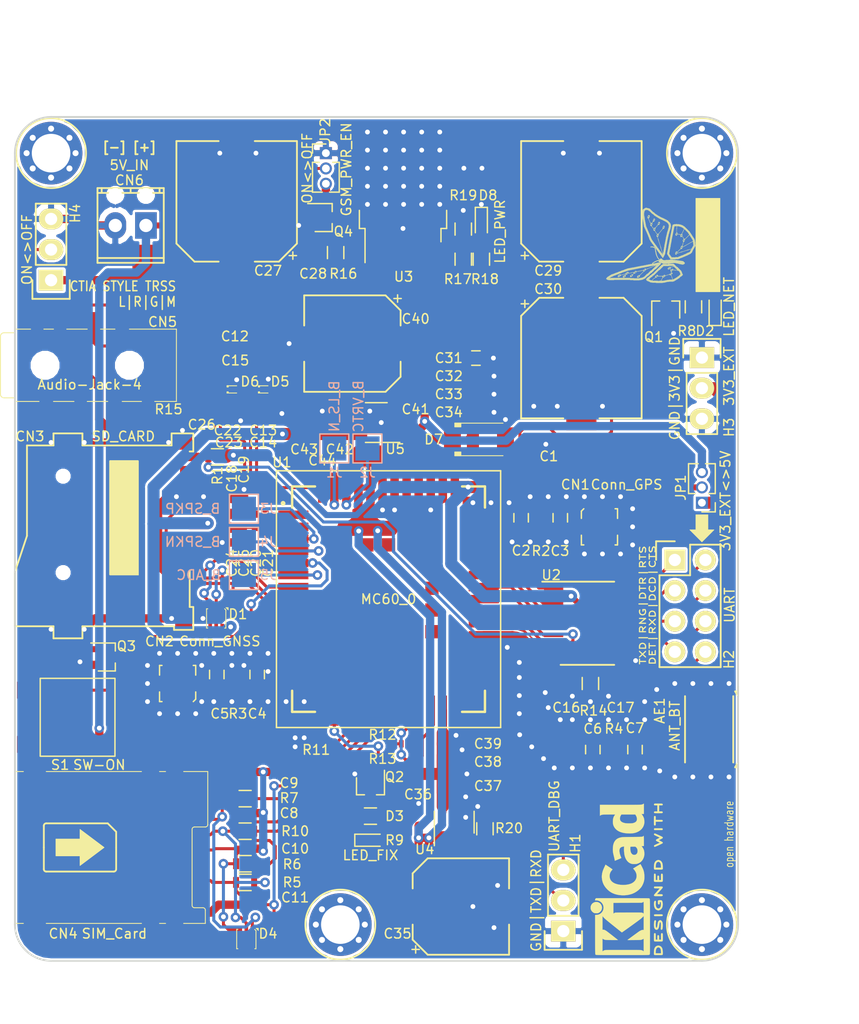
<source format=kicad_pcb>
(kicad_pcb (version 20171130) (host pcbnew 5.0.0-rc2-dev-unknown-5d71153~64~ubuntu17.10.1)
  (layers (0 F.Cu signal) (31 B.Cu signal) (34 B.Paste user hide) (35 F.Paste user hide) (36 B.SilkS user) (37 F.SilkS user) (38 B.Mask user hide) (39 F.Mask user) (44 Edge.Cuts user))
  (net 0 "")
  (net 1 GND)
  (net 2 "Net-(AE1-Pad2)")
  (net 3 /VDD_EXT)
  (net 4 /ANT_GPS)
  (net 5 "Net-(C3-Pad2)")
  (net 6 /ANT_GNSS)
  (net 7 "Net-(C5-Pad2)")
  (net 8 /ANT_BT)
  (net 9 GNDD)
  (net 10 /SIM1_VDD)
  (net 11 /RIGHT)
  (net 12 /LOUD_SPKP)
  (net 13 /LEFT)
  (net 14 /VCCB)
  (net 15 GNDREF)
  (net 16 VDD)
  (net 17 VBAT)
  (net 18 /GNSSVCC)
  (net 19 /2V8_SD)
  (net 20 /SD_DET>)
  (net 21 /SD_DAT)
  (net 22 /SD_CLK)
  (net 23 /SD_CMD)
  (net 24 "Net-(D2-Pad1)")
  (net 25 "Net-(D3-Pad1)")
  (net 26 "Net-(D8-Pad2)")
  (net 27 /DBG_TXD)
  (net 28 /DBG_RXD)
  (net 29 /RTS)
  (net 30 /CTS)
  (net 31 /DTR)
  (net 32 /DCD)
  (net 33 /RING)
  (net 34 /RXD)
  (net 35 /TXD)
  (net 36 /SD_DET)
  (net 37 /GSM_PWR_EN)
  (net 38 /RST)
  (net 39 /3V3_EXT)
  (net 40 /LOUD_SPKN)
  (net 41 /VRTC)
  (net 42 /SPKP)
  (net 43 /SPKN)
  (net 44 /ADC)
  (net 45 "Net-(Q1-Pad3)")
  (net 46 /NETLIGHT)
  (net 47 /1PPS)
  (net 48 "Net-(Q2-Pad3)")
  (net 49 /PWRKEY)
  (net 50 "Net-(Q4-Pad3)")
  (net 51 /SIM_RST)
  (net 52 /SIM_CLK)
  (net 53 /SIM_DAT)
  (net 54 /RXD_AUX)
  (net 55 /TXD_G)
  (net 56 /RXD_G)
  (net 57 /TXD_AUX)
  (net 58 "Net-(R17-Pad2)")
  (net 59 /GNSS_VCC_EN)
  (net 60 /TXD>)
  (net 61 /RXD>)
  (net 62 /RING>)
  (net 63 /DCD>)
  (net 64 /DTR>)
  (net 65 /CTS>)
  (net 66 /RTS>)
  (net 67 /SIMDAT)
  (net 68 /SIMCLK)
  (net 69 /SIMRST)
  (net 70 /MIC_P)
  (net 71 /MIC_N)
  (module mc60_fp:R_0402_NoSilk (layer F.Cu) (at 112.65 94 180)
    (fp_text reference R2 (at 0 -2 180) (layer F.SilkS) (effects (font (size 0.8 0.8) (thickness 0.12))))
    (fp_text value 0E)
    (pad 2 smd rect (at 0.45 0 180) (size 0.4 0.6) (layers F.Cu F.Paste F.Mask) (net 4 /ANT_GPS))
    (pad 1 smd rect (at -0.45 0 180) (size 0.4 0.6) (layers F.Cu F.Paste F.Mask) (net 5 "Net-(C3-Pad2)"))
  )
  (module mc60_fp:R_0402_NoSilk (layer F.Cu) (at 87.5 107)
    (fp_text reference R3 (at 0 2.5) (layer F.SilkS) (effects (font (size 0.8 0.8) (thickness 0.12))))
    (fp_text value 0E)
    (pad 2 smd rect (at 0.45 0) (size 0.4 0.6) (layers F.Cu F.Paste F.Mask) (net 6 /ANT_GNSS))
    (pad 1 smd rect (at -0.45 0) (size 0.4 0.6) (layers F.Cu F.Paste F.Mask) (net 7 "Net-(C5-Pad2)"))
  )
  (module mc60_fp:R_0402_NoSilk (layer F.Cu) (at 118.7 111.73 180)
    (fp_text reference R4 (at 0 0.98 180) (layer F.SilkS) (effects (font (size 0.8 0.8) (thickness 0.12))))
    (fp_text value 0E)
    (pad 2 smd rect (at 0.45 0 180) (size 0.4 0.6) (layers F.Cu F.Paste F.Mask) (net 8 /ANT_BT))
    (pad 1 smd rect (at -0.45 0 180) (size 0.4 0.6) (layers F.Cu F.Paste F.Mask) (net 2 "Net-(AE1-Pad2)"))
  )
  (module mc60_fp:R_0402_NoSilk (layer F.Cu) (at 94 111.5 180)
    (fp_text reference R11 (at 0 -1 180) (layer F.SilkS) (effects (font (size 0.8 0.8) (thickness 0.12))))
    (fp_text value 0E)
    (pad 2 smd rect (at 0.45 0 180) (size 0.4 0.6) (layers F.Cu F.Paste F.Mask) (net 1 GND) (clearance 0.2))
    (pad 1 smd rect (at -0.45 0 180) (size 0.4 0.6) (layers F.Cu F.Paste F.Mask) (net 9 GNDD) (clearance 0.2))
  )
  (module mc60_fp:R_0402_NoSilk (layer F.Cu) (at 101.5 112 180)
    (fp_text reference R12 (at 2 0.75 180) (layer F.SilkS) (effects (font (size 0.8 0.8) (thickness 0.12))))
    (fp_text value 0E)
    (pad 2 smd rect (at 0.45 0 180) (size 0.4 0.6) (layers F.Cu F.Paste F.Mask) (net 55 /TXD_G) (clearance 0.2))
    (pad 1 smd rect (at -0.45 0 180) (size 0.4 0.6) (layers F.Cu F.Paste F.Mask) (net 54 /RXD_AUX) (clearance 0.2))
  )
  (module mc60_fp:R_0402_NoSilk (layer F.Cu) (at 101.95 113.5 180)
    (fp_text reference R13 (at 2.45 0.25 180) (layer F.SilkS) (effects (font (size 0.8 0.8) (thickness 0.12))))
    (fp_text value 0E)
    (pad 2 smd rect (at 0.45 0 180) (size 0.4 0.6) (layers F.Cu F.Paste F.Mask) (net 56 /RXD_G) (clearance 0.2))
    (pad 1 smd rect (at -0.45 0 180) (size 0.4 0.6) (layers F.Cu F.Paste F.Mask) (net 57 /TXD_AUX) (clearance 0.2))
  )
  (module mc60_fp:R_0402_NoSilk (layer F.Cu) (at 83.4 83.6 270)
    (fp_text reference R15 (at 0.65 1.65) (layer F.SilkS) (effects (font (size 0.8 0.8) (thickness 0.12))))
    (fp_text value 0E)
    (pad 2 smd rect (at 0.45 0 270) (size 0.4 0.6) (layers F.Cu F.Paste F.Mask) (net 1 GND) (clearance 0.2))
    (pad 1 smd rect (at -0.45 0 270) (size 0.4 0.6) (layers F.Cu F.Paste F.Mask) (net 15 GNDREF) (clearance 0.2))
  )
  (module mc60_fp:CP_Elec_8x10.5 (layer F.Cu) (at 106 125.5)
    (fp_text reference C35 (at -5.25 2.25) (layer F.SilkS) (effects (font (size 0.8 0.8) (thickness 0.12))))
    (fp_text value 100uF)
    (fp_text user + (at -3.75 3.5) (layer F.SilkS) (effects (font (size 0.8 0.8) (thickness 0.12))))
    (pad 2 smd rect (at 3.05 0 180) (size 4 2.5) (layers F.Cu F.Paste F.Mask) (net 1 GND))
    (pad 1 smd rect (at -3.05 0 180) (size 4 2.5) (layers F.Cu F.Paste F.Mask) (net 17 VBAT))
  )
  (module mc60_fp:CP_Elec_8x10.5 (layer F.Cu) (at 97 78.8 180)
    (fp_text reference C40 (at -5.25 2.05 180) (layer F.SilkS) (effects (font (size 0.8 0.8) (thickness 0.12))))
    (fp_text value 100uF)
    (fp_text user + (at -3.75 3.8 180) (layer F.SilkS) (effects (font (size 0.8 0.8) (thickness 0.12))))
    (pad 2 smd rect (at 3.05 0) (size 4 2.5) (layers F.Cu F.Paste F.Mask) (net 1 GND))
    (pad 1 smd rect (at -3.05 0) (size 4 2.5) (layers F.Cu F.Paste F.Mask) (net 16 VDD))
  )
  (module mc60_fp:CP_Elec_10x10 (layer F.Cu) (at 116 80 270)
    (fp_text reference C30 (at -5.725 2.75) (layer F.SilkS) (effects (font (size 0.8 0.8) (thickness 0.12))))
    (fp_text value 470uF)
    (fp_text user + (at -4.5 4.75 270) (layer F.SilkS) (effects (font (size 0.8 0.8) (thickness 0.12))))
    (pad 2 smd rect (at 4 0 90) (size 4 2.5) (layers F.Cu F.Paste F.Mask) (net 1 GND))
    (pad 1 smd rect (at -4 0 90) (size 4 2.5) (layers F.Cu F.Paste F.Mask) (net 17 VBAT))
  )
  (module mc60_fp:CP_Elec_10x10 (layer F.Cu) (at 87.4 67 90)
    (fp_text reference C27 (at -5.75 2.6 180) (layer F.SilkS) (effects (font (size 0.8 0.8) (thickness 0.12))))
    (fp_text value 470uF)
    (fp_text user + (at -4.5 4.6 90) (layer F.SilkS) (effects (font (size 0.8 0.8) (thickness 0.12))))
    (pad 2 smd rect (at 4 0 270) (size 4 2.5) (layers F.Cu F.Paste F.Mask) (net 1 GND))
    (pad 1 smd rect (at -4 0 270) (size 4 2.5) (layers F.Cu F.Paste F.Mask) (net 16 VDD))
  )
  (module mc60_fp:CP_Elec_10x10 (layer F.Cu) (at 116 67 90)
    (fp_text reference C29 (at -5.75 -2.75 180) (layer F.SilkS) (effects (font (size 0.8 0.8) (thickness 0.12))))
    (fp_text value 470uF)
    (fp_text user + (at -4.5 -4.75 90) (layer F.SilkS) (effects (font (size 0.8 0.8) (thickness 0.12))))
    (pad 2 smd rect (at 4 0 270) (size 4 2.5) (layers F.Cu F.Paste F.Mask) (net 1 GND))
    (pad 1 smd rect (at -4 0 270) (size 4 2.5) (layers F.Cu F.Paste F.Mask) (net 17 VBAT))
  )
  (module mc60_fp:C_0805 (layer F.Cu) (at 112.05 88.15 90)
    (fp_text reference C1 (at 0 1.25 180) (layer F.SilkS) (effects (font (size 0.8 0.8) (thickness 0.12))))
    (fp_text value 4u7)
    (pad 1 smd rect (at -1 0 90) (size 1 1.25) (layers F.Cu F.Paste F.Mask) (net 3 /VDD_EXT))
    (pad 2 smd rect (at 1 0 90) (size 1 1.25) (layers F.Cu F.Paste F.Mask) (net 1 GND))
  )
  (module mc60_fp:mtg_hole_3mm_vias_2 (layer F.Cu) (at 126 63)
    (fp_text reference SC1 hide)
    (fp_text value SCREW hide)
    (pad 1 thru_hole circle (at 0 0) (size 5.2 5.2) (drill 3.2) (layers *.Cu *.Mask) (clearance 0.2))
    (pad 1 thru_hole circle (at 2.032 0) (size 0.75 0.75) (drill 0.5) (layers *.Cu *.Mask) (clearance 0.127))
    (pad 1 thru_hole circle (at -2.032 0) (size 0.75 0.75) (drill 0.5) (layers *.Cu *.Mask) (clearance 0.127))
    (pad 1 thru_hole circle (at 0 -2.032) (size 0.75 0.75) (drill 0.5) (layers *.Cu *.Mask) (clearance 0.127))
    (pad 1 thru_hole circle (at 0 2.032) (size 0.75 0.75) (drill 0.5) (layers *.Cu *.Mask) (clearance 0.127))
    (pad 1 thru_hole circle (at -1.524 1.27) (size 0.75 0.75) (drill 0.5) (layers *.Cu *.Mask) (clearance 0.127))
    (pad 1 thru_hole circle (at 1.524 1.27) (size 0.75 0.75) (drill 0.5) (layers *.Cu *.Mask) (clearance 0.127))
    (pad 1 thru_hole circle (at 1.524 -1.27) (size 0.75 0.75) (drill 0.5) (layers *.Cu *.Mask) (clearance 0.127))
    (pad 1 thru_hole circle (at -1.524 -1.27) (size 0.75 0.75) (drill 0.5) (layers *.Cu *.Mask) (clearance 0.127))
  )
  (module mc60_fp:mtg_hole_3mm_vias_2 (layer F.Cu) (at 72 63)
    (fp_text reference SC2 hide)
    (fp_text value SCREW hide)
    (pad 1 thru_hole circle (at 0 0) (size 5.2 5.2) (drill 3.2) (layers *.Cu *.Mask) (clearance 0.2))
    (pad 1 thru_hole circle (at 2.032 0) (size 0.75 0.75) (drill 0.5) (layers *.Cu *.Mask) (clearance 0.127))
    (pad 1 thru_hole circle (at -2.032 0) (size 0.75 0.75) (drill 0.5) (layers *.Cu *.Mask) (clearance 0.127))
    (pad 1 thru_hole circle (at 0 -2.032) (size 0.75 0.75) (drill 0.5) (layers *.Cu *.Mask) (clearance 0.127))
    (pad 1 thru_hole circle (at 0 2.032) (size 0.75 0.75) (drill 0.5) (layers *.Cu *.Mask) (clearance 0.127))
    (pad 1 thru_hole circle (at -1.524 1.27) (size 0.75 0.75) (drill 0.5) (layers *.Cu *.Mask) (clearance 0.127))
    (pad 1 thru_hole circle (at 1.524 1.27) (size 0.75 0.75) (drill 0.5) (layers *.Cu *.Mask) (clearance 0.127))
    (pad 1 thru_hole circle (at 1.524 -1.27) (size 0.75 0.75) (drill 0.5) (layers *.Cu *.Mask) (clearance 0.127))
    (pad 1 thru_hole circle (at -1.524 -1.27) (size 0.75 0.75) (drill 0.5) (layers *.Cu *.Mask) (clearance 0.127))
  )
  (module mc60_fp:mtg_hole_3mm_vias_2 (layer F.Cu) (at 126 127)
    (fp_text reference SC3 hide)
    (fp_text value SCREW hide)
    (pad 1 thru_hole circle (at 0 0) (size 5.2 5.2) (drill 3.2) (layers *.Cu *.Mask) (clearance 0.2))
    (pad 1 thru_hole circle (at 2.032 0) (size 0.75 0.75) (drill 0.5) (layers *.Cu *.Mask) (clearance 0.127))
    (pad 1 thru_hole circle (at -2.032 0) (size 0.75 0.75) (drill 0.5) (layers *.Cu *.Mask) (clearance 0.127))
    (pad 1 thru_hole circle (at 0 -2.032) (size 0.75 0.75) (drill 0.5) (layers *.Cu *.Mask) (clearance 0.127))
    (pad 1 thru_hole circle (at 0 2.032) (size 0.75 0.75) (drill 0.5) (layers *.Cu *.Mask) (clearance 0.127))
    (pad 1 thru_hole circle (at -1.524 1.27) (size 0.75 0.75) (drill 0.5) (layers *.Cu *.Mask) (clearance 0.127))
    (pad 1 thru_hole circle (at 1.524 1.27) (size 0.75 0.75) (drill 0.5) (layers *.Cu *.Mask) (clearance 0.127))
    (pad 1 thru_hole circle (at 1.524 -1.27) (size 0.75 0.75) (drill 0.5) (layers *.Cu *.Mask) (clearance 0.127))
    (pad 1 thru_hole circle (at -1.524 -1.27) (size 0.75 0.75) (drill 0.5) (layers *.Cu *.Mask) (clearance 0.127))
  )
  (module mc60_fp:mtg_hole_3mm_vias_2 (layer F.Cu) (at 96 127)
    (fp_text reference SC4 hide)
    (fp_text value SCREW hide)
    (pad 1 thru_hole circle (at 0 0) (size 5.2 5.2) (drill 3.2) (layers *.Cu *.Mask) (clearance 0.2))
    (pad 1 thru_hole circle (at 2.032 0) (size 0.75 0.75) (drill 0.5) (layers *.Cu *.Mask) (clearance 0.127))
    (pad 1 thru_hole circle (at -2.032 0) (size 0.75 0.75) (drill 0.5) (layers *.Cu *.Mask) (clearance 0.127))
    (pad 1 thru_hole circle (at 0 -2.032) (size 0.75 0.75) (drill 0.5) (layers *.Cu *.Mask) (clearance 0.127))
    (pad 1 thru_hole circle (at 0 2.032) (size 0.75 0.75) (drill 0.5) (layers *.Cu *.Mask) (clearance 0.127))
    (pad 1 thru_hole circle (at -1.524 1.27) (size 0.75 0.75) (drill 0.5) (layers *.Cu *.Mask) (clearance 0.127))
    (pad 1 thru_hole circle (at 1.524 1.27) (size 0.75 0.75) (drill 0.5) (layers *.Cu *.Mask) (clearance 0.127))
    (pad 1 thru_hole circle (at 1.524 -1.27) (size 0.75 0.75) (drill 0.5) (layers *.Cu *.Mask) (clearance 0.127))
    (pad 1 thru_hole circle (at -1.524 -1.27) (size 0.75 0.75) (drill 0.5) (layers *.Cu *.Mask) (clearance 0.127))
  )
  (module mc60_fp:XCVR_MC60 (layer F.Cu) (at 100 100)
    (fp_text reference U1 (at -8.85 -11.35) (layer F.SilkS) (effects (font (size 0.8 0.8) (thickness 0.12))))
    (fp_text value MC60_0 (at 0 0) (layer F.SilkS) (effects (font (size 0.8 0.8) (thickness 0.12))))
    (pad 1 smd rect (at -7.9 -7) (size 2.5 0.7) (layers F.Cu F.Paste F.Mask) (net 70 /MIC_P))
    (pad 2 smd rect (at -7.9 -6) (size 2.5 0.7) (layers F.Cu F.Paste F.Mask) (net 71 /MIC_N))
    (pad 3 smd rect (at -7.9 -5) (size 2.5 0.7) (layers F.Cu F.Paste F.Mask) (net 42 /SPKP))
    (pad 4 smd rect (at -7.9 -4) (size 2.5 0.7) (layers F.Cu F.Paste F.Mask) (net 43 /SPKN))
    (pad 5 smd rect (at -7.9 -3) (size 2.5 0.7) (layers F.Cu F.Paste F.Mask) (net 49 /PWRKEY))
    (pad 6 smd rect (at -7.9 -2) (size 2.5 0.7) (layers F.Cu F.Paste F.Mask) (net 44 /ADC))
    (pad 7 smd rect (at -7.9 -1) (size 2.5 0.7) (layers F.Cu F.Paste F.Mask) (net 23 /SD_CMD))
    (pad 8 smd rect (at -7.9 0) (size 2.5 0.7) (layers F.Cu F.Paste F.Mask) (net 22 /SD_CLK))
    (pad 9 smd rect (at -7.9 1) (size 2.5 0.7) (layers F.Cu F.Paste F.Mask) (net 21 /SD_DAT))
    (pad 10 smd rect (at -7.9 2) (size 2.5 0.7) (layers F.Cu F.Paste F.Mask))
    (pad 11 smd rect (at -7.9 3) (size 2.5 0.7) (layers F.Cu F.Paste F.Mask))
    (pad 12 smd rect (at -7.9 4) (size 2.5 0.7) (layers F.Cu F.Paste F.Mask))
    (pad 13 smd rect (at -7.9 5) (size 2.5 0.7) (layers F.Cu F.Paste F.Mask))
    (pad 14 smd rect (at -7.9 6) (size 2.5 0.7) (layers F.Cu F.Paste F.Mask) (net 1 GND))
    (pad 15 smd rect (at -7.9 7) (size 2.5 0.7) (layers F.Cu F.Paste F.Mask) (net 6 /ANT_GNSS))
    (pad 16 smd rect (at -5.5 9.25 90) (size 2.5 0.7) (layers F.Cu F.Paste F.Mask) (net 9 GNDD))
    (pad 17 smd rect (at -4.5 9.25 90) (size 2.5 0.7) (layers F.Cu F.Paste F.Mask) (net 47 /1PPS))
    (pad 18 smd rect (at -3.5 9.25 90) (size 2.5 0.7) (layers F.Cu F.Paste F.Mask) (net 10 /SIM1_VDD))
    (pad 19 smd rect (at -2.5 9.25 90) (size 2.5 0.7) (layers F.Cu F.Paste F.Mask) (net 52 /SIM_CLK))
    (pad 20 smd rect (at -1.5 9.25 90) (size 2.5 0.7) (layers F.Cu F.Paste F.Mask) (net 51 /SIM_RST))
    (pad 21 smd rect (at -0.5 9.25 90) (size 2.5 0.7) (layers F.Cu F.Paste F.Mask) (net 53 /SIM_DAT))
    (pad 22 smd rect (at 0.5 9.25 90) (size 2.5 0.7) (layers F.Cu F.Paste F.Mask) (net 55 /TXD_G))
    (pad 23 smd rect (at 1.5 9.25 90) (size 2.5 0.7) (layers F.Cu F.Paste F.Mask) (net 56 /RXD_G))
    (pad 24 smd rect (at 2.5 9.25 90) (size 2.5 0.7) (layers F.Cu F.Paste F.Mask) (net 54 /RXD_AUX))
    (pad 25 smd rect (at 3.5 9.25 90) (size 2.5 0.7) (layers F.Cu F.Paste F.Mask) (net 57 /TXD_AUX))
    (pad 26 smd rect (at 4.5 9.25 90) (size 2.5 0.7) (layers F.Cu F.Paste F.Mask) (net 18 /GNSSVCC))
    (pad 27 smd rect (at 5.5 9.25 90) (size 2.5 0.7) (layers F.Cu F.Paste F.Mask) (net 1 GND))
    (pad 28 smd rect (at 7.9 7 180) (size 2.5 0.7) (layers F.Cu F.Paste F.Mask) (net 59 /GNSS_VCC_EN))
    (pad 29 smd rect (at 7.9 6 180) (size 2.5 0.7) (layers F.Cu F.Paste F.Mask) (net 27 /DBG_TXD))
    (pad 30 smd rect (at 7.9 5 180) (size 2.5 0.7) (layers F.Cu F.Paste F.Mask) (net 28 /DBG_RXD))
    (pad 31 smd rect (at 7.9 4 180) (size 2.5 0.7) (layers F.Cu F.Paste F.Mask) (net 1 GND))
    (pad 32 smd rect (at 7.9 3 180) (size 2.5 0.7) (layers F.Cu F.Paste F.Mask) (net 8 /ANT_BT))
    (pad 33 smd rect (at 7.9 2 180) (size 2.5 0.7) (layers F.Cu F.Paste F.Mask) (net 60 /TXD>))
    (pad 34 smd rect (at 7.9 1 180) (size 2.5 0.7) (layers F.Cu F.Paste F.Mask) (net 61 /RXD>))
    (pad 35 smd rect (at 7.9 0 180) (size 2.5 0.7) (layers F.Cu F.Paste F.Mask) (net 62 /RING>))
    (pad 36 smd rect (at 7.9 -1 180) (size 2.5 0.7) (layers F.Cu F.Paste F.Mask) (net 63 /DCD>))
    (pad 37 smd rect (at 7.9 -2 180) (size 2.5 0.7) (layers F.Cu F.Paste F.Mask) (net 64 /DTR>))
    (pad 38 smd rect (at 7.9 -3 180) (size 2.5 0.7) (layers F.Cu F.Paste F.Mask) (net 65 /CTS>))
    (pad 39 smd rect (at 7.9 -4 180) (size 2.5 0.7) (layers F.Cu F.Paste F.Mask) (net 66 /RTS>))
    (pad 40 smd rect (at 7.9 -5 180) (size 2.5 0.7) (layers F.Cu F.Paste F.Mask) (net 1 GND))
    (pad 41 smd rect (at 7.9 -6 180) (size 2.5 0.7) (layers F.Cu F.Paste F.Mask) (net 4 /ANT_GPS))
    (pad 42 smd rect (at 7.9 -7 180) (size 2.5 0.7) (layers F.Cu F.Paste F.Mask) (net 1 GND))
    (pad 43 smd rect (at 5.5 -9.25 270) (size 2.5 0.7) (layers F.Cu F.Paste F.Mask) (net 3 /VDD_EXT))
    (pad 44 smd rect (at 4.5 -9.25 270) (size 2.5 0.7) (layers F.Cu F.Paste F.Mask) (net 1 GND))
    (pad 45 smd rect (at 3.5 -9.25 270) (size 2.5 0.7) (layers F.Cu F.Paste F.Mask) (net 1 GND))
    (pad 46 smd rect (at 2.5 -9.25 270) (size 2.5 0.7) (layers F.Cu F.Paste F.Mask))
    (pad 47 smd rect (at 1.5 -9.25 270) (size 2.5 0.7) (layers F.Cu F.Paste F.Mask) (net 46 /NETLIGHT))
    (pad 48 smd rect (at 0.5 -9.25 270) (size 2.5 0.7) (layers F.Cu F.Paste F.Mask) (net 1 GND))
    (pad 49 smd rect (at -0.5 -9.25 270) (size 2.5 0.7) (layers F.Cu F.Paste F.Mask) (net 1 GND))
    (pad 50 smd rect (at -1.5 -9.25 270) (size 2.5 0.7) (layers F.Cu F.Paste F.Mask) (net 17 VBAT))
    (pad 51 smd rect (at -2.5 -9.25 270) (size 2.5 0.7) (layers F.Cu F.Paste F.Mask) (net 17 VBAT))
    (pad 52 smd rect (at -3.5 -9.25 270) (size 2.5 0.7) (layers F.Cu F.Paste F.Mask) (net 41 /VRTC))
    (pad 53 smd rect (at -4.5 -9.25 270) (size 2.5 0.7) (layers F.Cu F.Paste F.Mask) (net 40 /LOUD_SPKN))
    (pad 54 smd rect (at -5.5 -9.25 270) (size 2.5 0.7) (layers F.Cu F.Paste F.Mask) (net 12 /LOUD_SPKP))
    (pad 65 smd rect (at 3.6 -2.7) (size 1.1 1.1) (layers F.Cu F.Paste F.Mask))
    (pad 64 smd rect (at 3.6 -0.9) (size 1.1 1.1) (layers F.Cu F.Paste F.Mask))
    (pad 62 smd rect (at 3.6 2.7) (size 1.1 1.1) (layers F.Cu F.Paste F.Mask))
    (pad 63 smd rect (at 3.6 0.9) (size 1.1 1.1) (layers F.Cu F.Paste F.Mask))
    (pad 61 smd rect (at 1.8 4.5) (size 1.1 1.1) (layers F.Cu F.Paste F.Mask))
    (pad 60 smd rect (at 0 4.5) (size 1.1 1.1) (layers F.Cu F.Paste F.Mask))
    (pad 59 smd rect (at -1.8 4.5) (size 1.1 1.1) (layers F.Cu F.Paste F.Mask))
    (pad 58 smd rect (at -3.6 2.7) (size 1.1 1.1) (layers F.Cu F.Paste F.Mask))
    (pad 57 smd rect (at -3.6 0.9) (size 1.1 1.1) (layers F.Cu F.Paste F.Mask))
    (pad 56 smd rect (at -3.6 -0.9) (size 1.1 1.1) (layers F.Cu F.Paste F.Mask))
    (pad 55 smd rect (at -3.6 -2.7) (size 1.1 1.1) (layers F.Cu F.Paste F.Mask))
    (pad 68 smd rect (at -1.8 -4.5) (size 1.1 1.1) (layers F.Cu F.Paste F.Mask))
    (pad 67 smd rect (at 0 -4.5) (size 1.1 1.1) (layers F.Cu F.Paste F.Mask))
    (pad 66 smd rect (at 1.8 -4.5) (size 1.1 1.1) (layers F.Cu F.Paste F.Mask))
  )
  (module mc60_fp:ant_bt_inpaq5036 (layer F.Cu) (at 126.6 110.8 180)
    (fp_text reference AE1 (at 4.1 1.55 90) (layer F.SilkS) (effects (font (size 0.8 0.8) (thickness 0.12))))
    (fp_text value ANT_BT (at 2.85 0.3 90) (layer F.SilkS) (effects (font (size 0.8 0.8) (thickness 0.12))))
    (pad 1 smd rect (at 0 -2.5 180) (size 3.8 1.15) (layers F.Cu F.Paste F.Mask) (net 1 GND))
    (pad 1 smd rect (at 0 2.5 180) (size 3.8 1.15) (layers F.Cu F.Paste F.Mask) (net 1 GND))
    (pad 2 smd rect (at 1.525 -0.925 180) (size 0.75 1.2) (layers F.Cu F.Paste F.Mask) (net 2 "Net-(AE1-Pad2)"))
  )
  (module mc60_fp:Test_Point_Pad_2.0x2.0mm (layer B.Cu) (at 95.5 87.5)
    (fp_text reference J1 (at 0 1.998) (layer B.SilkS) (effects (font (size 0.8 0.8) (thickness 0.12)) (justify mirror)))
    (fp_text value B_LS_N (at 0 -3.5 -90) (layer B.SilkS) (effects (font (size 0.8 0.8) (thickness 0.12)) (justify mirror)))
    (pad 1 smd rect (at 0 0) (size 2 2) (layers B.Cu B.Mask) (net 40 /LOUD_SPKN))
  )
  (module mc60_fp:Test_Point_Pad_2.0x2.0mm (layer B.Cu) (at 98.25 87.5)
    (fp_text reference J2 (at 0 1.998) (layer B.SilkS) (effects (font (size 0.8 0.8) (thickness 0.12)) (justify mirror)))
    (fp_text value B_VRTC (at -0.75 -3.5 90) (layer B.SilkS) (effects (font (size 0.8 0.8) (thickness 0.12)) (justify mirror)))
    (pad 1 smd rect (at 0 0) (size 2 2) (layers B.Cu B.Mask) (net 41 /VRTC))
  )
  (module mc60_fp:Test_Point_Pad_2.0x2.0mm (layer B.Cu) (at 88 92.5)
    (fp_text reference J3 (at 2 0) (layer B.SilkS) (effects (font (size 0.8 0.8) (thickness 0.12)) (justify mirror)))
    (fp_text value B_SPKP (at -4.25 0) (layer B.SilkS) (effects (font (size 0.8 0.8) (thickness 0.12)) (justify mirror)))
    (pad 1 smd rect (at 0 0) (size 2 2) (layers B.Cu B.Mask) (net 42 /SPKP))
  )
  (module mc60_fp:Test_Point_Pad_2.0x2.0mm (layer B.Cu) (at 88 95.25)
    (fp_text reference J4 (at 2 0) (layer B.SilkS) (effects (font (size 0.8 0.8) (thickness 0.12)) (justify mirror)))
    (fp_text value B_SPKN (at -4.25 0) (layer B.SilkS) (effects (font (size 0.8 0.8) (thickness 0.12)) (justify mirror)))
    (pad 1 smd rect (at 0 0) (size 2 2) (layers B.Cu B.Mask) (net 43 /SPKN))
  )
  (module mc60_fp:Test_Point_Pad_2.0x2.0mm (layer B.Cu) (at 88 98)
    (fp_text reference J5 (at 2 0) (layer B.SilkS) (effects (font (size 0.8 0.8) (thickness 0.12)) (justify mirror)))
    (fp_text value B_ADC (at -3.75 0) (layer B.SilkS) (effects (font (size 0.8 0.8) (thickness 0.12)) (justify mirror)))
    (pad 1 smd rect (at 0 0) (size 2 2) (layers B.Cu B.Mask) (net 44 /ADC))
  )
  (module mc60_fp:SOT-323_SC-70 (layer F.Cu) (at 76.6 104.8)
    (fp_text reference Q3 (at 1.65 -0.9) (layer F.SilkS) (effects (font (size 0.8 0.8) (thickness 0.12))))
    (fp_text value DTC114E)
    (pad 3 smd rect (at 1 0 270) (size 0.5 0.7) (layers F.Cu F.Paste F.Mask) (net 49 /PWRKEY))
    (pad 2 smd rect (at -1 0.65 270) (size 0.5 0.7) (layers F.Cu F.Paste F.Mask) (net 1 GND))
    (pad 1 smd rect (at -1 -0.65 270) (size 0.5 0.7) (layers F.Cu F.Paste F.Mask) (net 38 /RST))
  )
  (module mc60_fp:Pin_Header_Straight_1x03 (layer F.Cu) (at 114.5 125 180)
    (fp_text reference H1 (at -1 4.75 270) (layer F.SilkS) (effects (font (size 0.8 0.8) (thickness 0.12))))
    (fp_text value UART_DBG (at 0.75 7 270) (layer F.SilkS) (effects (font (size 0.8 0.8) (thickness 0.12))))
    (pad 3 thru_hole oval (at 0 2.54 180) (size 2.032 1.7272) (drill 1.016) (layers *.Cu *.Mask F.SilkS) (net 28 /DBG_RXD))
    (pad 2 thru_hole oval (at 0 0 180) (size 2.032 1.7272) (drill 1.016) (layers *.Cu *.Mask F.SilkS) (net 27 /DBG_TXD))
    (pad 1 thru_hole rect (at 0 -2.54 180) (size 2.032 1.7272) (drill 1.016) (layers *.Cu *.Mask F.SilkS) (net 1 GND))
  )
  (module mc60_fp:Pin_Header_Straight_1x03 (layer F.Cu) (at 72 71 180)
    (fp_text reference H4 (at -2 3 270) (layer F.SilkS) (effects (font (size 0.8 0.8) (thickness 0.12))))
    (fp_text value ON<>OFF (at 2 0 270) (layer F.SilkS) (effects (font (size 0.8 0.8) (thickness 0.12))))
    (pad 3 thru_hole oval (at 0 2.54 180) (size 2.032 1.7272) (drill 1.016) (layers *.Cu *.Mask F.SilkS) (net 1 GND))
    (pad 2 thru_hole oval (at 0 0 180) (size 2.032 1.7272) (drill 1.016) (layers *.Cu *.Mask F.SilkS) (net 38 /RST))
    (pad 1 thru_hole rect (at 0 -2.54 180) (size 2.032 1.7272) (drill 1.016) (layers *.Cu *.Mask F.SilkS) (net 16 VDD))
  )
  (module mc60_fp:Pin_Header_Straight_1x03_Pitch1.27mm (layer F.Cu) (at 126 92 180)
    (fp_text reference JP1 (at 1.75 1.25 270) (layer F.SilkS) (effects (font (size 0.8 0.8) (thickness 0.12))))
    (fp_text value 3V3_EXT<>5V (at -1.95 0.15 270) (layer F.SilkS) (effects (font (size 0.8 0.8) (thickness 0.12))))
    (pad 3 thru_hole oval (at 0 2.54 180) (size 1 1) (drill 0.65) (layers *.Cu *.Mask) (net 16 VDD))
    (pad 2 thru_hole oval (at 0 1.27 180) (size 1 1) (drill 0.65) (layers *.Cu *.Mask) (net 14 /VCCB))
    (pad 1 thru_hole rect (at 0 0 180) (size 1 1) (drill 0.65) (layers *.Cu *.Mask) (net 39 /3V3_EXT))
  )
  (module mc60_fp:C_0402_NoSilk (layer F.Cu) (at 88.1 115.35 180)
    (fp_text reference C9 (at -3.65 0.1 180) (layer F.SilkS) (effects (font (size 0.8 0.8) (thickness 0.12))))
    (fp_text value 33pF)
    (pad 1 smd rect (at -0.55 0 180) (size 0.6 0.5) (layers F.Cu F.Paste F.Mask) (net 9 GNDD))
    (pad 2 smd rect (at 0.55 0 180) (size 0.6 0.5) (layers F.Cu F.Paste F.Mask) (net 68 /SIMCLK))
  )
  (module mc60_fp:C_0603 (layer F.Cu) (at 116.95 112.48 90)
    (fp_text reference C6 (at 1.73 0 180) (layer F.SilkS) (effects (font (size 0.8 0.8) (thickness 0.12))))
    (fp_text value 10pF_DNP)
    (pad 1 smd roundrect (at -0.75 0 90) (size 0.7 0.75) (layers F.Cu F.Paste F.Mask) (roundrect_rratio 0.1) (net 1 GND) (clearance 0.1))
    (pad 2 smd roundrect (at 0.75 0 90) (size 0.7 0.75) (layers F.Cu F.Paste F.Mask) (roundrect_rratio 0.1) (net 8 /ANT_BT) (clearance 0.1))
  )
  (module mc60_fp:C_0603 (layer F.Cu) (at 111 93.25 270)
    (fp_text reference C2 (at 2.725 0) (layer F.SilkS) (effects (font (size 0.8 0.8) (thickness 0.12))))
    (fp_text value 10pF_DNP)
    (pad 1 smd roundrect (at -0.75 0 270) (size 0.7 0.75) (layers F.Cu F.Paste F.Mask) (roundrect_rratio 0.1) (net 1 GND) (clearance 0.1))
    (pad 2 smd roundrect (at 0.75 0 270) (size 0.7 0.75) (layers F.Cu F.Paste F.Mask) (roundrect_rratio 0.1) (net 4 /ANT_GPS))
  )
  (module mc60_fp:C_0603 (layer F.Cu) (at 114.25 93.25 270)
    (fp_text reference C3 (at 2.75 0.025) (layer F.SilkS) (effects (font (size 0.8 0.8) (thickness 0.12))))
    (fp_text value 10pF_DNP)
    (pad 1 smd roundrect (at -0.75 0 270) (size 0.7 0.75) (layers F.Cu F.Paste F.Mask) (roundrect_rratio 0.1) (net 1 GND) (clearance 0.1))
    (pad 2 smd roundrect (at 0.75 0 270) (size 0.7 0.75) (layers F.Cu F.Paste F.Mask) (roundrect_rratio 0.1) (net 5 "Net-(C3-Pad2)"))
  )
  (module mc60_fp:C_0603 (layer F.Cu) (at 89.1 106.25 270)
    (fp_text reference C4 (at 3.25 0) (layer F.SilkS) (effects (font (size 0.8 0.8) (thickness 0.12))))
    (fp_text value 10pF_DNP)
    (pad 1 smd roundrect (at -0.75 0 270) (size 0.7 0.75) (layers F.Cu F.Paste F.Mask) (roundrect_rratio 0.1) (net 1 GND) (clearance 0.1))
    (pad 2 smd roundrect (at 0.75 0 270) (size 0.7 0.75) (layers F.Cu F.Paste F.Mask) (roundrect_rratio 0.1) (net 6 /ANT_GNSS) (clearance 0.1))
  )
  (module mc60_fp:C_0603 (layer F.Cu) (at 85.75 106.25 270)
    (fp_text reference C5 (at 3.25 -0.25) (layer F.SilkS) (effects (font (size 0.8 0.8) (thickness 0.12))))
    (fp_text value 10pF_DNP)
    (pad 1 smd roundrect (at -0.75 0 270) (size 0.7 0.75) (layers F.Cu F.Paste F.Mask) (roundrect_rratio 0.1) (net 1 GND) (clearance 0.1))
    (pad 2 smd roundrect (at 0.75 0 270) (size 0.7 0.75) (layers F.Cu F.Paste F.Mask) (roundrect_rratio 0.1) (net 7 "Net-(C5-Pad2)"))
  )
  (module mc60_fp:C_0603 (layer F.Cu) (at 120.45 112.48 90)
    (fp_text reference C7 (at 1.78 0 180) (layer F.SilkS) (effects (font (size 0.8 0.8) (thickness 0.12))))
    (fp_text value 10pF_DNP)
    (pad 1 smd roundrect (at -0.75 0 90) (size 0.7 0.75) (layers F.Cu F.Paste F.Mask) (roundrect_rratio 0.1) (net 1 GND) (clearance 0.1))
    (pad 2 smd roundrect (at 0.75 0 90) (size 0.7 0.75) (layers F.Cu F.Paste F.Mask) (roundrect_rratio 0.1) (net 2 "Net-(AE1-Pad2)") (clearance 0.1))
  )
  (module mc60_fp:C_0805 (layer F.Cu) (at 84.8 78.2 180)
    (fp_text reference C12 (at -2.45 0) (layer F.SilkS) (effects (font (size 0.8 0.8) (thickness 0.12))))
    (fp_text value 10uF)
    (pad 1 smd rect (at -1 0 180) (size 1 1.25) (layers F.Cu F.Paste F.Mask) (net 12 /LOUD_SPKP))
    (pad 2 smd rect (at 1 0 180) (size 1 1.25) (layers F.Cu F.Paste F.Mask) (net 11 /RIGHT))
  )
  (module mc60_fp:C_0805 (layer F.Cu) (at 84.8 80.2 180)
    (fp_text reference C15 (at -2.475 0) (layer F.SilkS) (effects (font (size 0.8 0.8) (thickness 0.12))))
    (fp_text value 10uF)
    (pad 1 smd rect (at -1 0 180) (size 1 1.25) (layers F.Cu F.Paste F.Mask) (net 12 /LOUD_SPKP))
    (pad 2 smd rect (at 1 0 180) (size 1 1.25) (layers F.Cu F.Paste F.Mask) (net 13 /LEFT))
  )
  (module mc60_fp:C_0805 (layer F.Cu) (at 85 83.4 90)
    (fp_text reference C26 (at -2.125 -0.5 180) (layer F.SilkS) (effects (font (size 0.8 0.8) (thickness 0.12))))
    (fp_text value 10uF)
    (pad 1 smd rect (at -1 0 90) (size 1 1.25) (layers F.Cu F.Paste F.Mask) (net 71 /MIC_N))
    (pad 2 smd rect (at 1 0 90) (size 1 1.25) (layers F.Cu F.Paste F.Mask) (net 15 GNDREF))
  )
  (module mc60_fp:C_0603 (layer F.Cu) (at 107.25 80)
    (fp_text reference C31 (at -2.25 0) (layer F.SilkS) (effects (font (size 0.8 0.8) (thickness 0.12))))
    (fp_text value 1uF)
    (pad 1 smd roundrect (at -0.75 0) (size 0.7 0.75) (layers F.Cu F.Paste F.Mask) (roundrect_rratio 0.1) (net 17 VBAT) (clearance 0.1))
    (pad 2 smd roundrect (at 0.75 0) (size 0.7 0.75) (layers F.Cu F.Paste F.Mask) (roundrect_rratio 0.1) (net 1 GND) (clearance 0.1))
  )
  (module mc60_fp:C_0805 (layer F.Cu) (at 105.5 115.5)
    (fp_text reference C37 (at 2.75 0) (layer F.SilkS) (effects (font (size 0.8 0.8) (thickness 0.12))))
    (fp_text value 4u7)
    (pad 1 smd rect (at -1 0) (size 1 1.25) (layers F.Cu F.Paste F.Mask) (net 18 /GNSSVCC))
    (pad 2 smd rect (at 1 0) (size 1 1.25) (layers F.Cu F.Paste F.Mask) (net 1 GND))
  )
  (module mc60_fp:C_0805 (layer F.Cu) (at 105.5 113.5)
    (fp_text reference C38 (at 2.75 0) (layer F.SilkS) (effects (font (size 0.8 0.8) (thickness 0.12))))
    (fp_text value 10uF)
    (pad 1 smd rect (at -1 0) (size 1 1.25) (layers F.Cu F.Paste F.Mask) (net 18 /GNSSVCC))
    (pad 2 smd rect (at 1 0) (size 1 1.25) (layers F.Cu F.Paste F.Mask) (net 1 GND))
  )
  (module mc60_fp:C_0805 (layer F.Cu) (at 95.936 85.3 90)
    (fp_text reference C42 (at -2.275 0.014 180) (layer F.SilkS) (effects (font (size 0.8 0.8) (thickness 0.12))))
    (fp_text value 4u7)
    (pad 1 smd rect (at -1 0 90) (size 1 1.25) (layers F.Cu F.Paste F.Mask) (net 19 /2V8_SD))
    (pad 2 smd rect (at 1 0 90) (size 1 1.25) (layers F.Cu F.Paste F.Mask) (net 1 GND))
  )
  (module mc60_fp:C_0805 (layer F.Cu) (at 93 85.3 90)
    (fp_text reference C43 (at -2.275 0 180) (layer F.SilkS) (effects (font (size 0.8 0.8) (thickness 0.12))))
    (fp_text value 10uF)
    (pad 1 smd rect (at -1 0 90) (size 1 1.25) (layers F.Cu F.Paste F.Mask) (net 19 /2V8_SD))
    (pad 2 smd rect (at 1 0 90) (size 1 1.25) (layers F.Cu F.Paste F.Mask) (net 1 GND))
  )
  (module mc60_fp:microsd-9-suntech-ST-TF-003A (layer F.Cu) (at 73 94.75 180)
    (fp_text reference CN3 (at 2.75 8.25) (layer F.SilkS) (effects (font (size 0.8 0.8) (thickness 0.12))))
    (fp_text value SD_CARD (at -5 8.25) (layer F.SilkS) (effects (font (size 0.8 0.8) (thickness 0.12))))
    (pad "" np_thru_hole circle (at 0 4.95 180) (size 0.85 0.85) (drill 0.85) (layers *.Cu *.Mask))
    (pad "" np_thru_hole circle (at 0 -3.05 180) (size 0.85 0.85) (drill 0.85) (layers *.Cu *.Mask))
    (pad 1 smd rect (at -10.5 -2.25 180) (size 1.6 0.7) (layers F.Cu F.Paste F.Mask))
    (pad 2 smd rect (at -10.5 -1.15 180) (size 1.6 0.7) (layers F.Cu F.Paste F.Mask))
    (pad 3 smd rect (at -10.5 -0.05 180) (size 1.6 0.7) (layers F.Cu F.Paste F.Mask) (net 23 /SD_CMD))
    (pad 4 smd rect (at -10.5 1.05 180) (size 1.6 0.7) (layers F.Cu F.Paste F.Mask) (net 19 /2V8_SD))
    (pad 5 smd rect (at -10.5 2.15 180) (size 1.6 0.7) (layers F.Cu F.Paste F.Mask) (net 22 /SD_CLK))
    (pad 6 smd rect (at -10.5 3.25 180) (size 1.6 0.7) (layers F.Cu F.Paste F.Mask) (net 1 GND))
    (pad 7 smd rect (at -10.5 4.35 180) (size 1.6 0.7) (layers F.Cu F.Paste F.Mask) (net 21 /SD_DAT))
    (pad 8 smd rect (at -10.5 5.45 180) (size 1.6 0.7) (layers F.Cu F.Paste F.Mask))
    (pad 9 smd rect (at -10.5 6.55 180) (size 1.6 0.7) (layers F.Cu F.Paste F.Mask) (net 20 /SD_DET>))
    (pad G1 smd rect (at -9.9 7.75 180) (size 1.6 1.2) (layers F.Cu F.Paste F.Mask) (net 1 GND))
    (pad G2 smd rect (at -0.4 7.75 180) (size 2.2 1.2) (layers F.Cu F.Paste F.Mask) (net 1 GND))
    (pad G3 smd rect (at -0.4 -7.75 180) (size 2.2 1.2) (layers F.Cu F.Paste F.Mask) (net 1 GND))
    (pad G4 smd rect (at -10 -6.85 180) (size 1.4 1.6) (layers F.Cu F.Paste F.Mask) (net 1 GND))
  )
  (module mc60_fp:conn_microSIM_320100004 (layer F.Cu) (at 84.4 120.6 270)
    (fp_text reference CN4 (at 7.15 11.4) (layer F.SilkS) (effects (font (size 0.8 0.8) (thickness 0.12))))
    (fp_text value SIM_Card (at 7.15 7.15) (layer F.SilkS) (effects (font (size 0.8 0.8) (thickness 0.12))))
    (pad P5 smd rect (at 4.02 0 270) (size 0.65 1.15) (layers F.Cu F.Paste F.Mask) (net 9 GNDD))
    (pad P1 smd rect (at 2.75 0 270) (size 0.65 1.15) (layers F.Cu F.Paste F.Mask) (net 10 /SIM1_VDD))
    (pad P6 smd rect (at 1.48 0 270) (size 0.65 1.15) (layers F.Cu F.Paste F.Mask))
    (pad P3 smd rect (at -2.33 0 270) (size 0.65 1.15) (layers F.Cu F.Paste F.Mask) (net 68 /SIMCLK))
    (pad P7 smd rect (at -1.06 0 270) (size 0.65 1.15) (layers F.Cu F.Paste F.Mask) (net 67 /SIMDAT))
    (pad P2 smd rect (at 0.21 0 270) (size 0.65 1.15) (layers F.Cu F.Paste F.Mask) (net 69 /SIMRST))
    (pad G2 smd rect (at 6.265 4.17 270) (size 0.45 1.3) (layers F.Cu F.Paste F.Mask) (net 9 GNDD))
    (pad G1 smd rect (at 6.265 2.17 270) (size 0.45 1.3) (layers F.Cu F.Paste F.Mask) (net 9 GNDD))
    (pad G7 smd rect (at -6.265 4.17 270) (size 0.45 1.3) (layers F.Cu F.Paste F.Mask) (net 9 GNDD))
    (pad G8 smd rect (at -6.265 2.17 270) (size 0.45 1.3) (layers F.Cu F.Paste F.Mask) (net 9 GNDD))
    (pad G3 smd rect (at 6.105 13.73 270) (size 1.4 1.7) (layers F.Cu F.Paste F.Mask) (net 9 GNDD))
    (pad G6 smd rect (at -6.105 13.73 270) (size 1.4 1.7) (layers F.Cu F.Paste F.Mask) (net 9 GNDD))
    (pad G5 smd rect (at -2.54 13.73 270) (size 0.54 0.8) (layers F.Cu F.Paste F.Mask) (net 9 GNDD))
    (pad G4 smd rect (at 2.54 13.73 270) (size 0.54 0.8) (layers F.Cu F.Paste F.Mask) (net 9 GNDD))
  )
  (module mc60_fp:AUDIO8P-SMD-3.5-14.5X6X5MM (layer F.Cu) (at 69 80.6)
    (fp_text reference CN5 (at 12.25 -3.6 180) (layer F.SilkS) (effects (font (size 0.8 0.8) (thickness 0.12))))
    (fp_text value Audio-Jack-4 (at 6.2 1.6) (layer F.SilkS) (effects (font (size 0.8 0.8) (thickness 0.12))))
    (pad "" np_thru_hole circle (at 9.5 0 90) (size 2 2) (drill 2) (layers *.Cu *.Mask))
    (pad "" np_thru_hole circle (at 2.5 0 90) (size 2 2) (drill 2) (layers *.Cu *.Mask))
    (pad 1 smd rect (at 1.85 -3.265 90) (size 2.3 1) (layers F.Cu F.Paste F.Mask) (net 70 /MIC_P))
    (pad 2 smd rect (at 3.75 -3.265 90) (size 2.3 1) (layers F.Cu F.Paste F.Mask) (net 15 GNDREF))
    (pad 3 smd rect (at 6.55 -3.265 90) (size 2.3 1) (layers F.Cu F.Paste F.Mask) (net 11 /RIGHT))
    (pad 4 smd rect (at 11.06 3.265 90) (size 2.3 1) (layers F.Cu F.Paste F.Mask) (net 13 /LEFT))
    (pad 5 smd rect (at 2.61 3.265 90) (size 2.3 1) (layers F.Cu F.Paste F.Mask))
    (pad 6 smd rect (at 5.46 3.265 90) (size 2.3 1) (layers F.Cu F.Paste F.Mask))
    (pad 7 smd rect (at 8.31 3.265 90) (size 2.3 1) (layers F.Cu F.Paste F.Mask))
    (pad 8 smd rect (at 8.9 -3.265 90) (size 2.3 1) (layers F.Cu F.Paste F.Mask))
  )
  (module mc60_fp:SLP1616P6 (layer F.Cu) (at 85.7 101.6 180)
    (fp_text reference D1 (at -1.8 0.35 180) (layer F.SilkS) (effects (font (size 0.8 0.8) (thickness 0.12))))
    (fp_text value RClamp0854P.TCT)
    (pad 7 smd rect (at 0 0 180) (size 1.3 0.45) (layers F.Cu F.Paste F.Mask) (net 1 GND) (clearance 0.08))
    (pad 6 smd rect (at -0.5 -0.76 180) (size 0.3 0.63) (layers F.Cu F.Paste F.Mask) (net 19 /2V8_SD) (clearance 0.08))
    (pad 5 smd rect (at 0 -0.76 180) (size 0.3 0.63) (layers F.Cu F.Paste F.Mask) (clearance 0.08))
    (pad 4 smd rect (at 0.5 -0.76 180) (size 0.3 0.63) (layers F.Cu F.Paste F.Mask) (clearance 0.08))
    (pad 3 smd rect (at 0.5 0.76 180) (size 0.3 0.63) (layers F.Cu F.Paste F.Mask) (net 23 /SD_CMD) (clearance 0.08))
    (pad 2 smd rect (at 0 0.76 180) (size 0.3 0.63) (layers F.Cu F.Paste F.Mask) (net 22 /SD_CLK) (clearance 0.08))
    (pad 1 smd rect (at -0.5 0.76 180) (size 0.3 0.63) (layers F.Cu F.Paste F.Mask) (net 21 /SD_DAT) (clearance 0.08))
  )
  (module mc60_fp:LED_0603 (layer F.Cu) (at 127.1 76 90)
    (fp_text reference D2 (at -1.75 -0.85 180) (layer F.SilkS) (effects (font (size 0.8 0.8) (thickness 0.12))))
    (fp_text value LED_NET (at 0.25 1.15 270) (layer F.SilkS) (effects (font (size 0.8 0.8) (thickness 0.12))))
    (pad 1 smd rect (at -0.8 0 270) (size 0.8 0.8) (layers F.Cu F.Paste F.Mask) (net 24 "Net-(D2-Pad1)"))
    (pad 2 smd rect (at 0.8 0 270) (size 0.8 0.8) (layers F.Cu F.Paste F.Mask) (net 17 VBAT))
  )
  (module mc60_fp:LED_0603 (layer F.Cu) (at 98.5 120)
    (fp_text reference D3 (at 2 -2) (layer F.SilkS) (effects (font (size 0.8 0.8) (thickness 0.12))))
    (fp_text value LED_FIX (at 0 1.25) (layer F.SilkS) (effects (font (size 0.8 0.8) (thickness 0.12))))
    (pad 1 smd rect (at -0.8 0 180) (size 0.8 0.8) (layers F.Cu F.Paste F.Mask) (net 25 "Net-(D3-Pad1)"))
    (pad 2 smd rect (at 0.8 0 180) (size 0.8 0.8) (layers F.Cu F.Paste F.Mask) (net 18 /GNSSVCC))
  )
  (module mc60_fp:SLP1616P6 (layer F.Cu) (at 88.2 128.2 180)
    (fp_text reference D4 (at -1.8 0.45 180) (layer F.SilkS) (effects (font (size 0.8 0.8) (thickness 0.12))))
    (fp_text value RClamp0854P.TCT)
    (pad 7 smd rect (at 0 0 180) (size 1.3 0.45) (layers F.Cu F.Paste F.Mask) (net 9 GNDD) (clearance 0.08))
    (pad 6 smd rect (at -0.5 -0.76 180) (size 0.3 0.63) (layers F.Cu F.Paste F.Mask) (net 10 /SIM1_VDD) (clearance 0.08))
    (pad 5 smd rect (at 0 -0.76 180) (size 0.3 0.63) (layers F.Cu F.Paste F.Mask) (clearance 0.08))
    (pad 4 smd rect (at 0.5 -0.76 180) (size 0.3 0.63) (layers F.Cu F.Paste F.Mask) (clearance 0.08))
    (pad 3 smd rect (at 0.5 0.76 180) (size 0.3 0.63) (layers F.Cu F.Paste F.Mask) (net 69 /SIMRST) (clearance 0.08))
    (pad 2 smd rect (at 0 0.76 180) (size 0.3 0.63) (layers F.Cu F.Paste F.Mask) (net 67 /SIMDAT) (clearance 0.08))
    (pad 1 smd rect (at -0.5 0.76 180) (size 0.3 0.63) (layers F.Cu F.Paste F.Mask) (net 68 /SIMCLK) (clearance 0.08))
  )
  (module mc60_fp:D_SOD-923 (layer F.Cu) (at 89.6 82.6)
    (fp_text reference D5 (at 1.4 -0.65 180) (layer F.SilkS) (effects (font (size 0.8 0.8) (thickness 0.12))))
    (fp_text value ESD9B5.0ST5G)
    (pad 2 smd rect (at 0.42 0) (size 0.36 0.25) (layers F.Cu F.Paste F.Mask) (net 1 GND) (clearance 0.1))
    (pad 1 smd rect (at -0.42 0) (size 0.36 0.25) (layers F.Cu F.Paste F.Mask) (net 12 /LOUD_SPKP) (clearance 0.1))
  )
  (module mc60_fp:D_SOD-923 (layer F.Cu) (at 87 82.6)
    (fp_text reference D6 (at 1.5 -0.65 180) (layer F.SilkS) (effects (font (size 0.8 0.8) (thickness 0.12))))
    (fp_text value ESD9B5.0ST5G)
    (pad 2 smd rect (at 0.42 0) (size 0.36 0.25) (layers F.Cu F.Paste F.Mask) (net 1 GND) (clearance 0.1))
    (pad 1 smd rect (at -0.42 0) (size 0.36 0.25) (layers F.Cu F.Paste F.Mask) (net 70 /MIC_P) (clearance 0.1))
  )
  (module mc60_fp:D_SOD-128 (layer F.Cu) (at 107.5 86.75)
    (fp_text reference D7 (at -3.75 0) (layer F.SilkS) (effects (font (size 0.8 0.8) (thickness 0.12))))
    (fp_text value PDZVTR5.1B)
    (pad 2 smd rect (at 2.2 0) (size 1.4 2) (layers F.Cu F.Paste F.Mask) (net 1 GND))
    (pad 1 smd rect (at -2.2 0) (size 1.4 2) (layers F.Cu F.Paste F.Mask) (net 17 VBAT))
  )
  (module mc60_fp:LED_0603 (layer F.Cu) (at 107.7 68.8 270)
    (fp_text reference D8 (at -2.3 -0.55) (layer F.SilkS) (effects (font (size 0.8 0.8) (thickness 0.12))))
    (fp_text value LED_PWR (at 0.7 -1.55 90) (layer F.SilkS) (effects (font (size 0.8 0.8) (thickness 0.12))))
    (pad 1 smd rect (at -0.8 0 90) (size 0.8 0.8) (layers F.Cu F.Paste F.Mask) (net 1 GND))
    (pad 2 smd rect (at 0.8 0 90) (size 0.8 0.8) (layers F.Cu F.Paste F.Mask) (net 26 "Net-(D8-Pad2)"))
  )
  (module mc60_fp:Pin_Header_Straight_2x04 (layer F.Cu) (at 123.75 96.75)
    (fp_text reference H2 (at 4.5 8.25 90) (layer F.SilkS) (effects (font (size 0.8 0.8) (thickness 0.12))))
    (fp_text value UART (at 4.55 3.75 90) (layer F.SilkS) (effects (font (size 0.8 0.8) (thickness 0.12))))
    (pad 8 thru_hole oval (at 2.54 7.62) (size 1.7272 1.7272) (drill 1.016) (layers *.Cu *.Mask F.SilkS) (net 36 /SD_DET))
    (pad 7 thru_hole oval (at 0 7.62) (size 1.7272 1.7272) (drill 1.016) (layers *.Cu *.Mask F.SilkS) (net 35 /TXD))
    (pad 6 thru_hole oval (at 2.54 5.08) (size 1.7272 1.7272) (drill 1.016) (layers *.Cu *.Mask F.SilkS) (net 34 /RXD))
    (pad 5 thru_hole oval (at 0 5.08) (size 1.7272 1.7272) (drill 1.016) (layers *.Cu *.Mask F.SilkS) (net 33 /RING))
    (pad 4 thru_hole oval (at 2.54 2.54) (size 1.7272 1.7272) (drill 1.016) (layers *.Cu *.Mask F.SilkS) (net 32 /DCD))
    (pad 3 thru_hole oval (at 0 2.54) (size 1.7272 1.7272) (drill 1.016) (layers *.Cu *.Mask F.SilkS) (net 31 /DTR))
    (pad 2 thru_hole oval (at 2.54 0) (size 1.7272 1.7272) (drill 1.016) (layers *.Cu *.Mask F.SilkS) (net 30 /CTS))
    (pad 1 thru_hole rect (at 0 0) (size 1.7272 1.7272) (drill 1.016) (layers *.Cu *.Mask F.SilkS) (net 29 /RTS))
  )
  (module mc60_fp:SOT-323_SC-70 (layer F.Cu) (at 123 76 90)
    (fp_text reference Q1 (at -2.25 -1 180) (layer F.SilkS) (effects (font (size 0.8 0.8) (thickness 0.12))))
    (fp_text value DTC114E)
    (pad 3 smd rect (at 1 0) (size 0.5 0.7) (layers F.Cu F.Paste F.Mask) (net 45 "Net-(Q1-Pad3)"))
    (pad 2 smd rect (at -1 0.65) (size 0.5 0.7) (layers F.Cu F.Paste F.Mask) (net 1 GND))
    (pad 1 smd rect (at -1 -0.65) (size 0.5 0.7) (layers F.Cu F.Paste F.Mask) (net 46 /NETLIGHT))
  )
  (module mc60_fp:SOT-323_SC-70 (layer F.Cu) (at 98.5 115.5 270)
    (fp_text reference Q2 (at -0.75 -2) (layer F.SilkS) (effects (font (size 0.8 0.8) (thickness 0.12))))
    (fp_text value DTC114E)
    (pad 3 smd rect (at 1 0 180) (size 0.5 0.7) (layers F.Cu F.Paste F.Mask) (net 48 "Net-(Q2-Pad3)"))
    (pad 2 smd rect (at -1 0.65 180) (size 0.5 0.7) (layers F.Cu F.Paste F.Mask) (net 1 GND))
    (pad 1 smd rect (at -1 -0.65 180) (size 0.5 0.7) (layers F.Cu F.Paste F.Mask) (net 47 /1PPS))
  )
  (module mc60_fp:SOT-323_SC-70 (layer F.Cu) (at 94.594 68.346)
    (fp_text reference Q4 (at 1.656 1.154) (layer F.SilkS) (effects (font (size 0.8 0.8) (thickness 0.12))))
    (fp_text value DTC143ZUA)
    (pad 3 smd rect (at 1 0 270) (size 0.5 0.7) (layers F.Cu F.Paste F.Mask) (net 50 "Net-(Q4-Pad3)"))
    (pad 2 smd rect (at -1 0.65 270) (size 0.5 0.7) (layers F.Cu F.Paste F.Mask) (net 1 GND))
    (pad 1 smd rect (at -1 -0.65 270) (size 0.5 0.7) (layers F.Cu F.Paste F.Mask) (net 37 /GSM_PWR_EN))
  )
  (module mc60_fp:R_0603 (layer F.Cu) (at 85.8 88.2 180)
    (fp_text reference R1 (at 0 -1.55 270) (layer F.SilkS) (effects (font (size 0.8 0.8) (thickness 0.12))))
    (fp_text value 100k)
    (pad 2 smd rect (at 0.75 0 180) (size 0.5 0.9) (layers F.Cu F.Paste F.Mask) (net 20 /SD_DET>))
    (pad 1 smd rect (at -0.75 0 180) (size 0.5 0.9) (layers F.Cu F.Paste F.Mask) (net 3 /VDD_EXT))
  )
  (module mc60_fp:R_0603 (layer F.Cu) (at 88.1 123.5)
    (fp_text reference R5 (at 3.9 0) (layer F.SilkS) (effects (font (size 0.8 0.8) (thickness 0.12))))
    (fp_text value 100k)
    (pad 2 smd rect (at 0.75 0) (size 0.5 0.9) (layers F.Cu F.Paste F.Mask) (net 67 /SIMDAT))
    (pad 1 smd rect (at -0.75 0) (size 0.5 0.9) (layers F.Cu F.Paste F.Mask) (net 10 /SIM1_VDD))
  )
  (module mc60_fp:R_0603 (layer F.Cu) (at 88.1 121.95)
    (fp_text reference R6 (at 3.9 0.05) (layer F.SilkS) (effects (font (size 0.8 0.8) (thickness 0.12))))
    (fp_text value 22E)
    (pad 2 smd rect (at 0.75 0) (size 0.5 0.9) (layers F.Cu F.Paste F.Mask) (net 51 /SIM_RST))
    (pad 1 smd rect (at -0.75 0) (size 0.5 0.9) (layers F.Cu F.Paste F.Mask) (net 69 /SIMRST))
  )
  (module mc60_fp:R_0603 (layer F.Cu) (at 88.1 116.55)
    (fp_text reference R7 (at 3.65 -0.05) (layer F.SilkS) (effects (font (size 0.8 0.8) (thickness 0.12))))
    (fp_text value 22E)
    (pad 2 smd rect (at 0.75 0) (size 0.5 0.9) (layers F.Cu F.Paste F.Mask) (net 52 /SIM_CLK))
    (pad 1 smd rect (at -0.75 0) (size 0.5 0.9) (layers F.Cu F.Paste F.Mask) (net 68 /SIMCLK))
  )
  (module mc60_fp:R_0603 (layer F.Cu) (at 125.3 75.75 90)
    (fp_text reference R8 (at -2 -0.55 180) (layer F.SilkS) (effects (font (size 0.8 0.8) (thickness 0.12))))
    (fp_text value 390E)
    (pad 2 smd rect (at 0.75 0 90) (size 0.5 0.9) (layers F.Cu F.Paste F.Mask) (net 45 "Net-(Q1-Pad3)"))
    (pad 1 smd rect (at -0.75 0 90) (size 0.5 0.9) (layers F.Cu F.Paste F.Mask) (net 24 "Net-(D2-Pad1)"))
  )
  (module mc60_fp:R_0603 (layer F.Cu) (at 98.5 118)
    (fp_text reference R9 (at 2 2) (layer F.SilkS) (effects (font (size 0.8 0.8) (thickness 0.12))))
    (fp_text value 270E)
    (pad 2 smd rect (at 0.75 0) (size 0.5 0.9) (layers F.Cu F.Paste F.Mask) (net 48 "Net-(Q2-Pad3)"))
    (pad 1 smd rect (at -0.75 0) (size 0.5 0.9) (layers F.Cu F.Paste F.Mask) (net 25 "Net-(D3-Pad1)"))
  )
  (module mc60_fp:R_0603 (layer F.Cu) (at 88.1 119.25)
    (fp_text reference R10 (at 4.15 0) (layer F.SilkS) (effects (font (size 0.8 0.8) (thickness 0.12))))
    (fp_text value 22E)
    (pad 2 smd rect (at 0.75 0) (size 0.5 0.9) (layers F.Cu F.Paste F.Mask) (net 53 /SIM_DAT))
    (pad 1 smd rect (at -0.75 0) (size 0.5 0.9) (layers F.Cu F.Paste F.Mask) (net 67 /SIMDAT))
  )
  (module mc60_fp:R_0603 (layer F.Cu) (at 116.75 107 270)
    (fp_text reference R14 (at 2.25 -0.25) (layer F.SilkS) (effects (font (size 0.8 0.8) (thickness 0.12))))
    (fp_text value 10k)
    (pad 2 smd rect (at 0.75 0 270) (size 0.5 0.9) (layers F.Cu F.Paste F.Mask) (net 1 GND))
    (pad 1 smd rect (at -0.75 0 270) (size 0.5 0.9) (layers F.Cu F.Paste F.Mask) (net 3 /VDD_EXT))
  )
  (module mc60_fp:R_0603 (layer F.Cu) (at 95.61 71.25 90)
    (fp_text reference R16 (at -1.75 0.64 180) (layer F.SilkS) (effects (font (size 0.8 0.8) (thickness 0.12))))
    (fp_text value 51k)
    (pad 2 smd rect (at 0.75 0 90) (size 0.5 0.9) (layers F.Cu F.Paste F.Mask) (net 50 "Net-(Q4-Pad3)"))
    (pad 1 smd rect (at -0.75 0 90) (size 0.5 0.9) (layers F.Cu F.Paste F.Mask) (net 16 VDD))
  )
  (module mc60_fp:R_0603 (layer F.Cu) (at 106.2 71.8 90)
    (fp_text reference R17 (at -1.65 -0.45 180) (layer F.SilkS) (effects (font (size 0.8 0.8) (thickness 0.12))))
    (fp_text value 124k)
    (pad 2 smd rect (at 0.75 0 90) (size 0.5 0.9) (layers F.Cu F.Paste F.Mask) (net 58 "Net-(R17-Pad2)"))
    (pad 1 smd rect (at -0.75 0 90) (size 0.5 0.9) (layers F.Cu F.Paste F.Mask) (net 17 VBAT))
  )
  (module mc60_fp:R_0603 (layer F.Cu) (at 107.699999 71.8 90)
    (fp_text reference R18 (at -1.65 0.300001 180) (layer F.SilkS) (effects (font (size 0.8 0.8) (thickness 0.12))))
    (fp_text value 390E)
    (pad 2 smd rect (at 0.75 0 90) (size 0.5 0.9) (layers F.Cu F.Paste F.Mask) (net 26 "Net-(D8-Pad2)"))
    (pad 1 smd rect (at -0.75 0 90) (size 0.5 0.9) (layers F.Cu F.Paste F.Mask) (net 17 VBAT))
  )
  (module mc60_fp:R_0603 (layer F.Cu) (at 106.2 69.3 90)
    (fp_text reference R19 (at 2.8 0 180) (layer F.SilkS) (effects (font (size 0.8 0.8) (thickness 0.12))))
    (fp_text value 56k)
    (pad 2 smd rect (at 0.75 0 90) (size 0.5 0.9) (layers F.Cu F.Paste F.Mask) (net 1 GND))
    (pad 1 smd rect (at -0.75 0 90) (size 0.5 0.9) (layers F.Cu F.Paste F.Mask) (net 58 "Net-(R17-Pad2)"))
  )
  (module mc60_fp:R_0603 (layer F.Cu) (at 108 119.05 90)
    (fp_text reference R20 (at 0.05 2 180) (layer F.SilkS) (effects (font (size 0.8 0.8) (thickness 0.12))))
    (fp_text value 47k)
    (pad 2 smd rect (at 0.75 0 90) (size 0.5 0.9) (layers F.Cu F.Paste F.Mask) (net 1 GND))
    (pad 1 smd rect (at -0.75 0 90) (size 0.5 0.9) (layers F.Cu F.Paste F.Mask) (net 59 /GNSS_VCC_EN))
  )
  (module mc60_fp:TSSOP-20_4.4x6.5mm_Pitch0.65mm (layer F.Cu) (at 116.5 102)
    (fp_text reference U2 (at -3 -4) (layer F.SilkS) (effects (font (size 0.8 0.8) (thickness 0.12))))
    (fp_text value TXB0108PWR)
    (pad 20 smd rect (at 2.8 -2.925) (size 1.6 0.35) (layers F.Cu F.Paste F.Mask) (net 29 /RTS))
    (pad 19 smd rect (at 2.8 -2.275) (size 1.6 0.35) (layers F.Cu F.Paste F.Mask) (net 14 /VCCB))
    (pad 18 smd rect (at 2.8 -1.625) (size 1.6 0.35) (layers F.Cu F.Paste F.Mask) (net 30 /CTS))
    (pad 17 smd rect (at 2.8 -0.975) (size 1.6 0.35) (layers F.Cu F.Paste F.Mask) (net 31 /DTR))
    (pad 16 smd rect (at 2.8 -0.325) (size 1.6 0.35) (layers F.Cu F.Paste F.Mask) (net 32 /DCD))
    (pad 15 smd rect (at 2.8 0.325) (size 1.6 0.35) (layers F.Cu F.Paste F.Mask) (net 33 /RING))
    (pad 14 smd rect (at 2.8 0.975) (size 1.6 0.35) (layers F.Cu F.Paste F.Mask) (net 34 /RXD))
    (pad 13 smd rect (at 2.8 1.625) (size 1.6 0.35) (layers F.Cu F.Paste F.Mask) (net 35 /TXD))
    (pad 12 smd rect (at 2.8 2.275) (size 1.6 0.35) (layers F.Cu F.Paste F.Mask) (net 36 /SD_DET))
    (pad 11 smd rect (at 2.8 2.925) (size 1.6 0.35) (layers F.Cu F.Paste F.Mask) (net 1 GND))
    (pad 10 smd rect (at -2.8 2.925) (size 1.6 0.35) (layers F.Cu F.Paste F.Mask) (net 3 /VDD_EXT))
    (pad 9 smd rect (at -2.8 2.275) (size 1.6 0.35) (layers F.Cu F.Paste F.Mask) (net 20 /SD_DET>))
    (pad 8 smd rect (at -2.8 1.625) (size 1.6 0.35) (layers F.Cu F.Paste F.Mask) (net 60 /TXD>))
    (pad 7 smd rect (at -2.8 0.975) (size 1.6 0.35) (layers F.Cu F.Paste F.Mask) (net 61 /RXD>))
    (pad 6 smd rect (at -2.8 0.325) (size 1.6 0.35) (layers F.Cu F.Paste F.Mask) (net 62 /RING>))
    (pad 5 smd rect (at -2.8 -0.325) (size 1.6 0.35) (layers F.Cu F.Paste F.Mask) (net 63 /DCD>))
    (pad 4 smd rect (at -2.8 -0.975) (size 1.6 0.35) (layers F.Cu F.Paste F.Mask) (net 64 /DTR>))
    (pad 3 smd rect (at -2.8 -1.625) (size 1.6 0.35) (layers F.Cu F.Paste F.Mask) (net 65 /CTS>))
    (pad 2 smd rect (at -2.8 -2.275) (size 1.6 0.35) (layers F.Cu F.Paste F.Mask) (net 3 /VDD_EXT))
    (pad 1 smd rect (at -2.8 -2.925) (size 1.6 0.35) (layers F.Cu F.Paste F.Mask) (net 66 /RTS>))
  )
  (module mc60_fp:TO-252-5_TabPin3 (layer F.Cu) (at 101.200001 70.8 90)
    (fp_text reference U3 (at -2.45 0.049999 180) (layer F.SilkS) (effects (font (size 0.8 0.8) (thickness 0.12))))
    (fp_text value MIC29302)
    (pad 3 smd rect (at 6.675 0 90) (size 5.85 7.1) (layers F.Cu F.Mask) (net 1 GND))
    (pad 5 smd rect (at 0 2.54 90) (size 2.2 0.76) (layers F.Cu F.Paste F.Mask) (net 58 "Net-(R17-Pad2)"))
    (pad 4 smd rect (at 0 1.27 90) (size 2.2 0.76) (layers F.Cu F.Paste F.Mask) (net 17 VBAT))
    (pad 3 smd rect (at 0 0 90) (size 2.2 0.76) (layers F.Cu F.Paste F.Mask) (net 1 GND))
    (pad 2 smd rect (at 0 -1.27 90) (size 2.2 0.76) (layers F.Cu F.Paste F.Mask) (net 16 VDD))
    (pad 1 smd rect (at 0 -2.54 90) (size 2.2 0.76) (layers F.Cu F.Paste F.Mask) (net 50 "Net-(Q4-Pad3)"))
  )
  (module mc60_fp:SOT-23-5 (layer F.Cu) (at 105.45 118.5 90)
    (fp_text reference U4 (at -2.25 -2.45 180) (layer F.SilkS) (effects (font (size 0.8 0.8) (thickness 0.12))))
    (fp_text value LP5907-3V3)
    (pad 5 smd rect (at 1.3 -0.95 90) (size 1.1 0.6) (layers F.Cu F.Paste F.Mask) (net 18 /GNSSVCC))
    (pad 4 smd rect (at 1.3 0.95 90) (size 1.1 0.6) (layers F.Cu F.Paste F.Mask) (net 1 GND))
    (pad 3 smd rect (at -1.3 0.95 90) (size 1.1 0.6) (layers F.Cu F.Paste F.Mask) (net 59 /GNSS_VCC_EN))
    (pad 2 smd rect (at -1.3 0 90) (size 1.1 0.6) (layers F.Cu F.Paste F.Mask) (net 1 GND))
    (pad 1 smd rect (at -1.3 -0.95 90) (size 1.1 0.6) (layers F.Cu F.Paste F.Mask) (net 17 VBAT))
  )
  (module mc60_fp:SOT-23-5 (layer F.Cu) (at 98.984 85.35 180)
    (fp_text reference U5 (at -1.566 -2.2) (layer F.SilkS) (effects (font (size 0.8 0.8) (thickness 0.12))))
    (fp_text value LP5907-2V8)
    (pad 5 smd rect (at 1.3 -0.95 180) (size 1.1 0.6) (layers F.Cu F.Paste F.Mask) (net 19 /2V8_SD))
    (pad 4 smd rect (at 1.3 0.95 180) (size 1.1 0.6) (layers F.Cu F.Paste F.Mask) (net 1 GND))
    (pad 3 smd rect (at -1.3 0.95 180) (size 1.1 0.6) (layers F.Cu F.Paste F.Mask) (net 16 VDD))
    (pad 2 smd rect (at -1.3 0 180) (size 1.1 0.6) (layers F.Cu F.Paste F.Mask) (net 1 GND))
    (pad 1 smd rect (at -1.3 -0.95 180) (size 1.1 0.6) (layers F.Cu F.Paste F.Mask) (net 16 VDD))
  )
  (module mc60_fp:C_0402_NoSilk (layer F.Cu) (at 88.1 117.75 180)
    (fp_text reference C8 (at -3.65 0 180) (layer F.SilkS) (effects (font (size 0.8 0.8) (thickness 0.12))))
    (fp_text value 33pF)
    (pad 1 smd rect (at -0.55 0 180) (size 0.6 0.5) (layers F.Cu F.Paste F.Mask) (net 9 GNDD))
    (pad 2 smd rect (at 0.55 0 180) (size 0.6 0.5) (layers F.Cu F.Paste F.Mask) (net 67 /SIMDAT))
  )
  (module mc60_fp:C_0402_NoSilk (layer F.Cu) (at 88.1 120.7 180)
    (fp_text reference C10 (at -4.15 0 180) (layer F.SilkS) (effects (font (size 0.8 0.8) (thickness 0.12))))
    (fp_text value 33pF)
    (pad 1 smd rect (at -0.55 0 180) (size 0.6 0.5) (layers F.Cu F.Paste F.Mask) (net 9 GNDD))
    (pad 2 smd rect (at 0.55 0 180) (size 0.6 0.5) (layers F.Cu F.Paste F.Mask) (net 69 /SIMRST))
  )
  (module mc60_fp:C_0402_NoSilk (layer F.Cu) (at 88.1 125.35)
    (fp_text reference C11 (at 4.15 -0.6) (layer F.SilkS) (effects (font (size 0.8 0.8) (thickness 0.12))))
    (fp_text value 33pF)
    (pad 1 smd rect (at -0.55 0) (size 0.6 0.5) (layers F.Cu F.Paste F.Mask) (net 9 GNDD))
    (pad 2 smd rect (at 0.55 0) (size 0.6 0.5) (layers F.Cu F.Paste F.Mask) (net 10 /SIM1_VDD))
  )
  (module mc60_fp:C_0402_NoSilk (layer F.Cu) (at 89.6 83.6 180)
    (fp_text reference C13 (at 0 -2.4 180) (layer F.SilkS) (effects (font (size 0.8 0.8) (thickness 0.12))))
    (fp_text value 33pF)
    (pad 1 smd rect (at -0.55 0 180) (size 0.6 0.5) (layers F.Cu F.Paste F.Mask) (net 1 GND))
    (pad 2 smd rect (at 0.55 0 180) (size 0.6 0.5) (layers F.Cu F.Paste F.Mask) (net 12 /LOUD_SPKP))
  )
  (module mc60_fp:C_0402_NoSilk (layer F.Cu) (at 89.6 84.6 180)
    (fp_text reference C14 (at 0 -2.4 180) (layer F.SilkS) (effects (font (size 0.8 0.8) (thickness 0.12))))
    (fp_text value 10pF)
    (pad 1 smd rect (at -0.55 0 180) (size 0.6 0.5) (layers F.Cu F.Paste F.Mask) (net 1 GND))
    (pad 2 smd rect (at 0.55 0 180) (size 0.6 0.5) (layers F.Cu F.Paste F.Mask) (net 12 /LOUD_SPKP))
  )
  (module mc60_fp:C_0402_NoSilk (layer F.Cu) (at 115.25 106.75 270)
    (fp_text reference C16 (at 2.25 0.5) (layer F.SilkS) (effects (font (size 0.8 0.8) (thickness 0.12))))
    (fp_text value 100nF)
    (pad 1 smd rect (at -0.55 0 270) (size 0.6 0.5) (layers F.Cu F.Paste F.Mask) (net 3 /VDD_EXT))
    (pad 2 smd rect (at 0.55 0 270) (size 0.6 0.5) (layers F.Cu F.Paste F.Mask) (net 1 GND))
  )
  (module mc60_fp:C_0402_NoSilk (layer F.Cu) (at 118.25 106.75 270)
    (fp_text reference C17 (at 2.25 -1) (layer F.SilkS) (effects (font (size 0.8 0.8) (thickness 0.12))))
    (fp_text value 100nF)
    (pad 1 smd rect (at -0.55 0 270) (size 0.6 0.5) (layers F.Cu F.Paste F.Mask) (net 14 /VCCB))
    (pad 2 smd rect (at 0.55 0 270) (size 0.6 0.5) (layers F.Cu F.Paste F.Mask) (net 1 GND))
  )
  (module mc60_fp:C_0402_NoSilk (layer F.Cu) (at 87 92.25 90)
    (fp_text reference C18 (at 2.25 0 90) (layer F.SilkS) (effects (font (size 0.8 0.8) (thickness 0.12))))
    (fp_text value 33pF)
    (pad 1 smd rect (at -0.55 0 90) (size 0.6 0.5) (layers F.Cu F.Paste F.Mask) (net 70 /MIC_P))
    (pad 2 smd rect (at 0.55 0 90) (size 0.6 0.5) (layers F.Cu F.Paste F.Mask) (net 1 GND))
  )
  (module mc60_fp:C_0402_NoSilk (layer F.Cu) (at 88 92.25 90)
    (fp_text reference C19 (at 3 0 90) (layer F.SilkS) (effects (font (size 0.8 0.8) (thickness 0.12))))
    (fp_text value 10pF)
    (pad 1 smd rect (at -0.55 0 90) (size 0.6 0.5) (layers F.Cu F.Paste F.Mask) (net 70 /MIC_P))
    (pad 2 smd rect (at 0.55 0 90) (size 0.6 0.5) (layers F.Cu F.Paste F.Mask) (net 1 GND))
  )
  (module mc60_fp:C_0402_NoSilk (layer F.Cu) (at 88.9 93.5 90)
    (fp_text reference C20 (at -3.5 0.1 90) (layer F.SilkS) (effects (font (size 0.8 0.8) (thickness 0.12))))
    (fp_text value 33pF)
    (pad 1 smd rect (at -0.55 0 90) (size 0.6 0.5) (layers F.Cu F.Paste F.Mask) (net 71 /MIC_N))
    (pad 2 smd rect (at 0.55 0 90) (size 0.6 0.5) (layers F.Cu F.Paste F.Mask) (net 70 /MIC_P))
  )
  (module mc60_fp:C_0402_NoSilk (layer F.Cu) (at 89.8 93.5 90)
    (fp_text reference C21 (at -3.5 0.2 90) (layer F.SilkS) (effects (font (size 0.8 0.8) (thickness 0.12))))
    (fp_text value 10pF)
    (pad 1 smd rect (at -0.55 0 90) (size 0.6 0.5) (layers F.Cu F.Paste F.Mask) (net 71 /MIC_N))
    (pad 2 smd rect (at 0.55 0 90) (size 0.6 0.5) (layers F.Cu F.Paste F.Mask) (net 70 /MIC_P))
  )
  (module mc60_fp:C_0402_NoSilk (layer F.Cu) (at 87 83.6 180)
    (fp_text reference C22 (at 0.35 -2.4 180) (layer F.SilkS) (effects (font (size 0.8 0.8) (thickness 0.12))))
    (fp_text value 33pF)
    (pad 1 smd rect (at -0.55 0 180) (size 0.6 0.5) (layers F.Cu F.Paste F.Mask) (net 1 GND))
    (pad 2 smd rect (at 0.55 0 180) (size 0.6 0.5) (layers F.Cu F.Paste F.Mask) (net 70 /MIC_P))
  )
  (module mc60_fp:C_0402_NoSilk (layer F.Cu) (at 87 84.6 180)
    (fp_text reference C23 (at 0.25 -2.4 180) (layer F.SilkS) (effects (font (size 0.8 0.8) (thickness 0.12))))
    (fp_text value 10pF)
    (pad 1 smd rect (at -0.55 0 180) (size 0.6 0.5) (layers F.Cu F.Paste F.Mask) (net 1 GND))
    (pad 2 smd rect (at 0.55 0 180) (size 0.6 0.5) (layers F.Cu F.Paste F.Mask) (net 70 /MIC_P))
  )
  (module mc60_fp:C_0402_NoSilk (layer F.Cu) (at 87 94.75 90)
    (fp_text reference C24 (at -2.25 0 90) (layer F.SilkS) (effects (font (size 0.8 0.8) (thickness 0.12))))
    (fp_text value 33pF)
    (pad 1 smd rect (at -0.55 0 90) (size 0.6 0.5) (layers F.Cu F.Paste F.Mask) (net 1 GND))
    (pad 2 smd rect (at 0.55 0 90) (size 0.6 0.5) (layers F.Cu F.Paste F.Mask) (net 71 /MIC_N))
  )
  (module mc60_fp:C_0402_NoSilk (layer F.Cu) (at 88 94.75 90)
    (fp_text reference C25 (at -2.25 0 90) (layer F.SilkS) (effects (font (size 0.8 0.8) (thickness 0.12))))
    (fp_text value 10pF)
    (pad 1 smd rect (at -0.55 0 90) (size 0.6 0.5) (layers F.Cu F.Paste F.Mask) (net 1 GND))
    (pad 2 smd rect (at 0.55 0 90) (size 0.6 0.5) (layers F.Cu F.Paste F.Mask) (net 71 /MIC_N))
  )
  (module mc60_fp:C_0402_NoSilk (layer F.Cu) (at 93.75 71.25 90)
    (fp_text reference C28 (at -1.75 -0.007 180) (layer F.SilkS) (effects (font (size 0.8 0.8) (thickness 0.12))))
    (fp_text value 100nF)
    (pad 1 smd rect (at -0.55 0 90) (size 0.6 0.5) (layers F.Cu F.Paste F.Mask) (net 16 VDD))
    (pad 2 smd rect (at 0.55 0 90) (size 0.6 0.5) (layers F.Cu F.Paste F.Mask) (net 1 GND))
  )
  (module mc60_fp:C_0402_NoSilk (layer F.Cu) (at 107.05 81.5)
    (fp_text reference C32 (at -2.05 0) (layer F.SilkS) (effects (font (size 0.8 0.8) (thickness 0.12))))
    (fp_text value 100nF)
    (pad 1 smd rect (at -0.55 0) (size 0.6 0.5) (layers F.Cu F.Paste F.Mask) (net 17 VBAT))
    (pad 2 smd rect (at 0.55 0) (size 0.6 0.5) (layers F.Cu F.Paste F.Mask) (net 1 GND))
  )
  (module mc60_fp:C_0402_NoSilk (layer F.Cu) (at 107.05 83)
    (fp_text reference C33 (at -2.05 0) (layer F.SilkS) (effects (font (size 0.8 0.8) (thickness 0.12))))
    (fp_text value 33pF)
    (pad 1 smd rect (at -0.55 0) (size 0.6 0.5) (layers F.Cu F.Paste F.Mask) (net 17 VBAT))
    (pad 2 smd rect (at 0.55 0) (size 0.6 0.5) (layers F.Cu F.Paste F.Mask) (net 1 GND))
  )
  (module mc60_fp:C_0402_NoSilk (layer F.Cu) (at 107.05 84.5)
    (fp_text reference C34 (at -2.05 0) (layer F.SilkS) (effects (font (size 0.8 0.8) (thickness 0.12))))
    (fp_text value 10pF)
    (pad 1 smd rect (at -0.55 0) (size 0.6 0.5) (layers F.Cu F.Paste F.Mask) (net 17 VBAT))
    (pad 2 smd rect (at 0.55 0) (size 0.6 0.5) (layers F.Cu F.Paste F.Mask) (net 1 GND))
  )
  (module mc60_fp:C_0402_NoSilk (layer F.Cu) (at 102.5 118.25 90)
    (fp_text reference C36 (at 2.05 -0.05 180) (layer F.SilkS) (effects (font (size 0.8 0.8) (thickness 0.12))))
    (fp_text value 100nF)
    (pad 1 smd rect (at -0.55 0 90) (size 0.6 0.5) (layers F.Cu F.Paste F.Mask) (net 17 VBAT))
    (pad 2 smd rect (at 0.55 0 90) (size 0.6 0.5) (layers F.Cu F.Paste F.Mask) (net 1 GND))
  )
  (module mc60_fp:C_0402_NoSilk (layer F.Cu) (at 105.05 112)
    (fp_text reference C39 (at 3.2 0) (layer F.SilkS) (effects (font (size 0.8 0.8) (thickness 0.12))))
    (fp_text value 100nF)
    (pad 1 smd rect (at -0.55 0) (size 0.6 0.5) (layers F.Cu F.Paste F.Mask) (net 18 /GNSSVCC))
    (pad 2 smd rect (at 0.55 0) (size 0.6 0.5) (layers F.Cu F.Paste F.Mask) (net 1 GND))
  )
  (module mc60_fp:C_0402_NoSilk (layer F.Cu) (at 101.75 85.75 90)
    (fp_text reference C41 (at 1.5 0.5 180) (layer F.SilkS) (effects (font (size 0.8 0.8) (thickness 0.12))))
    (fp_text value 100nF)
    (pad 1 smd rect (at -0.55 0 90) (size 0.6 0.5) (layers F.Cu F.Paste F.Mask) (net 16 VDD))
    (pad 2 smd rect (at 0.55 0 90) (size 0.6 0.5) (layers F.Cu F.Paste F.Mask) (net 1 GND))
  )
  (module mc60_fp:C_0402_NoSilk (layer F.Cu) (at 94.5 85.75 90)
    (fp_text reference C44 (at -2.75 0 180) (layer F.SilkS) (effects (font (size 0.8 0.8) (thickness 0.12))))
    (fp_text value 100nF)
    (pad 1 smd rect (at -0.55 0 90) (size 0.6 0.5) (layers F.Cu F.Paste F.Mask) (net 19 /2V8_SD))
    (pad 2 smd rect (at 0.55 0 90) (size 0.6 0.5) (layers F.Cu F.Paste F.Mask) (net 1 GND))
  )
  (module mc60_fp:Molex_Microcoaxial_RF (layer F.Cu) (at 117.5 94 270)
    (fp_text reference CN1 (at -3.5 2) (layer F.SilkS) (effects (font (size 0.8 0.8) (thickness 0.12))))
    (fp_text value Conn_GPS (at -3.5 -2.25) (layer F.SilkS) (effects (font (size 0.8 0.8) (thickness 0.12))))
    (pad 1 smd roundrect (at 0 1.5 270) (size 1 1) (layers F.Cu F.Paste F.Mask) (net 5 "Net-(C3-Pad2)"))
    (pad 2 smd rect (at 0 -1.5 270) (size 1 1) (layers F.Cu F.Paste F.Mask) (net 1 GND) (clearance 0.05))
    (pad 2 smd rect (at 1.475 0 270) (size 1.05 2.2) (layers F.Cu F.Paste F.Mask) (net 1 GND) (clearance 0.05))
    (pad 2 smd rect (at -1.475 0 270) (size 1.05 2.2) (layers F.Cu F.Paste F.Mask) (net 1 GND) (clearance 0.05))
  )
  (module mc60_fp:Molex_Microcoaxial_RF (layer F.Cu) (at 82.5 107 90)
    (fp_text reference CN2 (at 3.5 -1.5 180) (layer F.SilkS) (effects (font (size 0.8 0.8) (thickness 0.12))))
    (fp_text value Conn_GNSS (at 3.5 3.5 180) (layer F.SilkS) (effects (font (size 0.8 0.8) (thickness 0.12))))
    (pad 1 smd roundrect (at 0 1.5 90) (size 1 1) (layers F.Cu F.Paste F.Mask) (net 7 "Net-(C5-Pad2)"))
    (pad 2 smd rect (at 0 -1.5 90) (size 1 1) (layers F.Cu F.Paste F.Mask) (net 1 GND))
    (pad 2 smd rect (at 1.475 0 90) (size 1.05 2.2) (layers F.Cu F.Paste F.Mask) (net 1 GND))
    (pad 2 smd rect (at -1.475 0 90) (size 1.05 2.2) (layers F.Cu F.Paste F.Mask) (net 1 GND))
  )
  (module mc60_fp:SW_SPST_DTSM (layer F.Cu) (at 74.2 109.8)
    (fp_text reference S1 (at -1.45 3.95) (layer F.SilkS) (effects (font (size 0.8 0.8) (thickness 0.12))))
    (fp_text value SW-ON)
    (fp_text user SW-ON (at 1.8 3.95 180) (layer F.SilkS) (effects (font (size 0.8 0.8) (thickness 0.12))))
    (pad 2 smd rect (at -3.975 2.25) (size 2.1 1.4) (layers F.Cu F.Paste F.Mask) (net 16 VDD))
    (pad 1 smd rect (at -3.975 -2.25) (size 2.1 1.4) (layers F.Cu F.Paste F.Mask) (net 38 /RST))
    (pad 3 smd rect (at 3.975 -2.25) (size 2.1 1.4) (layers F.Cu F.Paste F.Mask) (net 38 /RST))
    (pad 4 smd rect (at 3.975 2.25) (size 2.1 1.4) (layers F.Cu F.Paste F.Mask) (net 16 VDD))
  )
  (module mc60_fp:conn_screw_2.54mm_2pol (layer F.Cu) (at 78.6 69 180)
    (fp_text reference CN6 (at 0.1 3.75 180) (layer F.SilkS) (effects (font (size 0.8 0.8) (thickness 0.12))))
    (fp_text value 5V_IN (at 0.1 5 180) (layer F.SilkS) (effects (font (size 0.8 0.8) (thickness 0.12))))
    (pad "" np_thru_hole circle (at 1.27 2.54 180) (size 1.1 1.1) (drill 1.1) (layers *.Cu *.Mask))
    (pad "" np_thru_hole circle (at -1.27 2.54 180) (size 1.1 1.1) (drill 1.1) (layers *.Cu *.Mask))
    (pad 1 thru_hole rect (at -1.27 0 180) (size 1.8 2.2) (drill 1.1) (layers *.Cu *.Mask) (net 16 VDD))
    (pad 2 thru_hole oval (at 1.27 0 180) (size 1.8 2.2) (drill 1.1) (layers *.Cu *.Mask) (net 1 GND))
  )
  (module mc60_fp:Pin_Header_Straight_1x03_Pitch1.27mm (layer F.Cu) (at 94.8 63)
    (fp_text reference JP2 (at -0.05 -1.83 90) (layer F.SilkS) (effects (font (size 0.8 0.8) (thickness 0.12))))
    (fp_text value GSM_PWR_EN (at 1.7 1.35 90) (layer F.SilkS) (effects (font (size 0.8 0.8) (thickness 0.12))))
    (pad 3 thru_hole oval (at 0 2.54) (size 1 1) (drill 0.65) (layers *.Cu *.Mask) (net 16 VDD))
    (pad 2 thru_hole oval (at 0 1.27) (size 1 1) (drill 0.65) (layers *.Cu *.Mask) (net 37 /GSM_PWR_EN))
    (pad 1 thru_hole rect (at 0 0) (size 1 1) (drill 0.65) (layers *.Cu *.Mask) (net 1 GND))
  )
  (module mc60_fp:Pin_Header_Straight_1x03 (layer F.Cu) (at 126 82.5)
    (fp_text reference H3 (at 2.25 3.25 90) (layer F.SilkS) (effects (font (size 0.8 0.8) (thickness 0.12))))
    (fp_text value 3V3_EXT (at 2.25 -1 90) (layer F.SilkS) (effects (font (size 0.8 0.8) (thickness 0.12))))
    (pad 3 thru_hole oval (at 0 2.54) (size 2.032 1.7272) (drill 1.016) (layers *.Cu *.Mask F.SilkS) (net 1 GND))
    (pad 2 thru_hole oval (at 0 0) (size 2.032 1.7272) (drill 1.016) (layers *.Cu *.Mask F.SilkS) (net 39 /3V3_EXT))
    (pad 1 thru_hole rect (at 0 -2.54) (size 2.032 1.7272) (drill 1.016) (layers *.Cu *.Mask F.SilkS) (net 1 GND))
  )
  (module mc60_fp:KiCad-Logo2_6mm_SilkScreen (layer F.Cu) (at 119.75 123.25 90)
    (fp_text reference G2 hide)
    (fp_text value KiCad hide)
  )
  (module mc60_fp:Logo-WL3 (layer F.Cu) (at 115.5 72.5 45)
    (fp_text reference G3 hide)
    (fp_text value LOGO_WL hide)
  )
  (module mc60_fp:Logo_silk_OSHW_6x6mm_mask (layer F.Cu) (at 125.5 119.5 90)
    (fp_text reference G1 hide)
    (fp_text value OSHW hide)
  )
  (module mc60_fp:KiCad-Logo2_6mm_SilkScreen_Mask (layer F.Cu) (at 119.75 123.25 90)
    (fp_text reference G2 hide)
    (fp_text value KiCad hide)
  )
  (gr_poly (pts (xy 125.5 66.75) (xy 127.5 66.75) (xy 127.5 74.5) (xy 125.5 74.5)) (layer F.SilkS) (width 0.05))
  (gr_text "TXD|RNG|DTR|RTS\nDET|RXD|DCD|CTS" (at 121.5 100.5 90) (layer F.SilkS) (effects (font (size 0.5 0.7) (thickness 0.1))))
  (gr_text "CTIA STYLE TRSS\nL|R|G|M" (at 82.44 74.69) (layer F.SilkS) (effects (font (size 0.8 0.7) (thickness 0.12)) (justify right)))
  (gr_text GND|TXD|RXD (at 112.25 125 90) (layer F.SilkS) (effects (font (size 0.8 0.8) (thickness 0.12))))
  (gr_poly (pts (xy 126 93) (xy 126.5 93) (xy 126.5 94.25) (xy 127 94.25) (xy 126 95.25) (xy 125.25 94.5) (xy 125 94.25) (xy 125.5 94.25) (xy 125.5 93)) (layer F.SilkS) (width 0.05))
  (gr_text GND|3V3|GND (at 123.75 82.5 90) (layer F.SilkS) (effects (font (size 0.8 0.8) (thickness 0.12))))
  (gr_text ON<>OFF (at 93.25 64.25 90) (layer F.SilkS) (effects (font (size 0.8 0.8) (thickness 0.12))))
  (gr_text "[-] [+]" (at 78.5 62.5) (layer F.SilkS) (effects (font (size 0.75 0.75))))
  (gr_arc (start 126 63) (end 129 63) (angle -90) (layer Edge.Cuts) (width 0.15))
  (gr_arc (start 72 63) (end 72 60) (angle -90) (layer Edge.Cuts) (width 0.15))
  (gr_arc (start 72 127) (end 69 127) (angle -90) (layer Edge.Cuts) (width 0.15))
  (gr_arc (start 126 127) (end 126 130) (angle -90) (layer Edge.Cuts) (width 0.15))
  (gr_line (start 69 63) (end 69 127) (layer Edge.Cuts) (width 0.15))
  (gr_line (start 126 60) (end 72 60) (layer Edge.Cuts) (width 0.15))
  (gr_line (start 129 127) (end 129 63) (layer Edge.Cuts) (width 0.15))
  (gr_line (start 72 130) (end 126 130) (layer Edge.Cuts) (width 0.15))
  (via (at 98.25 67.25) (size 0.8) (drill 0.4) (layers F.Cu B.Cu) (net 1))
  (via (at 99.75 67.25) (size 0.8) (drill 0.4) (layers F.Cu B.Cu) (net 1))
  (via (at 102.75 67.25) (size 0.8) (drill 0.4) (layers F.Cu B.Cu) (net 1))
  (via (at 104.25 67.25) (size 0.8) (drill 0.4) (layers F.Cu B.Cu) (net 1))
  (via (at 98.25 61.25) (size 0.8) (drill 0.4) (layers F.Cu B.Cu) (net 1))
  (via (at 99.75 61.25) (size 0.8) (drill 0.4) (layers F.Cu B.Cu) (net 1))
  (via (at 101.25 61.25) (size 0.8) (drill 0.4) (layers F.Cu B.Cu) (net 1))
  (via (at 102.75 61.25) (size 0.8) (drill 0.4) (layers F.Cu B.Cu) (net 1))
  (via (at 104.25 61.25) (size 0.8) (drill 0.4) (layers F.Cu B.Cu) (net 1))
  (via (at 104.25 62.75) (size 0.8) (drill 0.4) (layers F.Cu B.Cu) (net 1))
  (via (at 102.75 62.75) (size 0.8) (drill 0.4) (layers F.Cu B.Cu) (net 1))
  (via (at 101.25 62.75) (size 0.8) (drill 0.4) (layers F.Cu B.Cu) (net 1))
  (via (at 99.75 62.75) (size 0.8) (drill 0.4) (layers F.Cu B.Cu) (net 1))
  (via (at 98.25 62.75) (size 0.8) (drill 0.4) (layers F.Cu B.Cu) (net 1))
  (via (at 98.25 65.75) (size 0.8) (drill 0.4) (layers F.Cu B.Cu) (net 1))
  (via (at 99.75 65.75) (size 0.8) (drill 0.4) (layers F.Cu B.Cu) (net 1))
  (via (at 101.25 65.75) (size 0.8) (drill 0.4) (layers F.Cu B.Cu) (net 1))
  (via (at 102.75 65.75) (size 0.8) (drill 0.4) (layers F.Cu B.Cu) (net 1))
  (via (at 104.25 65.75) (size 0.8) (drill 0.4) (layers F.Cu B.Cu) (net 1))
  (via (at 104.25 64.25) (size 0.8) (drill 0.4) (layers F.Cu B.Cu) (net 1))
  (via (at 102.75 64.25) (size 0.8) (drill 0.4) (layers F.Cu B.Cu) (net 1))
  (via (at 98.25 64.25) (size 0.8) (drill 0.4) (layers F.Cu B.Cu) (net 1))
  (via (at 99.75 64.25) (size 0.8) (drill 0.4) (layers F.Cu B.Cu) (net 1))
  (via (at 101.25 64.25) (size 0.8) (drill 0.4) (layers F.Cu B.Cu) (net 1))
  (segment (start 105.45 119.8) (end 105.45 120.5) (width 0.69) (layer F.Cu) (net 1))
  (segment (start 105.45 119.05) (end 106.4 118.1) (width 0.69) (layer F.Cu) (net 1))
  (segment (start 106.4 115.6) (end 106.5 115.5) (width 0.69) (layer F.Cu) (net 1))
  (segment (start 106.4 117.2) (end 106.4 116.4) (width 0.69) (layer F.Cu) (net 1))
  (segment (start 106.5 115.5) (end 106.5 114.5) (width 0.69) (layer F.Cu) (net 1))
  (segment (start 106.5 112.9) (end 106.1 112.5) (width 0.69) (layer F.Cu) (net 1))
  (segment (start 106.5 113.5) (end 106.5 112.9) (width 0.69) (layer F.Cu) (net 1))
  (segment (start 105.6 109.35) (end 105.5 109.25) (width 0.69) (layer F.Cu) (net 1))
  (segment (start 105.6 112) (end 105.6 111.3) (width 0.69) (layer F.Cu) (net 1))
  (segment (start 106.4 117.2) (end 107.4 117.2) (width 0.69) (layer F.Cu) (net 1))
  (segment (start 108 117.8) (end 108 118.3) (width 0.69) (layer F.Cu) (net 1))
  (segment (start 107.4 117.2) (end 108 117.8) (width 0.69) (layer F.Cu) (net 1))
  (segment (start 93.594 68.996) (end 92.544 68.996) (width 0.69) (layer F.Cu) (net 1))
  (segment (start 90.6 63) (end 89 63) (width 0.69) (layer F.Cu) (net 1))
  (segment (start 91.4 63.8) (end 90.6 63) (width 0.69) (layer F.Cu) (net 1))
  (segment (start 91.4 67.852) (end 91.4 63.8) (width 0.69) (layer F.Cu) (net 1))
  (segment (start 101.200001 70.8) (end 101.200001 69.25) (width 0.69) (layer F.Cu) (net 1))
  (segment (start 106.2 68.55) (end 106.2 67.75) (width 0.69) (layer F.Cu) (net 1))
  (segment (start 107.7 68) (end 107.7 67.25) (width 0.69) (layer F.Cu) (net 1))
  (segment (start 107.6 81.5) (end 108.75 81.5) (width 0.69) (layer F.Cu) (net 1))
  (segment (start 107.6 83) (end 108.75 83) (width 0.69) (layer F.Cu) (net 1))
  (segment (start 107.6 84.5) (end 108.75 84.5) (width 0.69) (layer F.Cu) (net 1))
  (segment (start 109.7 86.75) (end 109.7 85.1) (width 0.69) (layer F.Cu) (net 1))
  (segment (start 100.284 85.35) (end 99.393998 85.35) (width 0.69) (layer F.Cu) (net 1))
  (segment (start 96.036 84.4) (end 95.936 84.3) (width 0.69) (layer F.Cu) (net 1))
  (segment (start 97.684 84.4) (end 96.036 84.4) (width 0.69) (layer F.Cu) (net 1))
  (segment (start 94.5 85.2) (end 94.5 84.4) (width 0.69) (layer F.Cu) (net 1))
  (segment (start 94.4 84.3) (end 93 84.3) (width 0.69) (layer F.Cu) (net 1))
  (segment (start 95.936 84.3) (end 94.4 84.3) (width 0.69) (layer F.Cu) (net 1))
  (segment (start 101.3 85.2) (end 101.75 85.2) (width 0.69) (layer F.Cu) (net 1))
  (segment (start 101.15 85.35) (end 101.3 85.2) (width 0.69) (layer F.Cu) (net 1))
  (segment (start 100.284 85.35) (end 101.15 85.35) (width 0.69) (layer F.Cu) (net 1))
  (segment (start 90.15 84.6) (end 90.15 83.6) (width 0.69) (layer F.Cu) (net 1))
  (segment (start 90.02 82.6) (end 90.02 82.92) (width 0.69) (layer F.Cu) (net 1))
  (segment (start 90.15 83.05) (end 90.15 83.6) (width 0.69) (layer F.Cu) (net 1))
  (segment (start 90.02 82.92) (end 90.15 83.05) (width 0.69) (layer F.Cu) (net 1))
  (segment (start 90.15 84.6) (end 91.15 84.6) (width 0.69) (layer F.Cu) (net 1))
  (segment (start 91.45 84.3) (end 93 84.3) (width 0.69) (layer F.Cu) (net 1))
  (segment (start 87.55 84.6) (end 87.55 83.6) (width 0.69) (layer F.Cu) (net 1))
  (segment (start 87.55 83.6) (end 87.55 83.25) (width 0.69) (layer F.Cu) (net 1))
  (segment (start 87.42 83.12) (end 87.42 82.6) (width 0.69) (layer F.Cu) (net 1))
  (segment (start 87.55 83.25) (end 87.42 83.12) (width 0.69) (layer F.Cu) (net 1))
  (segment (start 82.9 85.7) (end 82.9 86) (width 0.69) (layer F.Cu) (net 1))
  (segment (start 83.4 85.2) (end 82.9 85.7) (width 0.69) (layer F.Cu) (net 1))
  (segment (start 83.4 84.05) (end 83.4 85.2) (width 0.69) (layer F.Cu) (net 1))
  (segment (start 87 91.7) (end 88 91.7) (width 0.69) (layer F.Cu) (net 1))
  (segment (start 88 95.3) (end 87 95.3) (width 0.69) (layer F.Cu) (net 1))
  (segment (start 90.02 82.6) (end 90.02 81.75) (width 0.69) (layer F.Cu) (net 1))
  (segment (start 90.9 78.8) (end 91.75 78.8) (width 0.69) (layer F.Cu) (net 1))
  (segment (start 90.02 79.68) (end 90.9 78.8) (width 0.69) (layer F.Cu) (net 1))
  (segment (start 83 101.6) (end 82 101.6) (width 0.69) (layer F.Cu) (net 1))
  (segment (start 82.9 87) (end 81.75 87) (width 0.69) (layer F.Cu) (net 1))
  (segment (start 71.6 102.5) (end 72 102.5) (width 0.69) (layer F.Cu) (net 1))
  (segment (start 73.4 87) (end 72 87) (width 0.69) (layer F.Cu) (net 1))
  (segment (start 71.6 87) (end 71 87.6) (width 0.69) (layer F.Cu) (net 1))
  (segment (start 71 87.6) (end 71 101.9) (width 0.69) (layer F.Cu) (net 1))
  (segment (start 71 101.9) (end 71.6 102.5) (width 0.69) (layer F.Cu) (net 1))
  (segment (start 111.05 83) (end 108.75 83) (width 0.69) (layer F.Cu) (net 1))
  (segment (start 86 63) (end 87.4 63) (width 0.69) (layer F.Cu) (net 1))
  (via (at 86 63) (size 0.8) (drill 0.4) (layers F.Cu B.Cu) (net 1))
  (segment (start 89 63) (end 87.4 63) (width 0.69) (layer F.Cu) (net 1))
  (via (at 89 63) (size 0.8) (drill 0.4) (layers F.Cu B.Cu) (net 1))
  (via (at 106.2 67.75) (size 0.8) (drill 0.4) (layers F.Cu B.Cu) (net 1))
  (via (at 107.7 67.25) (size 0.8) (drill 0.4) (layers F.Cu B.Cu) (net 1))
  (via (at 101.200001 69.25) (size 0.8) (drill 0.4) (layers F.Cu B.Cu) (net 1))
  (segment (start 92.544 68.996) (end 91.4 67.852) (width 0.69) (layer F.Cu) (net 1))
  (via (at 92.544 68.996) (size 0.8) (drill 0.4) (layers F.Cu B.Cu) (net 1))
  (segment (start 91.75 78.8) (end 93.95 78.8) (width 0.69) (layer F.Cu) (net 1))
  (via (at 91.75 78.8) (size 0.8) (drill 0.4) (layers F.Cu B.Cu) (net 1))
  (segment (start 90.02 81.75) (end 90.02 79.68) (width 0.69) (layer F.Cu) (net 1))
  (via (at 90.02 81.75) (size 0.8) (drill 0.4) (layers F.Cu B.Cu) (net 1))
  (segment (start 91.15 84.6) (end 91.45 84.3) (width 0.69) (layer F.Cu) (net 1))
  (via (at 91.15 84.6) (size 0.8) (drill 0.4) (layers F.Cu B.Cu) (net 1))
  (segment (start 94.5 84.4) (end 94.4 84.3) (width 0.69) (layer F.Cu) (net 1))
  (via (at 94.5 84.4) (size 0.8) (drill 0.4) (layers F.Cu B.Cu) (net 1))
  (segment (start 99.393998 85.35) (end 98.443998 84.4) (width 0.69) (layer F.Cu) (net 1))
  (via (at 99.393998 85.35) (size 0.8) (drill 0.4) (layers F.Cu B.Cu) (net 1))
  (segment (start 98.443998 84.4) (end 97.684 84.4) (width 0.69) (layer F.Cu) (net 1))
  (via (at 98.443998 84.4) (size 0.8) (drill 0.4) (layers F.Cu B.Cu) (net 1))
  (via (at 108.75 81.5) (size 0.8) (drill 0.4) (layers F.Cu B.Cu) (net 1))
  (segment (start 108.7 80) (end 108 80) (width 0.69) (layer F.Cu) (net 1))
  (via (at 108.7 80) (size 0.8) (drill 0.4) (layers F.Cu B.Cu) (net 1))
  (via (at 108.75 83) (size 0.8) (drill 0.4) (layers F.Cu B.Cu) (net 1))
  (via (at 108.75 84.5) (size 0.8) (drill 0.4) (layers F.Cu B.Cu) (net 1))
  (via (at 109.7 85.1) (size 0.8) (drill 0.4) (layers F.Cu B.Cu) (net 1))
  (segment (start 112.05 84) (end 111.05 83) (width 0.69) (layer F.Cu) (net 1))
  (via (at 112.05 84) (size 0.8) (drill 0.4) (layers F.Cu B.Cu) (net 1))
  (segment (start 74.75 87) (end 73.4 87) (width 0.69) (layer F.Cu) (net 1))
  (via (at 74.75 87) (size 0.8) (drill 0.4) (layers F.Cu B.Cu) (net 1))
  (segment (start 72 87) (end 71.6 87) (width 0.69) (layer F.Cu) (net 1))
  (via (at 72 87) (size 0.8) (drill 0.4) (layers F.Cu B.Cu) (net 1))
  (segment (start 81.75 87) (end 74.75 87) (width 0.69) (layer F.Cu) (net 1))
  (via (at 81.75 87) (size 0.8) (drill 0.4) (layers F.Cu B.Cu) (net 1))
  (segment (start 82.9 86) (end 82.9 87) (width 0.69) (layer F.Cu) (net 1))
  (via (at 82.9 86) (size 0.8) (drill 0.4) (layers F.Cu B.Cu) (net 1))
  (segment (start 72 102.5) (end 73.4 102.5) (width 0.69) (layer F.Cu) (net 1))
  (via (at 72 102.5) (size 0.8) (drill 0.4) (layers F.Cu B.Cu) (net 1))
  (segment (start 74.75 102.5) (end 73.4 102.5) (width 0.69) (layer F.Cu) (net 1))
  (via (at 74.75 102.5) (size 0.8) (drill 0.4) (layers F.Cu B.Cu) (net 1))
  (via (at 82 101.6) (size 0.8) (drill 0.4) (layers F.Cu B.Cu) (net 1))
  (segment (start 105.45 120.5) (end 105.45 119.05) (width 0.69) (layer F.Cu) (net 1))
  (segment (start 106.4 118.1) (end 106.4 117.2) (width 0.69) (layer F.Cu) (net 1))
  (via (at 106.4 118.1) (size 0.8) (drill 0.4) (layers F.Cu B.Cu) (net 1))
  (via (at 107.4 117.2) (size 0.8) (drill 0.4) (layers F.Cu B.Cu) (net 1))
  (segment (start 106.4 116.4) (end 106.4 115.6) (width 0.69) (layer F.Cu) (net 1))
  (via (at 106.4 116.4) (size 0.8) (drill 0.4) (layers F.Cu B.Cu) (net 1))
  (segment (start 106.5 114.5) (end 106.5 113.5) (width 0.69) (layer F.Cu) (net 1))
  (via (at 106.5 114.5) (size 0.8) (drill 0.4) (layers F.Cu B.Cu) (net 1))
  (segment (start 106.1 112.5) (end 105.6 112) (width 0.69) (layer F.Cu) (net 1))
  (via (at 106.1 112.5) (size 0.8) (drill 0.4) (layers F.Cu B.Cu) (net 1))
  (segment (start 105.6 111.3) (end 105.6 109.35) (width 0.69) (layer F.Cu) (net 1))
  (via (at 105.6 111.3) (size 0.8) (drill 0.4) (layers F.Cu B.Cu) (net 1))
  (via (at 86.2 95.3) (size 0.8) (drill 0.4) (layers F.Cu B.Cu) (net 1))
  (segment (start 87 95.3) (end 86.2 95.3) (width 0.69) (layer F.Cu) (net 1))
  (segment (start 86.2 95.3) (end 86.449999 95.3) (width 0.69) (layer B.Cu) (net 1))
  (via (at 82.4 91.5) (size 0.8) (drill 0.4) (layers F.Cu B.Cu) (net 1))
  (segment (start 83.5 91.5) (end 82.4 91.5) (width 0.69) (layer F.Cu) (net 1))
  (via (at 87.4 81.8) (size 0.8) (drill 0.4) (layers F.Cu B.Cu) (net 1))
  (segment (start 87.42 81.82) (end 87.4 81.8) (width 0.69) (layer F.Cu) (net 1))
  (segment (start 87.42 82.6) (end 87.42 81.82) (width 0.69) (layer F.Cu) (net 1))
  (via (at 99.5 92.6) (size 0.8) (drill 0.4) (layers F.Cu B.Cu) (net 1))
  (segment (start 99.5 90.75) (end 99.5 92.6) (width 0.69) (layer F.Cu) (net 1))
  (via (at 100.5 92.6) (size 0.8) (drill 0.4) (layers F.Cu B.Cu) (net 1))
  (segment (start 100.5 90.75) (end 100.5 92.6) (width 0.69) (layer F.Cu) (net 1))
  (via (at 103.5 92.6) (size 0.8) (drill 0.4) (layers F.Cu B.Cu) (net 1))
  (segment (start 103.5 90.75) (end 103.5 92.6) (width 0.69) (layer F.Cu) (net 1))
  (segment (start 104.5 91.6) (end 103.5 92.6) (width 0.69) (layer F.Cu) (net 1))
  (segment (start 104.5 90.75) (end 104.5 91.6) (width 0.69) (layer F.Cu) (net 1))
  (segment (start 103.5 92.6) (end 100.5 92.6) (width 0.69) (layer F.Cu) (net 1))
  (segment (start 100.5 92.6) (end 99.5 92.6) (width 0.69) (layer F.Cu) (net 1))
  (via (at 120.5 105.1) (size 0.8) (drill 0.4) (layers F.Cu B.Cu) (net 1))
  (segment (start 120.325 104.925) (end 120.5 105.1) (width 0.5) (layer F.Cu) (net 1))
  (segment (start 119.3 104.925) (end 120.325 104.925) (width 0.5) (layer F.Cu) (net 1))
  (segment (start 87.692765 84.6) (end 87.72707 84.634305) (width 0.69) (layer F.Cu) (net 1))
  (segment (start 87.55 84.6) (end 87.692765 84.6) (width 0.69) (layer F.Cu) (net 1))
  (segment (start 87.72707 84.634305) (end 87.72707 85.19999) (width 0.69) (layer F.Cu) (net 1))
  (via (at 87.72707 85.19999) (size 0.8) (drill 0.4) (layers F.Cu B.Cu) (net 1))
  (segment (start 83.5 91.5) (end 84.65001 91.5) (width 0.69) (layer F.Cu) (net 1))
  (via (at 84.65001 91.5) (size 0.8) (drill 0.4) (layers F.Cu B.Cu) (net 1))
  (segment (start 88.010378 91.465673) (end 88.010378 90.899988) (width 0.69) (layer F.Cu) (net 1))
  (segment (start 88 91.7) (end 88.010378 91.689622) (width 0.69) (layer F.Cu) (net 1))
  (segment (start 88.010378 91.689622) (end 88.010378 91.465673) (width 0.69) (layer F.Cu) (net 1))
  (via (at 88.010378 90.899988) (size 0.8) (drill 0.4) (layers F.Cu B.Cu) (net 1))
  (segment (start 109.35 85.1) (end 108.75 84.5) (width 0.69) (layer F.Cu) (net 1))
  (segment (start 109.7 85.1) (end 109.35 85.1) (width 0.69) (layer F.Cu) (net 1))
  (segment (start 108.75 84.5) (end 108.75 83) (width 0.69) (layer F.Cu) (net 1))
  (segment (start 108.7 81.45) (end 108.75 81.5) (width 0.69) (layer F.Cu) (net 1))
  (segment (start 108.7 80) (end 108.7 81.45) (width 0.69) (layer F.Cu) (net 1))
  (segment (start 108.75 81.5) (end 108.75 83) (width 0.69) (layer F.Cu) (net 1))
  (segment (start 109.05 122.45) (end 109.05 123.75) (width 0.69) (layer F.Cu) (net 1))
  (segment (start 108.1 121.5) (end 109.05 122.45) (width 0.69) (layer F.Cu) (net 1))
  (segment (start 72 68.46) (end 74.8 68.46) (width 0.69) (layer F.Cu) (net 1))
  (segment (start 75.34 69) (end 74.8 68.46) (width 0.69) (layer F.Cu) (net 1))
  (segment (start 77.33 69) (end 75.34 69) (width 0.69) (layer F.Cu) (net 1))
  (segment (start 84.4 63) (end 86 63) (width 0.69) (layer F.Cu) (net 1))
  (segment (start 82.4 65) (end 84.4 63) (width 0.69) (layer F.Cu) (net 1))
  (segment (start 76.7 65) (end 82.4 65) (width 0.69) (layer F.Cu) (net 1))
  (segment (start 74.8 68.46) (end 74.8 66.9) (width 0.69) (layer F.Cu) (net 1))
  (segment (start 74.8 66.9) (end 76.7 65) (width 0.69) (layer F.Cu) (net 1))
  (segment (start 83 101.6) (end 84.599994 101.6) (width 0.69) (layer F.Cu) (net 1))
  (segment (start 85.7 101.6) (end 84.599994 101.6) (width 0.25) (layer F.Cu) (net 1))
  (via (at 84.599994 101.6) (size 0.8) (drill 0.4) (layers F.Cu B.Cu) (net 1))
  (via (at 93 108.5) (size 0.8) (drill 0.4) (layers F.Cu B.Cu) (net 1))
  (via (at 91.5 108.5) (size 0.8) (drill 0.4) (layers F.Cu B.Cu) (net 1))
  (via (at 90 108.5) (size 0.8) (drill 0.4) (layers F.Cu B.Cu) (net 1))
  (via (at 88.5 108.5) (size 0.8) (drill 0.4) (layers F.Cu B.Cu) (net 1))
  (via (at 87 108.5) (size 0.8) (drill 0.4) (layers F.Cu B.Cu) (net 1))
  (via (at 85.5 108.5) (size 0.8) (drill 0.4) (layers F.Cu B.Cu) (net 1))
  (via (at 84 109.5) (size 0.8) (drill 0.4) (layers F.Cu B.Cu) (net 1))
  (via (at 84.5 108.5) (size 0.8) (drill 0.4) (layers F.Cu B.Cu) (net 1))
  (via (at 82.5 109.5) (size 0.8) (drill 0.4) (layers F.Cu B.Cu) (net 1))
  (via (at 81 109.5) (size 0.8) (drill 0.4) (layers F.Cu B.Cu) (net 1))
  (via (at 80 108.5) (size 0.8) (drill 0.4) (layers F.Cu B.Cu) (net 1))
  (via (at 80 107) (size 0.8) (drill 0.4) (layers F.Cu B.Cu) (net 1))
  (via (at 80 105.5) (size 0.8) (drill 0.4) (layers F.Cu B.Cu) (net 1))
  (via (at 81 104.5) (size 0.8) (drill 0.4) (layers F.Cu B.Cu) (net 1))
  (via (at 82.5 104.5) (size 0.8) (drill 0.4) (layers F.Cu B.Cu) (net 1))
  (via (at 84 104.5) (size 0.8) (drill 0.4) (layers F.Cu B.Cu) (net 1))
  (via (at 85.5 104.5) (size 0.8) (drill 0.4) (layers F.Cu B.Cu) (net 1))
  (via (at 87 104.5) (size 0.8) (drill 0.4) (layers F.Cu B.Cu) (net 1))
  (via (at 88.5 104.5) (size 0.8) (drill 0.4) (layers F.Cu B.Cu) (net 1))
  (via (at 90 104.5) (size 0.8) (drill 0.4) (layers F.Cu B.Cu) (net 1))
  (via (at 88 105.5) (size 0.8) (drill 0.4) (layers F.Cu B.Cu) (net 1))
  (via (at 87 105.5) (size 0.8) (drill 0.4) (layers F.Cu B.Cu) (net 1))
  (via (at 84.5 105.5) (size 0.8) (drill 0.4) (layers F.Cu B.Cu) (net 1))
  (via (at 90 106) (size 0.8) (drill 0.4) (layers F.Cu B.Cu) (net 1))
  (segment (start 93 111.5) (end 93.55 111.5) (width 0.69) (layer F.Cu) (net 1))
  (via (at 93 111.5) (size 0.8) (drill 0.4) (layers F.Cu B.Cu) (net 1))
  (segment (start 116.95 113.23) (end 120.45 113.23) (width 0.69) (layer F.Cu) (net 1))
  (segment (start 110.85 111.22) (end 110.88 111.25) (width 0.69) (layer F.Cu) (net 1))
  (segment (start 110.85 105) (end 110.85 105.25) (width 0.69) (layer F.Cu) (net 1))
  (segment (start 107.9 104) (end 109.85 104) (width 0.69) (layer F.Cu) (net 1))
  (segment (start 109.85 104) (end 110.85 105) (width 0.69) (layer F.Cu) (net 1))
  (via (at 128.25 107) (size 0.8) (drill 0.4) (layers F.Cu B.Cu) (net 1))
  (via (at 126.75 107) (size 0.8) (drill 0.4) (layers F.Cu B.Cu) (net 1))
  (via (at 125.25 107) (size 0.8) (drill 0.4) (layers F.Cu B.Cu) (net 1))
  (via (at 123.75 107) (size 0.8) (drill 0.4) (layers F.Cu B.Cu) (net 1))
  (via (at 122.25 107.5) (size 0.8) (drill 0.4) (layers F.Cu B.Cu) (net 1))
  (via (at 128.25 114.75) (size 0.8) (drill 0.4) (layers F.Cu B.Cu) (net 1))
  (via (at 126.75 114.75) (size 0.8) (drill 0.4) (layers F.Cu B.Cu) (net 1))
  (via (at 125.25 114.75) (size 0.8) (drill 0.4) (layers F.Cu B.Cu) (net 1))
  (via (at 123.75 114.75) (size 0.8) (drill 0.4) (layers F.Cu B.Cu) (net 1))
  (via (at 122.5 114.25) (size 0.8) (drill 0.4) (layers F.Cu B.Cu) (net 1))
  (via (at 121.25 108.5) (size 0.8) (drill 0.4) (layers F.Cu B.Cu) (net 1))
  (via (at 121.25 110) (size 0.8) (drill 0.4) (layers F.Cu B.Cu) (net 1))
  (via (at 119.75 110) (size 0.8) (drill 0.4) (layers F.Cu B.Cu) (net 1))
  (via (at 118.25 110) (size 0.8) (drill 0.4) (layers F.Cu B.Cu) (net 1))
  (via (at 116.75 110) (size 0.8) (drill 0.4) (layers F.Cu B.Cu) (net 1))
  (via (at 115.25 110) (size 0.8) (drill 0.4) (layers F.Cu B.Cu) (net 1))
  (via (at 114.25 110) (size 0.8) (drill 0.4) (layers F.Cu B.Cu) (net 1))
  (via (at 113.25 109) (size 0.8) (drill 0.4) (layers F.Cu B.Cu) (net 1))
  (via (at 121.25 114) (size 0.8) (drill 0.4) (layers F.Cu B.Cu) (net 1))
  (via (at 119.75 114) (size 0.8) (drill 0.4) (layers F.Cu B.Cu) (net 1))
  (via (at 118.25 114) (size 0.8) (drill 0.4) (layers F.Cu B.Cu) (net 1))
  (via (at 116.75 114) (size 0.8) (drill 0.4) (layers F.Cu B.Cu) (net 1))
  (via (at 115.25 114) (size 0.8) (drill 0.4) (layers F.Cu B.Cu) (net 1))
  (via (at 113.75 114) (size 0.8) (drill 0.4) (layers F.Cu B.Cu) (net 1))
  (segment (start 112.86 113.23) (end 116.95 113.23) (width 0.69) (layer F.Cu) (net 1))
  (via (at 112.86 113.23) (size 0.8) (drill 0.4) (layers F.Cu B.Cu) (net 1))
  (segment (start 111.88 112.25) (end 112.86 113.23) (width 0.69) (layer F.Cu) (net 1))
  (via (at 111.88 112.25) (size 0.8) (drill 0.4) (layers F.Cu B.Cu) (net 1))
  (segment (start 110.88 111.25) (end 111.88 112.25) (width 0.69) (layer F.Cu) (net 1))
  (via (at 110.88 111.25) (size 0.8) (drill 0.4) (layers F.Cu B.Cu) (net 1))
  (segment (start 110.85 109.5) (end 110.85 111.22) (width 0.69) (layer F.Cu) (net 1))
  (via (at 110.85 109.5) (size 0.8) (drill 0.4) (layers F.Cu B.Cu) (net 1))
  (segment (start 110.85 108) (end 110.85 109.5) (width 0.69) (layer F.Cu) (net 1))
  (via (at 110.85 108) (size 0.8) (drill 0.4) (layers F.Cu B.Cu) (net 1))
  (segment (start 110.85 106.5) (end 110.85 108) (width 0.69) (layer F.Cu) (net 1))
  (via (at 110.85 106.5) (size 0.8) (drill 0.4) (layers F.Cu B.Cu) (net 1))
  (segment (start 110.85 105.25) (end 110.85 106.5) (width 0.69) (layer F.Cu) (net 1))
  (via (at 110.85 105.25) (size 0.8) (drill 0.4) (layers F.Cu B.Cu) (net 1))
  (via (at 109.85 104) (size 0.8) (drill 0.4) (layers F.Cu B.Cu) (net 1))
  (segment (start 116 84) (end 114 84) (width 0.69) (layer F.Cu) (net 1))
  (via (at 117.5 63) (size 0.8) (drill 0.4) (layers F.Cu B.Cu) (net 1))
  (via (at 114.5 63) (size 0.8) (drill 0.4) (layers F.Cu B.Cu) (net 1))
  (segment (start 117.5 63) (end 114.5 63) (width 0.69) (layer F.Cu) (net 1))
  (segment (start 117.5 63) (end 116 63) (width 0.69) (layer F.Cu) (net 1))
  (via (at 117.75 84) (size 0.8) (drill 0.4) (layers F.Cu B.Cu) (net 1))
  (segment (start 116 84) (end 117.75 84) (width 0.69) (layer F.Cu) (net 1))
  (segment (start 114 84) (end 112.05 84) (width 0.69) (layer F.Cu) (net 1))
  (via (at 114 84) (size 0.8) (drill 0.4) (layers F.Cu B.Cu) (net 1))
  (via (at 120.25 94) (size 0.8) (drill 0.4) (layers F.Cu B.Cu) (net 1))
  (via (at 120.25 92.5) (size 0.8) (drill 0.4) (layers F.Cu B.Cu) (net 1))
  (via (at 119.25 91.5) (size 0.8) (drill 0.4) (layers F.Cu B.Cu) (net 1))
  (via (at 117.75 91.5) (size 0.8) (drill 0.4) (layers F.Cu B.Cu) (net 1))
  (via (at 116.25 91.5) (size 0.8) (drill 0.4) (layers F.Cu B.Cu) (net 1))
  (via (at 114.75 91.5) (size 0.8) (drill 0.4) (layers F.Cu B.Cu) (net 1))
  (via (at 113.25 91.5) (size 0.8) (drill 0.4) (layers F.Cu B.Cu) (net 1))
  (via (at 111.75 91.5) (size 0.8) (drill 0.4) (layers F.Cu B.Cu) (net 1))
  (via (at 110 92) (size 0.8) (drill 0.4) (layers F.Cu B.Cu) (net 1))
  (via (at 108.5 92) (size 0.8) (drill 0.4) (layers F.Cu B.Cu) (net 1))
  (via (at 107 92) (size 0.8) (drill 0.4) (layers F.Cu B.Cu) (net 1))
  (via (at 120.25 95.5) (size 0.8) (drill 0.4) (layers F.Cu B.Cu) (net 1))
  (via (at 119.25 96.25) (size 0.8) (drill 0.4) (layers F.Cu B.Cu) (net 1))
  (via (at 117.75 96.25) (size 0.8) (drill 0.4) (layers F.Cu B.Cu) (net 1))
  (via (at 116.25 96.25) (size 0.8) (drill 0.4) (layers F.Cu B.Cu) (net 1))
  (via (at 114.75 95.25) (size 0.8) (drill 0.4) (layers F.Cu B.Cu) (net 1))
  (via (at 113.25 95.25) (size 0.8) (drill 0.4) (layers F.Cu B.Cu) (net 1))
  (via (at 111.75 95.25) (size 0.8) (drill 0.4) (layers F.Cu B.Cu) (net 1))
  (via (at 110.25 95.25) (size 0.8) (drill 0.4) (layers F.Cu B.Cu) (net 1))
  (via (at 113 107.75) (size 0.8) (drill 0.4) (layers F.Cu B.Cu) (net 1))
  (via (at 101.25 67.25) (size 0.8) (drill 0.4) (layers F.Cu B.Cu) (net 1))
  (via (at 106.25 64.25) (size 0.8) (drill 0.4) (layers F.Cu B.Cu) (net 1))
  (segment (start 106.2 64.3) (end 106.25 64.25) (width 0.69) (layer F.Cu) (net 1))
  (segment (start 106.2 67.75) (end 106.2 64.3) (width 0.69) (layer F.Cu) (net 1))
  (segment (start 109 63) (end 107.75 64.25) (width 0.69) (layer F.Cu) (net 1))
  (segment (start 106.25 64.25) (end 107.75 64.25) (width 0.69) (layer F.Cu) (net 1))
  (segment (start 114.5 63) (end 109 63) (width 0.69) (layer F.Cu) (net 1))
  (segment (start 107.7 64.3) (end 107.75 64.25) (width 0.69) (layer F.Cu) (net 1))
  (segment (start 107.7 67.25) (end 107.7 64.3) (width 0.69) (layer F.Cu) (net 1))
  (via (at 107.75 64.25) (size 0.8) (drill 0.4) (layers F.Cu B.Cu) (net 1))
  (segment (start 106.25 64.25) (end 104.25 64.25) (width 0.69) (layer F.Cu) (net 1))
  (segment (start 101.200001 69.25) (end 101.200001 68.049999) (width 0.69) (layer F.Cu) (net 1))
  (segment (start 101.25 68) (end 101.25 67.25) (width 0.69) (layer F.Cu) (net 1))
  (segment (start 101.200001 68.049999) (end 101.25 68) (width 0.69) (layer F.Cu) (net 1))
  (segment (start 104.25 64.25) (end 104.25 62.75) (width 0.69) (layer F.Cu) (net 1))
  (segment (start 104.25 62.75) (end 104.25 61.25) (width 0.69) (layer F.Cu) (net 1))
  (segment (start 102.75 61.25) (end 104.25 61.25) (width 0.69) (layer F.Cu) (net 1))
  (segment (start 102.75 61.25) (end 101.25 61.25) (width 0.69) (layer F.Cu) (net 1))
  (segment (start 101.25 61.25) (end 99.75 61.25) (width 0.69) (layer F.Cu) (net 1))
  (segment (start 99.75 61.25) (end 98.25 61.25) (width 0.69) (layer F.Cu) (net 1))
  (segment (start 98.25 61.25) (end 98.25 62.75) (width 0.69) (layer F.Cu) (net 1))
  (segment (start 98.25 62.75) (end 98.25 64.25) (width 0.69) (layer F.Cu) (net 1))
  (segment (start 98.25 64.25) (end 98.25 65.75) (width 0.69) (layer F.Cu) (net 1))
  (segment (start 98.25 65.75) (end 98.25 67.25) (width 0.69) (layer F.Cu) (net 1))
  (segment (start 98.25 67.25) (end 99.75 67.25) (width 0.69) (layer F.Cu) (net 1))
  (segment (start 99.75 67.25) (end 99.75 65.75) (width 0.69) (layer F.Cu) (net 1))
  (segment (start 99.75 65.75) (end 99.75 64.25) (width 0.69) (layer F.Cu) (net 1))
  (segment (start 99.75 64.25) (end 99.75 62.75) (width 0.69) (layer F.Cu) (net 1))
  (segment (start 99.75 62.75) (end 101.25 62.75) (width 0.69) (layer F.Cu) (net 1))
  (segment (start 101.25 62.75) (end 101.25 64.25) (width 0.69) (layer F.Cu) (net 1))
  (segment (start 101.25 64.25) (end 101.25 65.75) (width 0.69) (layer F.Cu) (net 1))
  (segment (start 101.25 65.75) (end 102.75 65.75) (width 0.69) (layer F.Cu) (net 1))
  (segment (start 102.75 65.75) (end 102.75 64.25) (width 0.69) (layer F.Cu) (net 1))
  (segment (start 102.75 64.25) (end 102.75 62.75) (width 0.69) (layer F.Cu) (net 1))
  (segment (start 104.25 64.25) (end 104.25 65.75) (width 0.69) (layer F.Cu) (net 1))
  (segment (start 104.25 65.75) (end 104.25 67.25) (width 0.69) (layer F.Cu) (net 1))
  (segment (start 104.25 67.25) (end 102.75 67.25) (width 0.69) (layer F.Cu) (net 1))
  (segment (start 102.75 67.25) (end 101.25 67.25) (width 0.69) (layer F.Cu) (net 1))
  (segment (start 99.75 67.25) (end 101.25 67.25) (width 0.69) (layer F.Cu) (net 1))
  (segment (start 102.5 117.7) (end 102.5 116.95) (width 0.69) (layer F.Cu) (net 1))
  (via (at 102.5 116.95) (size 0.8) (drill 0.4) (layers F.Cu B.Cu) (net 1))
  (segment (start 75.6 105.45) (end 74.65 105.45) (width 0.69) (layer F.Cu) (net 1))
  (via (at 74.4 105.2) (size 0.8) (drill 0.4) (layers F.Cu B.Cu) (net 1))
  (segment (start 74.65 105.45) (end 74.4 105.2) (width 0.69) (layer F.Cu) (net 1))
  (segment (start 93.75 69.906) (end 93.594 69.75) (width 0.69) (layer F.Cu) (net 1))
  (segment (start 93.75 70.7) (end 93.75 69.906) (width 0.69) (layer F.Cu) (net 1))
  (segment (start 93.594 69.75) (end 93.594 68.996) (width 0.69) (layer F.Cu) (net 1))
  (via (at 109.05 123.75) (size 0.8) (drill 0.4) (layers F.Cu B.Cu) (net 1))
  (segment (start 109.05 125.5) (end 109.05 123.75) (width 0.69) (layer F.Cu) (net 1))
  (segment (start 107 125.5) (end 106.25 124.75) (width 0.69) (layer F.Cu) (net 1))
  (segment (start 106.25 124.75) (end 106.25 121.5) (width 0.69) (layer F.Cu) (net 1))
  (segment (start 106.45 121.5) (end 107.25 121.5) (width 0.69) (layer F.Cu) (net 1))
  (segment (start 105.45 120.5) (end 106.45 121.5) (width 0.69) (layer F.Cu) (net 1))
  (segment (start 106.25 121.5) (end 107.25 121.5) (width 0.69) (layer F.Cu) (net 1))
  (segment (start 107.25 121.5) (end 108.1 121.5) (width 0.69) (layer F.Cu) (net 1))
  (segment (start 107 125.5) (end 107 125.5) (width 0.69) (layer F.Cu) (net 1))
  (via (at 107 125.5) (size 0.8) (drill 0.4) (layers F.Cu B.Cu) (net 1))
  (segment (start 106.25 124.75) (end 107 125.5) (width 0.69) (layer F.Cu) (net 1))
  (segment (start 109.05 125.5) (end 107 125.5) (width 0.69) (layer F.Cu) (net 1))
  (via (at 108.75 127.25) (size 0.8) (drill 0.4) (layers F.Cu B.Cu) (net 1))
  (segment (start 109.05 125.5) (end 109.05 126.95) (width 0.69) (layer F.Cu) (net 1))
  (segment (start 109.05 126.95) (end 108.75 127.25) (width 0.69) (layer F.Cu) (net 1))
  (segment (start 75.65 101.6) (end 74.75 102.5) (width 0.69) (layer F.Cu) (net 1))
  (segment (start 82 101.6) (end 75.65 101.6) (width 0.69) (layer F.Cu) (net 1))
  (via (at 97.2 114.5) (size 0.8) (drill 0.4) (layers F.Cu B.Cu) (net 1))
  (segment (start 97.85 114.5) (end 97.2 114.5) (width 0.69) (layer F.Cu) (net 1))
  (via (at 123.65 77.95) (size 0.8) (drill 0.4) (layers F.Cu B.Cu) (net 1))
  (segment (start 123.65 77) (end 123.65 77.95) (width 0.69) (layer F.Cu) (net 1))
  (segment (start 112.05 87.15) (end 113.05 87.15) (width 0.69) (layer F.Cu) (net 1))
  (via (at 113.05 87.15) (size 0.8) (drill 0.4) (layers F.Cu B.Cu) (net 1))
  (segment (start 116.75 107.35) (end 116.7 107.3) (width 0.69) (layer F.Cu) (net 1))
  (segment (start 115.25 107.3) (end 116.7 107.3) (width 0.69) (layer F.Cu) (net 1))
  (segment (start 116.75 107.75) (end 116.75 107.35) (width 0.69) (layer F.Cu) (net 1))
  (segment (start 116.7 107.3) (end 118.25 107.3) (width 0.69) (layer F.Cu) (net 1))
  (via (at 116.75 108.5) (size 0.8) (drill 0.4) (layers F.Cu B.Cu) (net 1))
  (via (at 115.25 108.05) (size 0.8) (drill 0.4) (layers F.Cu B.Cu) (net 1))
  (via (at 118.25 108.05) (size 0.8) (drill 0.4) (layers F.Cu B.Cu) (net 1))
  (via (at 92.25 111.5) (size 0.7) (drill 0.4) (layers F.Cu B.Cu) (net 1))
  (segment (start 93 111.5) (end 92.25 111.5) (width 0.7) (layer F.Cu) (net 1))
  (via (at 92.25 112.25) (size 0.7) (drill 0.4) (layers F.Cu B.Cu) (net 1))
  (segment (start 92.25 111.5) (end 92.25 112.25) (width 0.7) (layer F.Cu) (net 1))
  (segment (start 119.15 111.73) (end 120.45 111.73) (width 0.7) (layer F.Cu) (net 2))
  (segment (start 125.07 111.73) (end 125.075 111.725) (width 0.7) (layer F.Cu) (net 2))
  (segment (start 120.45 111.73) (end 125.07 111.73) (width 0.7) (layer F.Cu) (net 2))
  (segment (start 105.55 90.7) (end 105.5 90.75) (width 0.5) (layer F.Cu) (net 3))
  (segment (start 106.6 90.7) (end 105.55 90.7) (width 1) (layer F.Cu) (net 3))
  (via (at 106.6 90.7) (size 0.8) (drill 0.4) (layers F.Cu B.Cu) (net 3))
  (segment (start 97.338177 93.024989) (end 94.838177 93.024989) (width 0.5) (layer B.Cu) (net 3))
  (segment (start 86.55 88.2) (end 86.55 88.067468) (width 1) (layer F.Cu) (net 3))
  (segment (start 86.55 88.067468) (end 86.55988 88.057588) (width 1) (layer F.Cu) (net 3))
  (segment (start 89.870776 88.057588) (end 87.125565 88.057588) (width 1) (layer B.Cu) (net 3))
  (segment (start 99.663166 90.7) (end 97.338177 93.024989) (width 0.5) (layer B.Cu) (net 3))
  (segment (start 106.6 90.7) (end 99.663166 90.7) (width 1) (layer B.Cu) (net 3))
  (via (at 87.125565 88.057588) (size 0.8) (drill 0.4) (layers F.Cu B.Cu) (net 3))
  (segment (start 86.55988 88.057588) (end 87.125565 88.057588) (width 1) (layer F.Cu) (net 3))
  (segment (start 94.838177 93.024989) (end 89.870776 88.057588) (width 0.5) (layer B.Cu) (net 3))
  (segment (start 107.9 99.75) (end 114.584295 99.75) (width 1) (layer B.Cu) (net 3))
  (segment (start 114.584295 99.75) (end 115.14998 99.75) (width 1) (layer B.Cu) (net 3))
  (segment (start 105.2 97.05) (end 107.9 99.75) (width 1) (layer B.Cu) (net 3))
  (segment (start 105.2 92.1) (end 105.2 97.05) (width 1) (layer B.Cu) (net 3))
  (segment (start 106.6 90.7) (end 105.2 92.1) (width 1) (layer B.Cu) (net 3))
  (segment (start 112.05 89.15) (end 111.25 89.15) (width 1) (layer F.Cu) (net 3))
  (segment (start 109.7 90.7) (end 111.25 89.15) (width 1) (layer F.Cu) (net 3))
  (segment (start 106.6 90.7) (end 109.7 90.7) (width 1) (layer F.Cu) (net 3))
  (segment (start 115.3 106.25) (end 115.25 106.2) (width 0.5) (layer F.Cu) (net 3))
  (segment (start 116.75 106.25) (end 115.3 106.25) (width 0.5) (layer F.Cu) (net 3))
  (segment (start 115.12498 99.725) (end 115.14998 99.75) (width 0.5) (layer F.Cu) (net 3))
  (via (at 115.14998 99.75) (size 0.8) (drill 0.4) (layers F.Cu B.Cu) (net 3))
  (segment (start 113.7 99.725) (end 115.12498 99.725) (width 0.5) (layer F.Cu) (net 3))
  (segment (start 115.215 104.925) (end 115.25 104.96) (width 0.5) (layer F.Cu) (net 3))
  (segment (start 113.7 104.925) (end 115.215 104.925) (width 0.5) (layer F.Cu) (net 3))
  (segment (start 115.25 106.2) (end 115.25 104.96) (width 0.5) (layer F.Cu) (net 3))
  (segment (start 116.29 100.89002) (end 115.14998 99.75) (width 0.5) (layer F.Cu) (net 3))
  (segment (start 116.29 103.92) (end 116.29 100.89002) (width 0.5) (layer F.Cu) (net 3))
  (segment (start 115.25 104.96) (end 116.29 103.92) (width 0.5) (layer F.Cu) (net 3))
  (segment (start 112.2 94) (end 111 94) (width 0.7) (layer F.Cu) (net 4))
  (segment (start 107.9 94) (end 111 94) (width 0.7) (layer F.Cu) (net 4))
  (segment (start 113.1 94) (end 114.25 94) (width 0.7) (layer F.Cu) (net 5))
  (segment (start 114.25 94) (end 115.94999 94) (width 0.7) (layer F.Cu) (net 5))
  (segment (start 92.1 107) (end 89.1 107) (width 0.7) (layer F.Cu) (net 6))
  (segment (start 89.1 107) (end 87.95 107) (width 0.7) (layer F.Cu) (net 6))
  (segment (start 87.05 107) (end 85.75 107) (width 0.7) (layer F.Cu) (net 7))
  (segment (start 85.75 107) (end 84 107) (width 0.7) (layer F.Cu) (net 7))
  (segment (start 118.25 111.73) (end 116.95 111.73) (width 0.7) (layer F.Cu) (net 8))
  (segment (start 116.95 111.73) (end 115.01 111.73) (width 0.7) (layer F.Cu) (net 8))
  (segment (start 111.67 103.91) (end 111.800011 104.530011) (width 0.7) (layer F.Cu) (net 8))
  (segment (start 111.5 103.61) (end 111.67 103.91) (width 0.7) (layer F.Cu) (net 8))
  (segment (start 111.26 103.35) (end 111.5 103.61) (width 0.7) (layer F.Cu) (net 8))
  (segment (start 110.96 103.16) (end 111.26 103.35) (width 0.7) (layer F.Cu) (net 8))
  (segment (start 110.63 103.05) (end 110.96 103.16) (width 0.7) (layer F.Cu) (net 8))
  (segment (start 110.27 103) (end 110.63 103.05) (width 0.7) (layer F.Cu) (net 8))
  (segment (start 114.18 111.7) (end 115.01 111.73) (width 0.7) (layer F.Cu) (net 8))
  (segment (start 113.39 111.44) (end 114.18 111.7) (width 0.7) (layer F.Cu) (net 8))
  (segment (start 112.72 110.96) (end 113.39 111.44) (width 0.7) (layer F.Cu) (net 8))
  (segment (start 112.2 110.32) (end 112.72 110.96) (width 0.7) (layer F.Cu) (net 8))
  (segment (start 111.9 109.55) (end 112.2 110.32) (width 0.7) (layer F.Cu) (net 8))
  (segment (start 111.800011 108.849989) (end 111.9 109.55) (width 0.7) (layer F.Cu) (net 8))
  (segment (start 110.27 103) (end 107.9 103) (width 0.7) (layer F.Cu) (net 8))
  (segment (start 111.800011 108.849989) (end 111.800011 104.530011) (width 0.7) (layer F.Cu) (net 8))
  (segment (start 94.5 111.45) (end 94.45 112.090002) (width 0.69) (layer F.Cu) (net 9))
  (segment (start 94.5 109.25) (end 94.5 111.45) (width 0.69) (layer F.Cu) (net 9))
  (segment (start 82.23 126.865) (end 80.23 126.865) (width 0.69) (layer F.Cu) (net 9))
  (segment (start 70.83 126.865) (end 70.67 126.705) (width 0.69) (layer F.Cu) (net 9))
  (segment (start 70.83 114.335) (end 70.67 114.495) (width 0.69) (layer F.Cu) (net 9))
  (segment (start 80.23 114.335) (end 82.23 114.335) (width 0.69) (layer F.Cu) (net 9))
  (segment (start 94.45 111.5) (end 94.45 112.090002) (width 0.69) (layer F.Cu) (net 9))
  (segment (start 92.205002 114.335) (end 94.45 112.090002) (width 0.69) (layer F.Cu) (net 9))
  (segment (start 82.23 114.335) (end 88.6 114.335) (width 0.69) (layer F.Cu) (net 9))
  (segment (start 88.65 115.35) (end 88.65 114.385) (width 0.69) (layer F.Cu) (net 9))
  (segment (start 88.2 128.2) (end 87.35 128.2) (width 0.25) (layer F.Cu) (net 9))
  (segment (start 82.23 127.73) (end 82.23 126.865) (width 0.69) (layer F.Cu) (net 9))
  (segment (start 82.7 128.2) (end 82.23 127.73) (width 0.69) (layer F.Cu) (net 9))
  (segment (start 80.23 114.335) (end 70.83 114.335) (width 0.69) (layer F.Cu) (net 9))
  (segment (start 70.67 118.06) (end 70.67 114.495) (width 0.69) (layer F.Cu) (net 9))
  (segment (start 70.67 123.14) (end 70.67 118.06) (width 0.69) (layer F.Cu) (net 9))
  (segment (start 70.67 126.705) (end 70.67 123.14) (width 0.69) (layer F.Cu) (net 9))
  (segment (start 80.23 126.865) (end 70.83 126.865) (width 0.69) (layer F.Cu) (net 9))
  (segment (start 88.65 114.385) (end 88.6 114.335) (width 0.69) (layer F.Cu) (net 9))
  (via (at 89.6 114.335) (size 0.8) (drill 0.4) (layers F.Cu B.Cu) (net 9))
  (segment (start 88.6 114.335) (end 89.6 114.335) (width 0.69) (layer F.Cu) (net 9))
  (segment (start 89.6 114.335) (end 92.205002 114.335) (width 0.69) (layer F.Cu) (net 9))
  (segment (start 89.599992 114.335008) (end 89.6 114.335) (width 0.69) (layer B.Cu) (net 9))
  (via (at 89.599992 117.7) (size 0.8) (drill 0.4) (layers F.Cu B.Cu) (net 9))
  (segment (start 88.65 117.75) (end 89.549992 117.75) (width 0.69) (layer F.Cu) (net 9))
  (segment (start 89.599992 117.7) (end 89.599992 114.335008) (width 0.5) (layer B.Cu) (net 9))
  (segment (start 89.549992 117.75) (end 89.599992 117.7) (width 0.69) (layer F.Cu) (net 9))
  (via (at 89.6 120.9) (size 0.8) (drill 0.4) (layers F.Cu B.Cu) (net 9))
  (segment (start 89.599992 117.7) (end 89.599992 120.899992) (width 0.69) (layer B.Cu) (net 9))
  (segment (start 88.65 120.7) (end 89.45 120.7) (width 0.69) (layer F.Cu) (net 9))
  (segment (start 89.45 120.7) (end 89.6 120.85) (width 0.69) (layer F.Cu) (net 9))
  (segment (start 89.6 120.85) (end 89.6 120.9) (width 0.69) (layer F.Cu) (net 9))
  (segment (start 89.599992 120.899992) (end 89.6 120.9) (width 0.69) (layer B.Cu) (net 9))
  (segment (start 87.35 128.2) (end 87.004998 128.2) (width 0.5) (layer F.Cu) (net 9))
  (segment (start 84.4 128.05) (end 84.25 128.2) (width 0.69) (layer F.Cu) (net 9))
  (segment (start 82.7 128.2) (end 84.25 128.2) (width 0.69) (layer F.Cu) (net 9))
  (segment (start 84.25 128.2) (end 87.004998 128.2) (width 0.69) (layer F.Cu) (net 9))
  (segment (start 87.55 125.35) (end 85.9 125.35) (width 0.69) (layer F.Cu) (net 9))
  (segment (start 85.25 126) (end 84.4 126) (width 0.69) (layer F.Cu) (net 9))
  (segment (start 85.9 125.35) (end 85.25 126) (width 0.69) (layer F.Cu) (net 9))
  (segment (start 84.4 124.62) (end 84.4 126) (width 0.69) (layer F.Cu) (net 9))
  (segment (start 84.4 126) (end 84.4 128.05) (width 0.69) (layer F.Cu) (net 9))
  (segment (start 84.4 123.35) (end 85.225 123.35) (width 0.25) (layer F.Cu) (net 10))
  (segment (start 85.375 123.5) (end 85.225 123.35) (width 0.25) (layer F.Cu) (net 10))
  (segment (start 87.35 123.5) (end 85.375 123.5) (width 0.25) (layer F.Cu) (net 10))
  (segment (start 88.65 124.85) (end 88.65 125.35) (width 0.25) (layer F.Cu) (net 10))
  (segment (start 87.65 124.5) (end 88.3 124.5) (width 0.25) (layer F.Cu) (net 10))
  (segment (start 88.3 124.5) (end 88.65 124.85) (width 0.25) (layer F.Cu) (net 10))
  (segment (start 87.35 123.5) (end 87.35 124.2) (width 0.25) (layer F.Cu) (net 10))
  (segment (start 87.35 124.2) (end 87.65 124.5) (width 0.25) (layer F.Cu) (net 10))
  (via (at 90.5 115.5) (size 0.8) (drill 0.4) (layers F.Cu B.Cu) (net 10))
  (via (at 90.5 125.35) (size 0.8) (drill 0.4) (layers F.Cu B.Cu) (net 10))
  (segment (start 90.5 115.5) (end 90.5 125.35) (width 0.25) (layer B.Cu) (net 10))
  (segment (start 88.65 125.35) (end 90.5 125.35) (width 0.25) (layer F.Cu) (net 10))
  (segment (start 88.7 128.96) (end 89.94 128.96) (width 0.25) (layer F.Cu) (net 10))
  (segment (start 90.5 128.4) (end 90.5 125.35) (width 0.25) (layer F.Cu) (net 10))
  (segment (start 89.94 128.96) (end 90.5 128.4) (width 0.25) (layer F.Cu) (net 10))
  (segment (start 92.1 115.5) (end 91.2 115.5) (width 0.25) (layer F.Cu) (net 10))
  (segment (start 91.2 115.5) (end 90.5 115.5) (width 0.25) (layer F.Cu) (net 10))
  (segment (start 96.5 109.25) (end 96.5 111.1) (width 0.25) (layer F.Cu) (net 10))
  (segment (start 96.5 111.1) (end 92.1 115.5) (width 0.25) (layer F.Cu) (net 10))
  (segment (start 75.55 78.735) (end 75.55 77.335) (width 0.25) (layer F.Cu) (net 11))
  (segment (start 79.5 79) (end 75.815 79) (width 0.25) (layer F.Cu) (net 11))
  (segment (start 75.815 79) (end 75.55 78.735) (width 0.25) (layer F.Cu) (net 11))
  (segment (start 80.3 78.2) (end 79.5 79) (width 0.25) (layer F.Cu) (net 11))
  (segment (start 83.8 78.2) (end 80.3 78.2) (width 0.25) (layer F.Cu) (net 11))
  (segment (start 89.05 84.6) (end 89.05 83.6) (width 0.25) (layer F.Cu) (net 12))
  (segment (start 89.05 83.1) (end 89.15 83) (width 0.25) (layer F.Cu) (net 12))
  (segment (start 89.05 83.6) (end 89.05 83.1) (width 0.25) (layer F.Cu) (net 12))
  (segment (start 89.155 83) (end 89.2 82.955) (width 0.25) (layer F.Cu) (net 12))
  (segment (start 89.15 83) (end 89.155 83) (width 0.25) (layer F.Cu) (net 12))
  (segment (start 89.2 82.62) (end 89.18 82.6) (width 0.25) (layer F.Cu) (net 12))
  (segment (start 89.2 82.955) (end 89.2 82.62) (width 0.25) (layer F.Cu) (net 12))
  (segment (start 85.8 78.2) (end 85.8 79.2) (width 0.25) (layer F.Cu) (net 12))
  (segment (start 85.8 79.2) (end 85.8 80.2) (width 0.25) (layer F.Cu) (net 12))
  (segment (start 89.18 79.78) (end 89.18 82.6) (width 0.25) (layer F.Cu) (net 12))
  (segment (start 88.6 79.2) (end 89.18 79.78) (width 0.25) (layer F.Cu) (net 12))
  (segment (start 85.8 79.2) (end 88.6 79.2) (width 0.25) (layer F.Cu) (net 12))
  (segment (start 89.05 90.25) (end 89.05 84.6) (width 0.25) (layer F.Cu) (net 12))
  (segment (start 94.5 90.75) (end 89.55 90.75) (width 0.25) (layer F.Cu) (net 12))
  (segment (start 89.55 90.75) (end 89.05 90.25) (width 0.25) (layer F.Cu) (net 12))
  (segment (start 83.8 80.2) (end 82.1 80.2) (width 0.25) (layer F.Cu) (net 13))
  (segment (start 80.06 82.24) (end 80.06 83.865) (width 0.25) (layer F.Cu) (net 13))
  (segment (start 82.1 80.2) (end 80.06 82.24) (width 0.25) (layer F.Cu) (net 13))
  (segment (start 118.25 106.2) (end 118.25 105.77) (width 0.5) (layer F.Cu) (net 14))
  (segment (start 118.25 105.77) (end 117.74 105.26) (width 0.5) (layer F.Cu) (net 14))
  (segment (start 117.74 98.71) (end 118.11 98.34) (width 0.5) (layer F.Cu) (net 14))
  (segment (start 118.11 98.34) (end 121.29 98.34) (width 0.5) (layer F.Cu) (net 14))
  (segment (start 121.29 98.34) (end 122.42 97.21) (width 0.5) (layer F.Cu) (net 14))
  (segment (start 122.42 97.21) (end 122.42 95.61) (width 0.5) (layer F.Cu) (net 14))
  (segment (start 122.42 95.61) (end 122.71 95.32) (width 0.5) (layer F.Cu) (net 14))
  (segment (start 122.71 95.32) (end 124.13 95.32) (width 0.5) (layer F.Cu) (net 14))
  (segment (start 124.13 95.32) (end 124.82 94.63) (width 0.5) (layer F.Cu) (net 14))
  (segment (start 124.82 94.63) (end 124.82 91.12) (width 0.5) (layer F.Cu) (net 14))
  (segment (start 125.21 90.73) (end 126 90.73) (width 0.5) (layer F.Cu) (net 14))
  (segment (start 124.82 91.12) (end 125.21 90.73) (width 0.5) (layer F.Cu) (net 14))
  (segment (start 117.745 99.725) (end 117.74 99.73) (width 0.5) (layer F.Cu) (net 14))
  (segment (start 117.74 99.73) (end 117.74 98.71) (width 0.5) (layer F.Cu) (net 14))
  (segment (start 119.3 99.725) (end 117.745 99.725) (width 0.5) (layer F.Cu) (net 14))
  (segment (start 117.74 105.26) (end 117.74 99.73) (width 0.5) (layer F.Cu) (net 14))
  (segment (start 83.4 83.15) (end 83.4 82.6) (width 0.69) (layer F.Cu) (net 15))
  (segment (start 83.6 82.4) (end 85 82.4) (width 0.69) (layer F.Cu) (net 15))
  (segment (start 83.4 82.6) (end 83.6 82.4) (width 0.69) (layer F.Cu) (net 15))
  (segment (start 82.4 83.15) (end 83.4 83.15) (width 0.69) (layer F.Cu) (net 15))
  (segment (start 81.9 83.65) (end 82.4 83.15) (width 0.69) (layer F.Cu) (net 15))
  (segment (start 76.6 85.7) (end 81 85.7) (width 0.69) (layer F.Cu) (net 15))
  (segment (start 76 85.1) (end 76.6 85.7) (width 0.69) (layer F.Cu) (net 15))
  (segment (start 76 82.435) (end 76 85.1) (width 0.69) (layer F.Cu) (net 15))
  (segment (start 81.9 84.8) (end 81.9 83.65) (width 0.69) (layer F.Cu) (net 15))
  (segment (start 72.75 79.185) (end 76 82.435) (width 0.69) (layer F.Cu) (net 15))
  (segment (start 81 85.7) (end 81.9 84.8) (width 0.69) (layer F.Cu) (net 15))
  (segment (start 72.75 77.335) (end 72.75 79.185) (width 0.69) (layer F.Cu) (net 15))
  (segment (start 80.07 71) (end 87.4 71) (width 0.69) (layer F.Cu) (net 16))
  (segment (start 99.930001 72.6) (end 99.930001 70.8) (width 0.69) (layer F.Cu) (net 16))
  (segment (start 99.630001 72.9) (end 99.930001 72.6) (width 0.69) (layer F.Cu) (net 16))
  (segment (start 100.284 86.3) (end 101.75 86.3) (width 0.69) (layer F.Cu) (net 16))
  (segment (start 100.584 84.1) (end 100.284 84.4) (width 0.69) (layer F.Cu) (net 16))
  (segment (start 103 84.4) (end 102.7 84.1) (width 0.69) (layer F.Cu) (net 16))
  (segment (start 101.6 82.3) (end 101.6 84.1) (width 0.69) (layer F.Cu) (net 16))
  (segment (start 100.05 80.75) (end 101.6 82.3) (width 0.69) (layer F.Cu) (net 16))
  (segment (start 100.05 78.8) (end 100.05 80.75) (width 0.69) (layer F.Cu) (net 16))
  (segment (start 101.6 84.1) (end 100.584 84.1) (width 0.69) (layer F.Cu) (net 16))
  (segment (start 102.7 84.1) (end 101.6 84.1) (width 0.69) (layer F.Cu) (net 16))
  (segment (start 100.05 78.8) (end 100.05 76.75) (width 0.69) (layer F.Cu) (net 16))
  (segment (start 100.05 76.75) (end 97.6 74.3) (width 0.69) (layer F.Cu) (net 16))
  (segment (start 97.6 72.9) (end 99.630001 72.9) (width 0.69) (layer F.Cu) (net 16))
  (segment (start 97.6 74.3) (end 97.6 72.9) (width 0.69) (layer F.Cu) (net 16))
  (via (at 76 110.7) (size 0.8) (drill 0.4) (layers F.Cu B.Cu) (net 16))
  (segment (start 76 73.62) (end 76 110.7) (width 0.69) (layer B.Cu) (net 16))
  (via (at 103 85.25) (size 0.8) (drill 0.4) (layers F.Cu B.Cu) (net 16))
  (segment (start 103 85.25) (end 103 84.4) (width 0.69) (layer F.Cu) (net 16))
  (segment (start 79.87 70.8) (end 80.07 71) (width 0.69) (layer F.Cu) (net 16))
  (segment (start 79.87 69) (end 79.87 70.8) (width 0.69) (layer F.Cu) (net 16))
  (segment (start 76 73.62) (end 76.72 72.9) (width 0.69) (layer B.Cu) (net 16))
  (segment (start 76.72 72.9) (end 79.1 72.9) (width 0.69) (layer B.Cu) (net 16))
  (segment (start 79.87 72.13) (end 79.87 69) (width 0.69) (layer B.Cu) (net 16))
  (segment (start 79.1 72.9) (end 79.87 72.13) (width 0.69) (layer B.Cu) (net 16))
  (segment (start 103 85.5) (end 103 85.25) (width 0.69) (layer F.Cu) (net 16))
  (segment (start 101.75 86.3) (end 102.2 86.3) (width 0.69) (layer F.Cu) (net 16))
  (segment (start 102.2 86.3) (end 103 85.5) (width 0.69) (layer F.Cu) (net 16))
  (segment (start 94.8 66.8) (end 94.8 65.54) (width 0.69) (layer F.Cu) (net 16))
  (segment (start 95.5 67.5) (end 94.8 66.8) (width 0.69) (layer F.Cu) (net 16))
  (segment (start 96.338002 67.5) (end 95.5 67.5) (width 0.69) (layer F.Cu) (net 16))
  (segment (start 99.930001 70.8) (end 99.930001 69.630001) (width 0.69) (layer F.Cu) (net 16))
  (segment (start 96.838002 68.838002) (end 96.838002 68) (width 0.69) (layer F.Cu) (net 16))
  (segment (start 99.930001 69.630001) (end 99.3 69) (width 0.69) (layer F.Cu) (net 16))
  (segment (start 99.3 69) (end 97 69) (width 0.69) (layer F.Cu) (net 16))
  (segment (start 97 69) (end 96.838002 68.838002) (width 0.69) (layer F.Cu) (net 16))
  (segment (start 96.838002 68) (end 96.338002 67.5) (width 0.69) (layer F.Cu) (net 16))
  (segment (start 76 110.7) (end 76 112.05) (width 0.69) (layer F.Cu) (net 16))
  (segment (start 70.225 112.05) (end 76 112.05) (width 0.69) (layer F.Cu) (net 16))
  (segment (start 76 112.05) (end 78.175 112.05) (width 0.69) (layer F.Cu) (net 16))
  (segment (start 94.9 72) (end 95.61 72) (width 0.69) (layer F.Cu) (net 16))
  (segment (start 93.75 71.8) (end 94.7 71.8) (width 0.69) (layer F.Cu) (net 16))
  (segment (start 94.7 71.8) (end 94.9 72) (width 0.69) (layer F.Cu) (net 16))
  (segment (start 93.75 71.8) (end 91.55 71.8) (width 0.69) (layer F.Cu) (net 16))
  (segment (start 90.75 71) (end 87.4 71) (width 0.69) (layer F.Cu) (net 16))
  (segment (start 91.55 71.8) (end 90.75 71) (width 0.69) (layer F.Cu) (net 16))
  (segment (start 103 85.25) (end 104.6 86.85) (width 0.69) (layer B.Cu) (net 16))
  (segment (start 126 89.46) (end 126 87.75) (width 0.69) (layer B.Cu) (net 16))
  (segment (start 126 87.75) (end 123.9 85.65) (width 0.69) (layer B.Cu) (net 16))
  (segment (start 110.95 85.65) (end 109.75 86.85) (width 0.69) (layer B.Cu) (net 16))
  (segment (start 123.9 85.65) (end 110.95 85.65) (width 0.69) (layer B.Cu) (net 16))
  (segment (start 104.6 86.85) (end 109.75 86.85) (width 0.69) (layer B.Cu) (net 16))
  (segment (start 72 73.54) (end 87.21 73.54) (width 0.69) (layer F.Cu) (net 16))
  (segment (start 87.4 73.35) (end 87.4 71) (width 0.69) (layer F.Cu) (net 16))
  (segment (start 87.21 73.54) (end 87.4 73.35) (width 0.69) (layer F.Cu) (net 16))
  (segment (start 97.6 72.9) (end 95.15 72.9) (width 0.69) (layer F.Cu) (net 16))
  (segment (start 94.7 72.45) (end 94.7 71.8) (width 0.69) (layer F.Cu) (net 16))
  (segment (start 95.15 72.9) (end 94.7 72.45) (width 0.69) (layer F.Cu) (net 16))
  (segment (start 104.5 119.8) (end 103.35 119.8) (width 0.69) (layer F.Cu) (net 17))
  (segment (start 107.699999 72.55) (end 106.2 72.55) (width 0.69) (layer F.Cu) (net 17))
  (segment (start 106.2 73.5) (end 105.9 73.8) (width 0.69) (layer F.Cu) (net 17))
  (segment (start 106.2 72.55) (end 106.2 73.5) (width 0.69) (layer F.Cu) (net 17))
  (segment (start 102.470001 73.170001) (end 102.470001 70.8) (width 0.69) (layer F.Cu) (net 17))
  (segment (start 103.1 73.8) (end 102.470001 73.170001) (width 0.69) (layer F.Cu) (net 17))
  (segment (start 106.5 80) (end 106.5 81.5) (width 0.69) (layer F.Cu) (net 17))
  (segment (start 106.5 81.5) (end 106.5 83) (width 0.69) (layer F.Cu) (net 17))
  (segment (start 106.5 83) (end 106.5 84.5) (width 0.69) (layer F.Cu) (net 17))
  (segment (start 105.3 85.65) (end 105.3 86.75) (width 0.69) (layer F.Cu) (net 17))
  (segment (start 106.45 84.5) (end 105.3 85.65) (width 0.69) (layer F.Cu) (net 17))
  (segment (start 106.5 84.5) (end 106.45 84.5) (width 0.69) (layer F.Cu) (net 17))
  (segment (start 104.4 77.425) (end 104.4 73.8) (width 0.69) (layer F.Cu) (net 17))
  (segment (start 106.5 79.525) (end 104.4 77.425) (width 0.69) (layer F.Cu) (net 17))
  (segment (start 105.9 73.8) (end 104.4 73.8) (width 0.69) (layer F.Cu) (net 17))
  (segment (start 106.5 80) (end 106.5 79.525) (width 0.69) (layer F.Cu) (net 17))
  (segment (start 104.4 73.8) (end 103.1 73.8) (width 0.69) (layer F.Cu) (net 17))
  (segment (start 97.5 88.8) (end 98.1 88.2) (width 0.69) (layer F.Cu) (net 17))
  (segment (start 97.5 90.75) (end 97.5 88.8) (width 0.69) (layer F.Cu) (net 17))
  (segment (start 98.5 90.75) (end 98.5 88.2) (width 0.69) (layer F.Cu) (net 17))
  (segment (start 98.1 88.2) (end 98.5 88.2) (width 0.69) (layer F.Cu) (net 17))
  (segment (start 102.45 88.2) (end 98.5 88.2) (width 0.69) (layer F.Cu) (net 17))
  (segment (start 103.9 86.75) (end 102.45 88.2) (width 0.69) (layer F.Cu) (net 17))
  (segment (start 105.3 86.75) (end 103.9 86.75) (width 0.69) (layer F.Cu) (net 17))
  (via (at 103.35 119.8) (size 0.8) (drill 0.4) (layers F.Cu B.Cu) (net 17))
  (via (at 99.102163 94.32501) (size 0.8) (drill 0.4) (layers F.Cu B.Cu) (net 17))
  (segment (start 98.5 93.722847) (end 99.102163 94.32501) (width 0.69) (layer F.Cu) (net 17))
  (segment (start 98.5 90.75) (end 98.5 93.722847) (width 0.69) (layer F.Cu) (net 17))
  (segment (start 97.5 94.323538) (end 97.524699 94.348237) (width 0.69) (layer F.Cu) (net 17))
  (segment (start 97.5 90.75) (end 97.5 94.323538) (width 0.69) (layer F.Cu) (net 17))
  (via (at 97.524699 94.348237) (size 0.8) (drill 0.4) (layers F.Cu B.Cu) (net 17))
  (via (at 102.500022 119.8) (size 0.8) (drill 0.4) (layers F.Cu B.Cu) (net 17))
  (segment (start 103.35 119.8) (end 102.500022 119.8) (width 0.69) (layer F.Cu) (net 17))
  (segment (start 109.75 72.55) (end 107.699999 72.55) (width 0.69) (layer F.Cu) (net 17))
  (segment (start 116 71) (end 111.3 71) (width 0.69) (layer F.Cu) (net 17))
  (segment (start 111.3 71) (end 109.75 72.55) (width 0.69) (layer F.Cu) (net 17))
  (segment (start 102.500022 118.800022) (end 102.5 118.8) (width 0.69) (layer F.Cu) (net 17))
  (segment (start 102.500022 119.8) (end 102.500022 118.800022) (width 0.69) (layer F.Cu) (net 17))
  (segment (start 102.500022 125.050022) (end 102.95 125.5) (width 0.69) (layer F.Cu) (net 17))
  (segment (start 102.500022 119.8) (end 102.500022 125.050022) (width 0.69) (layer F.Cu) (net 17))
  (segment (start 103.35 125.1) (end 102.95 125.5) (width 0.69) (layer F.Cu) (net 17))
  (segment (start 103.35 119.8) (end 103.35 125.1) (width 0.69) (layer F.Cu) (net 17))
  (segment (start 127.1 74.1) (end 126.5 73.5) (width 0.69) (layer F.Cu) (net 17))
  (segment (start 127.1 75.2) (end 127.1 74.1) (width 0.69) (layer F.Cu) (net 17))
  (segment (start 126.5 73.5) (end 116 73.5) (width 0.69) (layer F.Cu) (net 17))
  (segment (start 116 71) (end 116 73.5) (width 0.69) (layer F.Cu) (net 17))
  (segment (start 116 73.5) (end 116 76) (width 0.69) (layer F.Cu) (net 17))
  (segment (start 102.500022 118.999978) (end 102.500022 119.8) (width 0.69) (layer B.Cu) (net 17))
  (segment (start 103.450001 101.430001) (end 103.450001 118.049999) (width 0.69) (layer B.Cu) (net 17))
  (segment (start 97.524699 94.348237) (end 97.524699 95.504699) (width 0.69) (layer B.Cu) (net 17))
  (segment (start 103.450001 118.049999) (end 102.500022 118.999978) (width 0.69) (layer B.Cu) (net 17))
  (segment (start 97.524699 95.504699) (end 103.450001 101.430001) (width 0.69) (layer B.Cu) (net 17))
  (segment (start 99.102163 95.752163) (end 99.102163 94.32501) (width 0.69) (layer B.Cu) (net 17))
  (segment (start 104.43 101.08) (end 99.102163 95.752163) (width 0.69) (layer B.Cu) (net 17))
  (segment (start 103.35 119.8) (end 104.43 118.72) (width 0.69) (layer B.Cu) (net 17))
  (segment (start 104.43 118.72) (end 104.43 101.08) (width 0.69) (layer B.Cu) (net 17))
  (segment (start 104.5 115.5) (end 104.5 117.2) (width 1) (layer F.Cu) (net 18))
  (segment (start 104.5 113.5) (end 104.5 112) (width 1) (layer F.Cu) (net 18))
  (segment (start 104.5 112) (end 104.5 111.110002) (width 1) (layer F.Cu) (net 18))
  (segment (start 104.5 111.110002) (end 104.5 109.25) (width 0.7) (layer F.Cu) (net 18))
  (segment (start 104.5 114.5) (end 104.5 113.5) (width 1) (layer F.Cu) (net 18))
  (segment (start 104.5 115.5) (end 104.5 114.5) (width 1) (layer F.Cu) (net 18))
  (segment (start 102.55 114.5) (end 104.5 114.5) (width 1) (layer F.Cu) (net 18))
  (segment (start 100.9 116.15) (end 102.55 114.5) (width 1) (layer F.Cu) (net 18))
  (segment (start 100.9 119.3) (end 100.9 116.15) (width 1) (layer F.Cu) (net 18))
  (segment (start 99.3 120) (end 100.2 120) (width 1) (layer F.Cu) (net 18))
  (segment (start 100.2 120) (end 100.9 119.3) (width 1) (layer F.Cu) (net 18))
  (segment (start 93 86.3) (end 94.5 86.3) (width 1) (layer F.Cu) (net 19))
  (segment (start 94.5 86.3) (end 95.936 86.3) (width 1) (layer F.Cu) (net 19))
  (segment (start 95.936 86.3) (end 97.684 86.3) (width 1) (layer F.Cu) (net 19))
  (via (at 91.2 86.3) (size 0.8) (drill 0.4) (layers F.Cu B.Cu) (net 19))
  (segment (start 93 86.3) (end 91.2 86.3) (width 1) (layer F.Cu) (net 19))
  (via (at 85 93.7) (size 0.8) (drill 0.4) (layers F.Cu B.Cu) (net 19))
  (segment (start 85 93.7) (end 83.5 93.7) (width 1) (layer F.Cu) (net 19))
  (via (at 86.899998 102.3) (size 0.8) (drill 0.4) (layers F.Cu B.Cu) (net 19))
  (segment (start 86.2 102.36) (end 86.839998 102.36) (width 0.25) (layer F.Cu) (net 19))
  (segment (start 86.839998 102.36) (end 86.899998 102.3) (width 0.25) (layer F.Cu) (net 19))
  (segment (start 91.2 86.3) (end 84.9 86.3) (width 1) (layer B.Cu) (net 19))
  (segment (start 83.55 87.65) (end 84.9 86.3) (width 1) (layer B.Cu) (net 19))
  (segment (start 86.449998 102.75) (end 86.899998 102.3) (width 1) (layer B.Cu) (net 19))
  (segment (start 85 102.75) (end 81.25 102.75) (width 1) (layer B.Cu) (net 19))
  (segment (start 85 102.75) (end 86.449998 102.75) (width 1) (layer B.Cu) (net 19))
  (segment (start 81.25 102.75) (end 80.5 102) (width 1) (layer B.Cu) (net 19))
  (segment (start 80.5 90.7) (end 83.55 87.65) (width 1) (layer B.Cu) (net 19))
  (segment (start 80.55 93.7) (end 80.5 93.75) (width 1) (layer B.Cu) (net 19))
  (segment (start 85 93.7) (end 80.55 93.7) (width 1) (layer B.Cu) (net 19))
  (segment (start 80.5 102) (end 80.5 93.75) (width 1) (layer B.Cu) (net 19))
  (segment (start 80.5 93.75) (end 80.5 90.7) (width 1) (layer B.Cu) (net 19))
  (segment (start 85.05 88.2) (end 83.5 88.2) (width 0.25) (layer F.Cu) (net 20))
  (via (at 115.3 102.9) (size 0.8) (drill 0.4) (layers F.Cu B.Cu) (net 20))
  (segment (start 114.490685 104.275) (end 113.7 104.275) (width 0.25) (layer F.Cu) (net 20))
  (segment (start 115.3 103.465685) (end 114.490685 104.275) (width 0.25) (layer F.Cu) (net 20))
  (segment (start 115.3 102.9) (end 115.3 103.465685) (width 0.25) (layer F.Cu) (net 20))
  (via (at 85.049996 89.05) (size 0.8) (drill 0.4) (layers F.Cu B.Cu) (net 20))
  (segment (start 85.05 88.2) (end 85.05 89.049996) (width 0.25) (layer F.Cu) (net 20))
  (segment (start 85.05 89.049996) (end 85.049996 89.05) (width 0.25) (layer F.Cu) (net 20))
  (segment (start 90.05 89.05) (end 85.049996 89.05) (width 0.25) (layer B.Cu) (net 20))
  (segment (start 115.3 102.9) (end 107.25 102.9) (width 0.25) (layer B.Cu) (net 20))
  (segment (start 107.25 102.9) (end 100.4 96.05) (width 0.25) (layer B.Cu) (net 20))
  (segment (start 100.4 96.05) (end 100.4 94.4) (width 0.25) (layer B.Cu) (net 20))
  (segment (start 99.6 93.6) (end 94.6 93.6) (width 0.25) (layer B.Cu) (net 20))
  (segment (start 94.6 93.6) (end 90.05 89.05) (width 0.25) (layer B.Cu) (net 20))
  (segment (start 100.4 94.4) (end 99.6 93.6) (width 0.25) (layer B.Cu) (net 20))
  (segment (start 81.099978 91.750022) (end 82.45 90.4) (width 0.25) (layer F.Cu) (net 21))
  (segment (start 81.099978 97.6728) (end 81.099978 91.750022) (width 0.25) (layer F.Cu) (net 21))
  (segment (start 82.127178 98.7) (end 81.099978 97.6728) (width 0.25) (layer F.Cu) (net 21))
  (segment (start 92.1 101) (end 90.6 101) (width 0.25) (layer F.Cu) (net 21))
  (segment (start 90.6 101) (end 88.3 98.7) (width 0.25) (layer F.Cu) (net 21))
  (segment (start 82.45 90.4) (end 83.5 90.4) (width 0.25) (layer F.Cu) (net 21))
  (segment (start 87.1 99.375) (end 87.1 98.7) (width 0.25) (layer F.Cu) (net 21))
  (segment (start 86.2 100.84) (end 86.2 100.275) (width 0.25) (layer F.Cu) (net 21))
  (segment (start 88.3 98.7) (end 87.1 98.7) (width 0.25) (layer F.Cu) (net 21))
  (segment (start 86.2 100.275) (end 87.1 99.375) (width 0.25) (layer F.Cu) (net 21))
  (segment (start 87.1 98.7) (end 82.127178 98.7) (width 0.25) (layer F.Cu) (net 21))
  (segment (start 81.549989 97.4864) (end 81.549989 93.500011) (width 0.25) (layer F.Cu) (net 22))
  (segment (start 82.45 92.6) (end 83.5 92.6) (width 0.25) (layer F.Cu) (net 22))
  (segment (start 90.236411 100) (end 88.4864 98.249989) (width 0.25) (layer F.Cu) (net 22))
  (segment (start 81.549989 93.500011) (end 82.45 92.6) (width 0.25) (layer F.Cu) (net 22))
  (segment (start 92.1 100) (end 90.236411 100) (width 0.25) (layer F.Cu) (net 22))
  (segment (start 82.313578 98.249989) (end 81.549989 97.4864) (width 0.25) (layer F.Cu) (net 22))
  (via (at 85.7 99.6) (size 0.8) (drill 0.4) (layers F.Cu B.Cu) (net 22))
  (segment (start 85.7 100.84) (end 85.7 99.6) (width 0.25) (layer F.Cu) (net 22))
  (via (at 86.2 97.6) (size 0.8) (drill 0.4) (layers F.Cu B.Cu) (net 22))
  (segment (start 85.7 98.1) (end 86.2 97.6) (width 0.25) (layer B.Cu) (net 22))
  (segment (start 85.7 99.6) (end 85.7 98.1) (width 0.25) (layer B.Cu) (net 22))
  (segment (start 86.2 98.249989) (end 82.313578 98.249989) (width 0.25) (layer F.Cu) (net 22))
  (segment (start 86.2 97.6) (end 86.2 98.249989) (width 0.25) (layer F.Cu) (net 22))
  (segment (start 88.4864 98.249989) (end 86.2 98.249989) (width 0.25) (layer F.Cu) (net 22))
  (via (at 85.2 97.2) (size 0.8) (drill 0.4) (layers F.Cu B.Cu) (net 23))
  (segment (start 85.2 99) (end 84.7 99.5) (width 0.25) (layer B.Cu) (net 23))
  (via (at 84.7 99.5) (size 0.8) (drill 0.4) (layers F.Cu B.Cu) (net 23))
  (segment (start 85.2 97.2) (end 85.2 99) (width 0.25) (layer B.Cu) (net 23))
  (segment (start 84.7 99.775) (end 84.7 99.5) (width 0.25) (layer F.Cu) (net 23))
  (segment (start 85.2 100.275) (end 84.7 99.775) (width 0.25) (layer F.Cu) (net 23))
  (segment (start 85.2 100.84) (end 85.2 100.275) (width 0.25) (layer F.Cu) (net 23))
  (segment (start 82.499978 97.799978) (end 84.600022 97.799978) (width 0.25) (layer F.Cu) (net 23))
  (segment (start 83.5 94.8) (end 82.45 94.8) (width 0.25) (layer F.Cu) (net 23))
  (segment (start 84.600022 97.799978) (end 85.2 97.2) (width 0.25) (layer F.Cu) (net 23))
  (segment (start 82 95.25) (end 82 97.3) (width 0.25) (layer F.Cu) (net 23))
  (segment (start 82.45 94.8) (end 82 95.25) (width 0.25) (layer F.Cu) (net 23))
  (segment (start 82 97.3) (end 82.499978 97.799978) (width 0.25) (layer F.Cu) (net 23))
  (segment (start 87.700002 96.800001) (end 89.900001 99) (width 0.25) (layer F.Cu) (net 23))
  (segment (start 89.900001 99) (end 92.1 99) (width 0.25) (layer F.Cu) (net 23))
  (segment (start 85.599999 96.800001) (end 87.700002 96.800001) (width 0.25) (layer F.Cu) (net 23))
  (segment (start 85.2 97.2) (end 85.599999 96.800001) (width 0.25) (layer F.Cu) (net 23))
  (segment (start 126.3 76.8) (end 127.1 76.8) (width 0.25) (layer F.Cu) (net 24))
  (segment (start 125.3 76.5) (end 126 76.5) (width 0.25) (layer F.Cu) (net 24))
  (segment (start 126 76.5) (end 126.3 76.8) (width 0.25) (layer F.Cu) (net 24))
  (segment (start 97.7 120) (end 97.7 119.1) (width 0.25) (layer F.Cu) (net 25))
  (segment (start 97.75 119.05) (end 97.75 118) (width 0.25) (layer F.Cu) (net 25))
  (segment (start 97.7 119.1) (end 97.75 119.05) (width 0.25) (layer F.Cu) (net 25))
  (segment (start 107.7 71.049999) (end 107.699999 71.05) (width 0.25) (layer F.Cu) (net 26))
  (segment (start 107.7 69.6) (end 107.7 71.049999) (width 0.25) (layer F.Cu) (net 26))
  (segment (start 112 119.43641) (end 112 122.6524) (width 0.25) (layer F.Cu) (net 27))
  (segment (start 109.649989 106.249989) (end 109.649989 117.0864) (width 0.25) (layer F.Cu) (net 27))
  (segment (start 109.649989 117.0864) (end 112 119.43641) (width 0.25) (layer F.Cu) (net 27))
  (segment (start 112 122.6524) (end 114.3476 125) (width 0.25) (layer F.Cu) (net 27))
  (segment (start 114.3476 125) (end 114.5 125) (width 0.25) (layer F.Cu) (net 27))
  (segment (start 109.4 106) (end 109.649989 106.249989) (width 0.25) (layer F.Cu) (net 27))
  (segment (start 107.9 106) (end 109.4 106) (width 0.25) (layer F.Cu) (net 27))
  (segment (start 109.355391 105) (end 110.1 105.744609) (width 0.25) (layer F.Cu) (net 28))
  (segment (start 107.9 105) (end 109.355391 105) (width 0.25) (layer F.Cu) (net 28))
  (segment (start 114.5 121.3) (end 114.5 122.46) (width 0.25) (layer F.Cu) (net 28))
  (segment (start 110.1 105.744609) (end 110.1 116.9) (width 0.25) (layer F.Cu) (net 28))
  (segment (start 110.1 116.9) (end 114.5 121.3) (width 0.25) (layer F.Cu) (net 28))
  (segment (start 121.425 99.075) (end 119.3 99.075) (width 0.25) (layer F.Cu) (net 29))
  (segment (start 123.75 96.75) (end 121.425 99.075) (width 0.25) (layer F.Cu) (net 29))
  (segment (start 124.99 98.05) (end 126.29 96.75) (width 0.25) (layer F.Cu) (net 30))
  (segment (start 123.2 98.05) (end 124.99 98.05) (width 0.25) (layer F.Cu) (net 30))
  (segment (start 119.3 100.375) (end 120.875 100.375) (width 0.25) (layer F.Cu) (net 30))
  (segment (start 120.875 100.375) (end 123.2 98.05) (width 0.25) (layer F.Cu) (net 30))
  (segment (start 121.225 101.025) (end 119.3 101.025) (width 0.25) (layer F.Cu) (net 31))
  (segment (start 123.75 99.29) (end 122.96 99.29) (width 0.25) (layer F.Cu) (net 31))
  (segment (start 122.96 99.29) (end 121.225 101.025) (width 0.25) (layer F.Cu) (net 31))
  (segment (start 125.03 100.55) (end 126.29 99.29) (width 0.25) (layer F.Cu) (net 32))
  (segment (start 122.95 100.55) (end 125.03 100.55) (width 0.25) (layer F.Cu) (net 32))
  (segment (start 119.3 101.675) (end 121.825 101.675) (width 0.25) (layer F.Cu) (net 32))
  (segment (start 121.825 101.675) (end 122.95 100.55) (width 0.25) (layer F.Cu) (net 32))
  (segment (start 122.67 101.83) (end 123.75 101.83) (width 0.25) (layer F.Cu) (net 33))
  (segment (start 119.3 102.325) (end 122.175 102.325) (width 0.25) (layer F.Cu) (net 33))
  (segment (start 122.175 102.325) (end 122.67 101.83) (width 0.25) (layer F.Cu) (net 33))
  (segment (start 120.35 102.975) (end 120.475 103.1) (width 0.25) (layer F.Cu) (net 34))
  (segment (start 119.3 102.975) (end 120.35 102.975) (width 0.25) (layer F.Cu) (net 34))
  (segment (start 125.02 103.1) (end 126.29 101.83) (width 0.25) (layer F.Cu) (net 34))
  (segment (start 120.475 103.1) (end 125.02 103.1) (width 0.25) (layer F.Cu) (net 34))
  (segment (start 123.005 103.625) (end 123.75 104.37) (width 0.25) (layer F.Cu) (net 35))
  (segment (start 119.3 103.625) (end 123.005 103.625) (width 0.25) (layer F.Cu) (net 35))
  (segment (start 119.3 104.275) (end 121.225 104.275) (width 0.25) (layer F.Cu) (net 36))
  (segment (start 121.225 104.275) (end 122.71 105.76) (width 0.25) (layer F.Cu) (net 36))
  (segment (start 124.9 105.76) (end 126.29 104.37) (width 0.25) (layer F.Cu) (net 36))
  (segment (start 122.71 105.76) (end 124.9 105.76) (width 0.25) (layer F.Cu) (net 36))
  (segment (start 93.594 67.1) (end 93.594 67.696) (width 0.25) (layer F.Cu) (net 37))
  (segment (start 93.3 66.806) (end 93.594 67.1) (width 0.25) (layer F.Cu) (net 37))
  (segment (start 93.3 65.062894) (end 93.3 66.806) (width 0.25) (layer F.Cu) (net 37))
  (segment (start 94.092894 64.27) (end 93.3 65.062894) (width 0.25) (layer F.Cu) (net 37))
  (segment (start 94.8 64.27) (end 94.092894 64.27) (width 0.25) (layer F.Cu) (net 37))
  (segment (start 70.225 105.725) (end 70.225 107.55) (width 0.25) (layer F.Cu) (net 38))
  (segment (start 69.75 105.25) (end 70.225 105.725) (width 0.25) (layer F.Cu) (net 38))
  (segment (start 72 71) (end 70.734 71) (width 0.25) (layer F.Cu) (net 38))
  (segment (start 69.75 71.984) (end 69.75 105.25) (width 0.25) (layer F.Cu) (net 38))
  (segment (start 70.734 71) (end 69.75 71.984) (width 0.25) (layer F.Cu) (net 38))
  (segment (start 75.6 104.15) (end 73.85 104.15) (width 0.25) (layer F.Cu) (net 38))
  (segment (start 73 105) (end 73 107.55) (width 0.25) (layer F.Cu) (net 38))
  (segment (start 73.85 104.15) (end 73 105) (width 0.25) (layer F.Cu) (net 38))
  (segment (start 70.225 107.55) (end 73 107.55) (width 0.25) (layer F.Cu) (net 38))
  (segment (start 73 107.55) (end 78.175 107.55) (width 0.25) (layer F.Cu) (net 38))
  (segment (start 127 92) (end 126 92) (width 1) (layer F.Cu) (net 39))
  (segment (start 128 91) (end 127 92) (width 1) (layer F.Cu) (net 39))
  (segment (start 128 83.5) (end 128 91) (width 1) (layer F.Cu) (net 39))
  (segment (start 126 82.5) (end 127 82.5) (width 1) (layer F.Cu) (net 39))
  (segment (start 127 82.5) (end 128 83.5) (width 1) (layer F.Cu) (net 39))
  (segment (start 95.5 87.5) (end 95.5 92.174979) (width 0.25) (layer B.Cu) (net 40))
  (segment (start 95.5 90.75) (end 95.5 92.174979) (width 0.25) (layer F.Cu) (net 40))
  (via (at 95.5 92.174979) (size 0.8) (drill 0.4) (layers F.Cu B.Cu) (net 40))
  (segment (start 98.25 90.424979) (end 96.5 92.174979) (width 0.25) (layer B.Cu) (net 41))
  (segment (start 98.25 87.5) (end 98.25 90.424979) (width 0.25) (layer B.Cu) (net 41))
  (segment (start 96.5 90.75) (end 96.5 92.174979) (width 0.25) (layer F.Cu) (net 41))
  (via (at 96.5 92.174979) (size 0.8) (drill 0.4) (layers F.Cu B.Cu) (net 41))
  (via (at 93.8 95) (size 0.8) (drill 0.4) (layers F.Cu B.Cu) (net 42))
  (segment (start 92.1 95) (end 93.8 95) (width 0.25) (layer F.Cu) (net 42))
  (segment (start 91.865685 92.5) (end 88 92.5) (width 0.25) (layer B.Cu) (net 42))
  (segment (start 93.8 94.434315) (end 91.865685 92.5) (width 0.25) (layer B.Cu) (net 42))
  (segment (start 93.8 95) (end 93.8 94.434315) (width 0.25) (layer B.Cu) (net 42))
  (via (at 94.2 96) (size 0.8) (drill 0.4) (layers F.Cu B.Cu) (net 43))
  (segment (start 92.1 96) (end 94.2 96) (width 0.25) (layer F.Cu) (net 43))
  (segment (start 94.2 96) (end 90.6 96) (width 0.25) (layer B.Cu) (net 43))
  (segment (start 89.85 95.25) (end 88 95.25) (width 0.25) (layer B.Cu) (net 43))
  (segment (start 90.6 96) (end 89.85 95.25) (width 0.25) (layer B.Cu) (net 43))
  (segment (start 92.1 98) (end 94.1 98) (width 0.25) (layer F.Cu) (net 44))
  (segment (start 88 98) (end 94.1 98) (width 0.25) (layer B.Cu) (net 44))
  (via (at 94.1 98) (size 0.8) (drill 0.4) (layers F.Cu B.Cu) (net 44))
  (segment (start 125.3 75) (end 123 75) (width 0.25) (layer F.Cu) (net 45))
  (segment (start 109.85 89.174999) (end 101.725001 89.174999) (width 0.25) (layer F.Cu) (net 46))
  (segment (start 110.9 86.15) (end 110.9 88.124999) (width 0.25) (layer F.Cu) (net 46))
  (segment (start 101.725001 89.174999) (end 101.5 89.4) (width 0.25) (layer F.Cu) (net 46))
  (segment (start 113.35 85.8) (end 111.25 85.8) (width 0.25) (layer F.Cu) (net 46))
  (segment (start 114.05 86.5) (end 113.35 85.8) (width 0.25) (layer F.Cu) (net 46))
  (segment (start 118.1 86.5) (end 114.05 86.5) (width 0.25) (layer F.Cu) (net 46))
  (segment (start 122.35 77) (end 122.35 82.15) (width 0.25) (layer F.Cu) (net 46))
  (segment (start 122.35 82.15) (end 122 82.5) (width 0.25) (layer F.Cu) (net 46))
  (segment (start 101.5 89.4) (end 101.5 90.75) (width 0.25) (layer F.Cu) (net 46))
  (segment (start 111.25 85.8) (end 110.9 86.15) (width 0.25) (layer F.Cu) (net 46))
  (segment (start 118.95 82.5) (end 118.5 82.95) (width 0.25) (layer F.Cu) (net 46))
  (segment (start 110.9 88.124999) (end 109.85 89.174999) (width 0.25) (layer F.Cu) (net 46))
  (segment (start 122 82.5) (end 118.95 82.5) (width 0.25) (layer F.Cu) (net 46))
  (segment (start 118.5 86.1) (end 118.1 86.5) (width 0.25) (layer F.Cu) (net 46))
  (segment (start 118.5 82.95) (end 118.5 86.1) (width 0.25) (layer F.Cu) (net 46))
  (via (at 95.5 110.95) (size 0.8) (drill 0.4) (layers F.Cu B.Cu) (net 47))
  (segment (start 95.5 109.25) (end 95.5 110.95) (width 0.25) (layer F.Cu) (net 47))
  (via (at 99.15 112.2) (size 0.8) (drill 0.4) (layers F.Cu B.Cu) (net 47))
  (segment (start 99.15 112.2) (end 99.15 114.5) (width 0.25) (layer F.Cu) (net 47))
  (segment (start 96.75 112.2) (end 95.5 110.95) (width 0.25) (layer B.Cu) (net 47))
  (segment (start 99.15 112.2) (end 96.75 112.2) (width 0.25) (layer B.Cu) (net 47))
  (segment (start 99 116.5) (end 98.5 116.5) (width 0.25) (layer F.Cu) (net 48))
  (segment (start 99.25 116.75) (end 99 116.5) (width 0.25) (layer F.Cu) (net 48))
  (segment (start 99.25 118) (end 99.25 116.75) (width 0.25) (layer F.Cu) (net 48))
  (via (at 93.7 97) (size 0.8) (drill 0.4) (layers F.Cu B.Cu) (net 49))
  (segment (start 92.1 97) (end 93.7 97) (width 0.25) (layer F.Cu) (net 49))
  (segment (start 94.265685 97) (end 94.9 97.634315) (width 0.25) (layer B.Cu) (net 49))
  (segment (start 93.7 97) (end 94.265685 97) (width 0.25) (layer B.Cu) (net 49))
  (segment (start 94.9 97.634315) (end 94.9 98.4) (width 0.25) (layer B.Cu) (net 49))
  (segment (start 94.9 98.4) (end 94.4 98.9) (width 0.25) (layer B.Cu) (net 49))
  (segment (start 94.4 98.9) (end 90.1 98.9) (width 0.25) (layer B.Cu) (net 49))
  (via (at 88.6 100.4) (size 0.8) (drill 0.4) (layers F.Cu B.Cu) (net 49))
  (segment (start 90.1 98.9) (end 88.6 100.4) (width 0.25) (layer B.Cu) (net 49))
  (segment (start 77.6 103.65) (end 77.6 104.8) (width 0.25) (layer F.Cu) (net 49))
  (segment (start 78.15 103.1) (end 77.6 103.65) (width 0.25) (layer F.Cu) (net 49))
  (segment (start 87.2 103.1) (end 78.15 103.1) (width 0.25) (layer F.Cu) (net 49))
  (segment (start 88.6 100.4) (end 88.6 101.7) (width 0.25) (layer F.Cu) (net 49))
  (segment (start 88.6 101.7) (end 87.2 103.1) (width 0.25) (layer F.Cu) (net 49))
  (segment (start 95.61 70.5) (end 96.31 70.5) (width 0.25) (layer F.Cu) (net 50))
  (segment (start 96.61 70.8) (end 96.31 70.5) (width 0.25) (layer F.Cu) (net 50))
  (segment (start 98.660001 70.8) (end 96.61 70.8) (width 0.25) (layer F.Cu) (net 50))
  (segment (start 95.61 68.362) (end 95.594 68.346) (width 0.25) (layer F.Cu) (net 50))
  (segment (start 95.61 70.5) (end 95.61 68.362) (width 0.25) (layer F.Cu) (net 50))
  (segment (start 90.6 120.5) (end 90.6 121.5) (width 0.25) (layer F.Cu) (net 51))
  (segment (start 90.6 121.5) (end 90.15 121.95) (width 0.25) (layer F.Cu) (net 51))
  (segment (start 98.5 109.25) (end 98.5 110.75) (width 0.25) (layer F.Cu) (net 51))
  (segment (start 90.775001 118.474999) (end 88.339999 118.474999) (width 0.25) (layer F.Cu) (net 51))
  (segment (start 90.125001 120.025001) (end 90.6 120.5) (width 0.25) (layer F.Cu) (net 51))
  (segment (start 98.5 110.75) (end 90.775001 118.474999) (width 0.25) (layer F.Cu) (net 51))
  (segment (start 90.15 121.95) (end 88.85 121.95) (width 0.25) (layer F.Cu) (net 51))
  (segment (start 88.339999 120.025001) (end 90.125001 120.025001) (width 0.25) (layer F.Cu) (net 51))
  (segment (start 88.339999 118.474999) (end 88.274999 118.539999) (width 0.25) (layer F.Cu) (net 51))
  (segment (start 88.274999 118.539999) (end 88.274999 119.960001) (width 0.25) (layer F.Cu) (net 51))
  (segment (start 88.274999 119.960001) (end 88.339999 120.025001) (width 0.25) (layer F.Cu) (net 51))
  (segment (start 97.5 111) (end 97.5 109.25) (width 0.25) (layer F.Cu) (net 52))
  (segment (start 88.85 116.55) (end 91.95 116.55) (width 0.25) (layer F.Cu) (net 52))
  (segment (start 91.95 116.55) (end 97.5 111) (width 0.25) (layer F.Cu) (net 52))
  (segment (start 90.8 119.25) (end 88.85 119.25) (width 0.25) (layer F.Cu) (net 53))
  (segment (start 99.5 109.25) (end 99.5 110.55) (width 0.25) (layer F.Cu) (net 53))
  (segment (start 99.5 110.55) (end 90.8 119.25) (width 0.25) (layer F.Cu) (net 53))
  (segment (start 102.5 111.173004) (end 101.95 111.723004) (width 0.25) (layer F.Cu) (net 54))
  (segment (start 101.95 111.723004) (end 101.95 112) (width 0.25) (layer F.Cu) (net 54))
  (segment (start 102.5 109.25) (end 102.5 111.173004) (width 0.25) (layer F.Cu) (net 54))
  (segment (start 100.324988 111.724988) (end 100.6 112) (width 0.25) (layer F.Cu) (net 55))
  (segment (start 100.6 112) (end 101.05 112) (width 0.25) (layer F.Cu) (net 55))
  (segment (start 100.324988 109.425012) (end 100.324988 111.724988) (width 0.25) (layer F.Cu) (net 55))
  (segment (start 100.5 109.25) (end 100.324988 109.425012) (width 0.25) (layer F.Cu) (net 55))
  (segment (start 101.04999 111.1) (end 101.04999 112.9) (width 0.25) (layer B.Cu) (net 56))
  (via (at 101.04999 111.1) (size 0.8) (drill 0.4) (layers F.Cu B.Cu) (net 56))
  (segment (start 101.04999 112.94999) (end 101.04999 112.9) (width 0.25) (layer F.Cu) (net 56))
  (segment (start 101.5 110.75) (end 101.15 111.1) (width 0.25) (layer F.Cu) (net 56))
  (segment (start 101.15 111.1) (end 101.04999 111.1) (width 0.25) (layer F.Cu) (net 56))
  (segment (start 101.5 109.25) (end 101.5 110.75) (width 0.25) (layer F.Cu) (net 56))
  (segment (start 101.5 113.4) (end 101.04999 112.94999) (width 0.25) (layer F.Cu) (net 56))
  (via (at 101.04999 112.9) (size 0.8) (drill 0.4) (layers F.Cu B.Cu) (net 56))
  (segment (start 101.5 113.5) (end 101.5 113.4) (width 0.25) (layer F.Cu) (net 56))
  (segment (start 103.5 109.25) (end 103.5 110.85) (width 0.25) (layer F.Cu) (net 57))
  (segment (start 102.8 113) (end 102.8 111.55) (width 0.25) (layer F.Cu) (net 57))
  (segment (start 102.4 113.4) (end 102.8 113) (width 0.25) (layer F.Cu) (net 57))
  (segment (start 102.4 113.5) (end 102.4 113.4) (width 0.25) (layer F.Cu) (net 57))
  (segment (start 103.5 110.85) (end 102.8 111.55) (width 0.25) (layer F.Cu) (net 57))
  (segment (start 106.2 70.05) (end 106.2 71.05) (width 0.25) (layer F.Cu) (net 58))
  (segment (start 106.2 71.05) (end 105.05 71.05) (width 0.25) (layer F.Cu) (net 58))
  (segment (start 104.8 70.8) (end 103.740001 70.8) (width 0.25) (layer F.Cu) (net 58))
  (segment (start 105.05 71.05) (end 104.8 70.8) (width 0.25) (layer F.Cu) (net 58))
  (segment (start 108 119.8) (end 106.4 119.8) (width 0.25) (layer F.Cu) (net 59))
  (segment (start 108.2 119.8) (end 108 119.8) (width 0.25) (layer F.Cu) (net 59))
  (segment (start 109 119) (end 108.2 119.8) (width 0.25) (layer F.Cu) (net 59))
  (segment (start 109 117.5) (end 109 119) (width 0.25) (layer F.Cu) (net 59))
  (segment (start 107.9 107) (end 107.9 116.4) (width 0.25) (layer F.Cu) (net 59))
  (segment (start 107.9 116.4) (end 109 117.5) (width 0.25) (layer F.Cu) (net 59))
  (segment (start 111.23 102) (end 107.9 102) (width 0.25) (layer F.Cu) (net 60))
  (segment (start 113.7 103.625) (end 112.855 103.625) (width 0.25) (layer F.Cu) (net 60))
  (segment (start 112.855 103.625) (end 111.23 102) (width 0.25) (layer F.Cu) (net 60))
  (segment (start 110.89 101) (end 107.9 101) (width 0.25) (layer F.Cu) (net 61))
  (segment (start 113.7 102.975) (end 112.865 102.975) (width 0.25) (layer F.Cu) (net 61))
  (segment (start 112.865 102.975) (end 110.89 101) (width 0.25) (layer F.Cu) (net 61))
  (segment (start 110.53 100) (end 107.9 100) (width 0.25) (layer F.Cu) (net 62))
  (segment (start 113.7 102.325) (end 112.855 102.325) (width 0.25) (layer F.Cu) (net 62))
  (segment (start 112.855 102.325) (end 110.53 100) (width 0.25) (layer F.Cu) (net 62))
  (segment (start 112.855 101.675) (end 113.7 101.675) (width 0.25) (layer F.Cu) (net 63))
  (segment (start 107.9 99) (end 110.18 99) (width 0.25) (layer F.Cu) (net 63))
  (segment (start 110.18 99) (end 112.855 101.675) (width 0.25) (layer F.Cu) (net 63))
  (segment (start 109.84 98) (end 107.9 98) (width 0.25) (layer F.Cu) (net 64))
  (segment (start 113.7 101.025) (end 112.865 101.025) (width 0.25) (layer F.Cu) (net 64))
  (segment (start 112.865 101.025) (end 109.84 98) (width 0.25) (layer F.Cu) (net 64))
  (segment (start 112.865 100.375) (end 113.7 100.375) (width 0.25) (layer F.Cu) (net 65))
  (segment (start 107.9 97) (end 109.49 97) (width 0.25) (layer F.Cu) (net 65))
  (segment (start 109.49 97) (end 112.865 100.375) (width 0.25) (layer F.Cu) (net 65))
  (segment (start 112.475 99.075) (end 113.7 99.075) (width 0.25) (layer F.Cu) (net 66))
  (segment (start 107.9 96) (end 109.4 96) (width 0.25) (layer F.Cu) (net 66))
  (segment (start 109.4 96) (end 112.475 99.075) (width 0.25) (layer F.Cu) (net 66))
  (segment (start 85.225 119.54) (end 85.515 119.25) (width 0.25) (layer F.Cu) (net 67))
  (segment (start 84.4 119.54) (end 85.225 119.54) (width 0.25) (layer F.Cu) (net 67))
  (segment (start 85.515 119.25) (end 86.25 119.25) (width 0.25) (layer F.Cu) (net 67))
  (segment (start 87.35 119.25) (end 87.35 118.55) (width 0.25) (layer F.Cu) (net 67))
  (segment (start 87.55 118.35) (end 87.55 117.75) (width 0.25) (layer F.Cu) (net 67))
  (segment (start 87.35 118.55) (end 87.55 118.35) (width 0.25) (layer F.Cu) (net 67))
  (segment (start 86.25 119.25) (end 87.35 119.25) (width 0.25) (layer F.Cu) (net 67))
  (via (at 87.3 126.4) (size 0.8) (drill 0.4) (layers F.Cu B.Cu) (net 67))
  (segment (start 87.725 126.4) (end 87.3 126.4) (width 0.25) (layer F.Cu) (net 67))
  (segment (start 88.2 127.44) (end 88.2 126.875) (width 0.25) (layer F.Cu) (net 67))
  (segment (start 88.2 126.875) (end 87.725 126.4) (width 0.25) (layer F.Cu) (net 67))
  (via (at 86.25 119.25) (size 0.8) (drill 0.4) (layers F.Cu B.Cu) (net 67))
  (segment (start 87.3 120.3) (end 86.25 119.25) (width 0.25) (layer B.Cu) (net 67))
  (via (at 89.75 123.5) (size 0.8) (drill 0.4) (layers F.Cu B.Cu) (net 67))
  (segment (start 87.3 123.5) (end 89.75 123.5) (width 0.25) (layer B.Cu) (net 67))
  (segment (start 87.3 126.4) (end 87.3 123.5) (width 0.25) (layer B.Cu) (net 67))
  (segment (start 87.3 123.5) (end 87.3 120.3) (width 0.25) (layer B.Cu) (net 67))
  (segment (start 89.75 123.5) (end 88.85 123.5) (width 0.25) (layer F.Cu) (net 67))
  (segment (start 87.35 116.55) (end 87.35 116) (width 0.25) (layer F.Cu) (net 68))
  (segment (start 87.55 115.85) (end 87.55 115.35) (width 0.25) (layer F.Cu) (net 68))
  (segment (start 87.4 116) (end 87.55 115.85) (width 0.25) (layer F.Cu) (net 68))
  (segment (start 87.35 116) (end 87.4 116) (width 0.25) (layer F.Cu) (net 68))
  (via (at 88.95 126.4) (size 0.8) (drill 0.4) (layers F.Cu B.Cu) (net 68))
  (segment (start 88.7 127.44) (end 88.7 126.65) (width 0.25) (layer F.Cu) (net 68))
  (segment (start 88.7 126.65) (end 88.95 126.4) (width 0.25) (layer F.Cu) (net 68))
  (segment (start 88.95 126.4) (end 88.15 127.2) (width 0.25) (layer B.Cu) (net 68))
  (segment (start 88.15 127.2) (end 86.05 127.2) (width 0.25) (layer B.Cu) (net 68))
  (segment (start 86.05 127.2) (end 85.5 126.65) (width 0.25) (layer B.Cu) (net 68))
  (via (at 86.2 118.05) (size 0.8) (drill 0.4) (layers F.Cu B.Cu) (net 68))
  (segment (start 85.5 126.65) (end 85.5 118.75) (width 0.25) (layer B.Cu) (net 68))
  (segment (start 85.5 118.75) (end 86.2 118.05) (width 0.25) (layer B.Cu) (net 68))
  (segment (start 85.98 118.27) (end 86.2 118.05) (width 0.25) (layer F.Cu) (net 68))
  (segment (start 84.4 118.27) (end 85.98 118.27) (width 0.25) (layer F.Cu) (net 68))
  (segment (start 86.2 116.9) (end 86.55 116.55) (width 0.25) (layer F.Cu) (net 68))
  (segment (start 86.2 118.05) (end 86.2 116.9) (width 0.25) (layer F.Cu) (net 68))
  (segment (start 86.55 116.55) (end 87.35 116.55) (width 0.25) (layer F.Cu) (net 68))
  (segment (start 84.4 120.81) (end 85.49 120.81) (width 0.25) (layer F.Cu) (net 69))
  (segment (start 85.6 120.7) (end 87.55 120.7) (width 0.25) (layer F.Cu) (net 69))
  (segment (start 85.49 120.81) (end 85.6 120.7) (width 0.25) (layer F.Cu) (net 69))
  (segment (start 87.55 120.7) (end 87.55 121) (width 0.25) (layer F.Cu) (net 69))
  (segment (start 87.35 121.2) (end 87.35 121.95) (width 0.25) (layer F.Cu) (net 69))
  (segment (start 87.55 121) (end 87.35 121.2) (width 0.25) (layer F.Cu) (net 69))
  (segment (start 87.7 127.44) (end 86.74 127.44) (width 0.25) (layer F.Cu) (net 69))
  (via (at 86.3 126.35) (size 0.8) (drill 0.4) (layers F.Cu B.Cu) (net 69))
  (segment (start 86.74 127.44) (end 86.3 127) (width 0.25) (layer F.Cu) (net 69))
  (segment (start 86.3 127) (end 86.3 126.35) (width 0.25) (layer F.Cu) (net 69))
  (via (at 86.3 121.95) (size 0.8) (drill 0.4) (layers F.Cu B.Cu) (net 69))
  (segment (start 86.3 126.35) (end 86.3 121.95) (width 0.25) (layer B.Cu) (net 69))
  (segment (start 86.3 121.95) (end 87.35 121.95) (width 0.25) (layer F.Cu) (net 69))
  (segment (start 86.45 84.6) (end 86.45 83.6) (width 0.25) (layer F.Cu) (net 70))
  (segment (start 86.45 83.1) (end 86.55 83) (width 0.25) (layer F.Cu) (net 70))
  (segment (start 86.45 83.6) (end 86.45 83.1) (width 0.25) (layer F.Cu) (net 70))
  (segment (start 86.58 82.975) (end 86.58 82.6) (width 0.25) (layer F.Cu) (net 70))
  (segment (start 86.555 83) (end 86.58 82.975) (width 0.25) (layer F.Cu) (net 70))
  (segment (start 86.55 83) (end 86.555 83) (width 0.25) (layer F.Cu) (net 70))
  (segment (start 88 92.8) (end 87 92.8) (width 0.25) (layer F.Cu) (net 70))
  (segment (start 89.85 93) (end 89.8 92.95) (width 0.25) (layer F.Cu) (net 70))
  (segment (start 92.1 93) (end 89.85 93) (width 0.25) (layer F.Cu) (net 70))
  (segment (start 89.8 92.95) (end 88.9 92.95) (width 0.25) (layer F.Cu) (net 70))
  (segment (start 88.15 92.95) (end 88 92.8) (width 0.25) (layer F.Cu) (net 70))
  (segment (start 88.9 92.95) (end 88.15 92.95) (width 0.25) (layer F.Cu) (net 70))
  (segment (start 86.45 84.89) (end 86.45 84.6) (width 0.25) (layer F.Cu) (net 70))
  (segment (start 86.05 85.29) (end 86.45 84.89) (width 0.25) (layer F.Cu) (net 70))
  (segment (start 86.34 86.3) (end 86.05 86.01) (width 0.25) (layer F.Cu) (net 70))
  (segment (start 88.1 86.3) (end 86.34 86.3) (width 0.25) (layer F.Cu) (net 70))
  (segment (start 88.55 86.75) (end 88.1 86.3) (width 0.25) (layer F.Cu) (net 70))
  (segment (start 88.55 89.62) (end 88.55 86.75) (width 0.25) (layer F.Cu) (net 70))
  (segment (start 86.63 90.1) (end 88.07 90.1) (width 0.25) (layer F.Cu) (net 70))
  (segment (start 87 93.14) (end 86.89 93.25) (width 0.25) (layer F.Cu) (net 70))
  (segment (start 88.07 90.1) (end 88.55 89.62) (width 0.25) (layer F.Cu) (net 70))
  (segment (start 86.89 93.25) (end 86.48 93.25) (width 0.25) (layer F.Cu) (net 70))
  (segment (start 86.32499 90.40501) (end 86.63 90.1) (width 0.25) (layer F.Cu) (net 70))
  (segment (start 87 92.8) (end 87 93.14) (width 0.25) (layer F.Cu) (net 70))
  (segment (start 86.48 93.25) (end 86.32499 93.09499) (width 0.25) (layer F.Cu) (net 70))
  (segment (start 86.05 86.01) (end 86.05 85.29) (width 0.25) (layer F.Cu) (net 70))
  (segment (start 86.32499 93.09499) (end 86.32499 90.40501) (width 0.25) (layer F.Cu) (net 70))
  (segment (start 85.1 81.5) (end 85.855 81.5) (width 0.25) (layer F.Cu) (net 70))
  (segment (start 84.8 77.25) (end 84.8 81.2) (width 0.25) (layer F.Cu) (net 70))
  (segment (start 84.8 81.2) (end 85.1 81.5) (width 0.25) (layer F.Cu) (net 70))
  (segment (start 70.85 76.15) (end 71.4 75.6) (width 0.25) (layer F.Cu) (net 70))
  (segment (start 71.4 75.6) (end 78.400002 75.6) (width 0.25) (layer F.Cu) (net 70))
  (segment (start 85.855 81.5) (end 86.58 82.225) (width 0.25) (layer F.Cu) (net 70))
  (segment (start 70.85 77.335) (end 70.85 76.15) (width 0.25) (layer F.Cu) (net 70))
  (segment (start 78.400002 75.6) (end 79.550002 76.75) (width 0.25) (layer F.Cu) (net 70))
  (segment (start 86.58 82.225) (end 86.58 82.6) (width 0.25) (layer F.Cu) (net 70))
  (segment (start 79.550002 76.75) (end 84.3 76.75) (width 0.25) (layer F.Cu) (net 70))
  (segment (start 84.3 76.75) (end 84.8 77.25) (width 0.25) (layer F.Cu) (net 70))
  (segment (start 88 94.2) (end 87 94.2) (width 0.25) (layer F.Cu) (net 71))
  (segment (start 89.85 94) (end 89.8 94.05) (width 0.25) (layer F.Cu) (net 71))
  (segment (start 92.1 94) (end 89.85 94) (width 0.25) (layer F.Cu) (net 71))
  (segment (start 89.8 94.05) (end 88.9 94.05) (width 0.25) (layer F.Cu) (net 71))
  (segment (start 88.15 94.05) (end 88 94.2) (width 0.25) (layer F.Cu) (net 71))
  (segment (start 88.9 94.05) (end 88.15 94.05) (width 0.25) (layer F.Cu) (net 71))
  (segment (start 87 93.86) (end 87 94.2) (width 0.25) (layer F.Cu) (net 71))
  (segment (start 86.89 93.75) (end 87 93.86) (width 0.25) (layer F.Cu) (net 71))
  (segment (start 86.3 93.75) (end 86.89 93.75) (width 0.25) (layer F.Cu) (net 71))
  (segment (start 85.85 93.3) (end 86.3 93.75) (width 0.25) (layer F.Cu) (net 71))
  (segment (start 85.85 90.15) (end 85.85 93.3) (width 0.25) (layer F.Cu) (net 71))
  (segment (start 86.35 89.65) (end 85.85 90.15) (width 0.25) (layer F.Cu) (net 71))
  (segment (start 87.7 89.65) (end 86.35 89.65) (width 0.25) (layer F.Cu) (net 71))
  (segment (start 88.06 89.29) (end 87.7 89.65) (width 0.25) (layer F.Cu) (net 71))
  (segment (start 88.06 86.96) (end 88.06 89.29) (width 0.25) (layer F.Cu) (net 71))
  (segment (start 85 84.4) (end 85 84.7) (width 0.25) (layer F.Cu) (net 71))
  (segment (start 85 84.7) (end 85.56 85.26) (width 0.25) (layer F.Cu) (net 71))
  (segment (start 85.56 85.26) (end 85.56 86.31) (width 0.25) (layer F.Cu) (net 71))
  (segment (start 86.05 86.8) (end 87.9 86.8) (width 0.25) (layer F.Cu) (net 71))
  (segment (start 85.56 86.31) (end 86.05 86.8) (width 0.25) (layer F.Cu) (net 71))
  (segment (start 87.9 86.8) (end 88.06 86.96) (width 0.25) (layer F.Cu) (net 71))
  (zone (net 1) (net_name GND) (layer F.Cu) (connect_pads yes (clearance 0.135)) (min_thickness 0.05) (fill yes (mode segment) (arc_segments 32) (thermal_gap 0.1) (thermal_bridge_width 0.12) (smoothing fillet) (radius 0.35))
    (polygon (pts (xy 106.15 91.5) (xy 110.25 91.5) (xy 111.5 90.25) (xy 113.75 90.25) (xy 113.75 87) (xy 124.25 87) (xy 124.25 94.25) (xy 123.75 94.75) (xy 121.75 94.75) (xy 121.75 97) (xy 121 97.75) (xy 111.75 97.75) (xy 109.45 95.4) (xy 106.15 95.4)))
  )
  (zone (net 1) (net_name GND) (layer F.Cu) (connect_pads yes (clearance 0.135)) (min_thickness 0.05) (fill yes (arc_segments 32) (thermal_gap 0.05) (thermal_bridge_width 0.2) (smoothing fillet) (radius 0.35))
    (polygon (pts (xy 94 110.75) (xy 94 105.5) (xy 90.75 105.5) (xy 90.5 105.25) (xy 90.5 103.5) (xy 79.5 103.5) (xy 79.5 113.5) (xy 91.5 113.5) (xy 91.5 110.75)))
  )
  (zone (net 0) (net_name "") (layer F.Cu) (connect_pads yes (clearance 0.134)) (min_thickness 0.05)
    (keepout (tracks not_allowed) (vias not_allowed) (copperpour not_allowed))
    (fill (arc_segments 32) (thermal_gap 0.05) (thermal_bridge_width 0.2))
    (polygon (pts (xy 81.4 106.1) (xy 83.5 106.1) (xy 83.5 107.9) (xy 81.4 107.9)))
  )
  (zone (net 2) (net_name "Net-(AE1-Pad2)") (layer F.Cu) (priority 1) (connect_pads yes (clearance 0.134)) (min_thickness 0.05) (fill yes (arc_segments 32) (thermal_gap 0.05) (thermal_bridge_width 0.2) (smoothing fillet))
    (polygon (pts (xy 124.71 111.125078) (xy 124.3 111.375078) (xy 124.3 112.075078) (xy 124.71 112.325078) (xy 125.45 112.325078) (xy 125.45 111.125078)))
  )
  (zone (net 1) (net_name GND) (layer F.Cu) (connect_pads yes (clearance 0.135)) (min_thickness 0.05) (fill yes (arc_segments 32) (thermal_gap 0.05) (thermal_bridge_width 0.2) (smoothing fillet) (radius 0.35))
    (polygon (pts (xy 110.5 116.75) (xy 129 116.75) (xy 129 113.25) (xy 122 113.25) (xy 122 108.25) (xy 129 108.25) (xy 129 106.25) (xy 119.5 106.25) (xy 118.75 107) (xy 114.5 107) (xy 114.5 105.5) (xy 112.75 105.5) (xy 112.75 104) (xy 111.25 102.5) (xy 109.25 102.5) (xy 109.25 104.25) (xy 110.5 105.5)))
  )
  (zone (net 1) (net_name GND) (layer B.Cu) (connect_pads (clearance 0.125)) (min_thickness 0.25) (fill yes (arc_segments 16) (thermal_gap 0.5) (thermal_bridge_width 0.5) (smoothing fillet))
    (polygon (pts (xy 69 63) (xy 72 60) (xy 126 60) (xy 129 63) (xy 129 127) (xy 126 130) (xy 72 130) (xy 69 130) (xy 69 127)))
  )
  (zone (net 16) (net_name VDD) (layer F.Cu) (connect_pads (clearance 0.125)) (min_thickness 0.25) (fill yes (arc_segments 32) (thermal_gap 0.5) (thermal_bridge_width 0.5) (smoothing fillet) (radius 0.5))
    (polygon (pts (xy 78.75 67.5) (xy 89.75 67.5) (xy 93.5 71.25) (xy 98 71.25) (xy 98 72.25) (xy 100.5 72.25) (xy 100.5 73.25) (xy 100.5 74.5) (xy 103.25 77.25) (xy 103.25 84.5) (xy 99.75 84.5) (xy 98.5 83.25) (xy 97 83.25) (xy 97 77) (xy 96.25 76.25) (xy 80 76.25) (xy 78.75 75)))
  )
  (zone (net 17) (net_name VBAT) (layer F.Cu) (connect_pads (clearance 0.125)) (min_thickness 0.25) (fill yes (arc_segments 32) (thermal_gap 0.5) (thermal_bridge_width 0.5) (smoothing fillet) (radius 0.5))
    (polygon (pts (xy 102 69.5) (xy 103 69.5) (xy 103 72.25) (xy 108.75 72.25) (xy 108.75 66.75) (xy 129 66.75) (xy 129 74.45) (xy 121.9 74.45) (xy 121.9 81) (xy 119.25 81) (xy 109.75 81) (xy 109.75 79) (xy 107.5 79) (xy 107.5 79.75) (xy 107.5 89) (xy 99 89) (xy 99 93.5) (xy 100.75 93.5) (xy 100.75 94.75) (xy 95.75 94.75) (xy 95.75 93.5) (xy 97 93.5) (xy 97 87.25) (xy 102.75 87.25) (xy 104 86) (xy 104 76.75) (xy 102 74.75)))
  )
  (zone (net 1) (net_name GND) (layer F.Cu) (connect_pads (clearance 0.125)) (min_thickness 0.25) (fill yes (arc_segments 32) (thermal_gap 0.5) (thermal_bridge_width 0.5) (smoothing fillet) (radius 0.5))
    (polygon (pts (xy 101.25 68.25) (xy 98.25 68.25) (xy 96.5 66.5) (xy 96.5 63.5) (xy 92.75 63.5) (xy 92.75 66.5) (xy 78.5 66.5) (xy 78.5 60.25) (xy 122.5 60.25) (xy 122.5 66.25) (xy 108 66.25) (xy 108 68.25)))
  )
  (zone (net 0) (net_name "") (layer F.Cu) (connect_pads (clearance 0.134)) (min_thickness 0.254)
    (keepout (tracks allowed) (vias allowed) (copperpour not_allowed))
    (fill (arc_segments 16) (thermal_gap 0.508) (thermal_bridge_width 0.508))
    (polygon (pts (xy 118.05 111.25) (xy 119.35 111.25) (xy 119.35 112.21) (xy 118.05 112.21)))
  )
  (zone (net 0) (net_name "") (layer F.Cu) (connect_pads (clearance 0.134)) (min_thickness 0.254)
    (keepout (tracks allowed) (vias allowed) (copperpour not_allowed))
    (fill (arc_segments 16) (thermal_gap 0.508) (thermal_bridge_width 0.508))
    (polygon (pts (xy 86.85 106.52) (xy 88.15 106.52) (xy 88.15 107.48) (xy 86.85 107.48)))
  )
  (zone (net 0) (net_name "") (layer F.Cu) (connect_pads yes (clearance 0.128)) (min_thickness 0.05)
    (keepout (tracks not_allowed) (vias not_allowed) (copperpour not_allowed))
    (fill (arc_segments 32) (thermal_gap 0.1) (thermal_bridge_width 0.12))
    (polygon (pts (xy 116.4 93.05) (xy 118.5 93.05) (xy 118.5 94.95) (xy 116.4 94.95)))
  )
  (zone (net 0) (net_name "") (layer F.Cu) (connect_pads yes (clearance 0.128)) (min_thickness 0.05)
    (keepout (tracks allowed) (vias allowed) (copperpour not_allowed))
    (fill (arc_segments 32) (thermal_gap 0.1) (thermal_bridge_width 0.12))
    (polygon (pts (xy 112 93.52) (xy 113.3 93.52) (xy 113.3 94.48) (xy 112 94.48)))
  )
  (zone (net 0) (net_name "") (layer F.Cu) (connect_pads (clearance 0.135)) (min_thickness 0.254) (fill yes (arc_segments 16) (thermal_gap 0.508) (thermal_bridge_width 0.508))
    (polygon (pts (xy 117.15 126.25) (xy 117.15 124.8) (xy 117.9 124.8) (xy 121.7 124.8) (xy 121.7 129.55) (xy 117.15 129.55)))
  )
  (zone (net 0) (net_name "") (layer F.Cu) (connect_pads (clearance 0.135)) (min_thickness 0.254) (fill yes (arc_segments 16) (thermal_gap 0.508) (thermal_bridge_width 0.508))
    (polygon (pts (xy 123.25 117) (xy 127.75 117) (xy 127.75 122) (xy 123.25 122)))
  )
)
</source>
